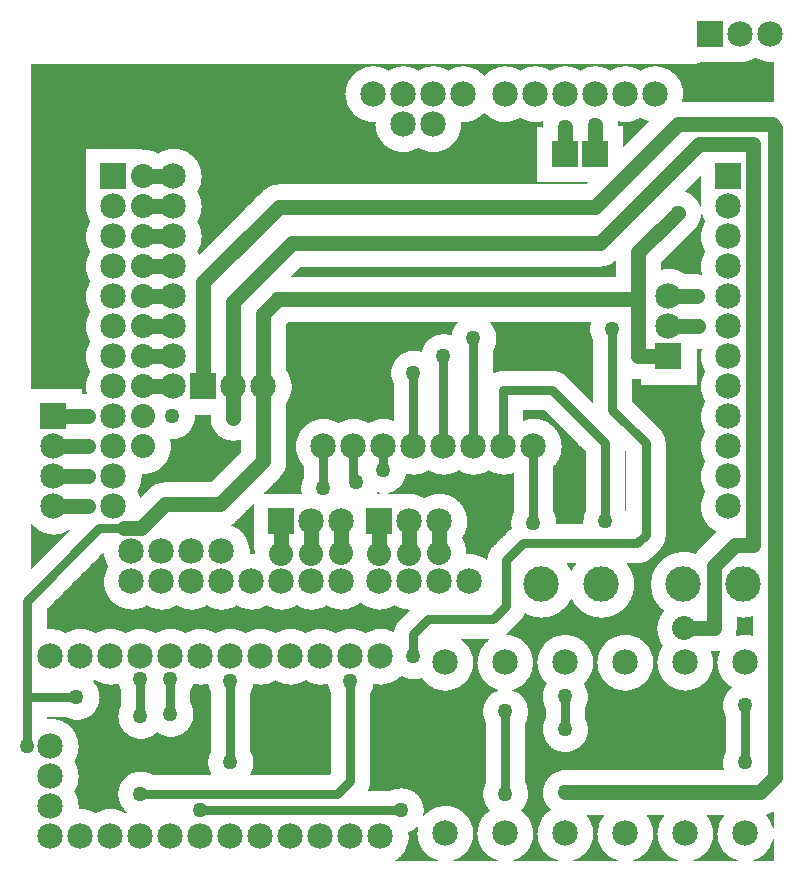
<source format=gtl>
%FSLAX25Y25*%
%MOIN*%
G70*
G01*
G75*
G04 Layer_Physical_Order=1*
G04 Layer_Color=255*
%ADD10C,0.00400*%
%ADD11C,0.03000*%
%ADD12C,0.05000*%
%ADD13C,0.08500*%
%ADD14R,0.08500X0.08500*%
%ADD15R,0.08500X0.08500*%
%ADD16C,0.11811*%
%ADD17C,0.05000*%
%ADD18C,0.08000*%
D10*
X546500Y416981D02*
X547378Y416496D01*
X548302Y416108D01*
X549263Y415819D01*
X550248Y415633D01*
X551248Y415553D01*
X552250Y415580D01*
X540950Y415566D02*
X541919Y415559D01*
X542884Y415652D01*
X543835Y415843D01*
X544761Y416130D01*
X545652Y416511D01*
X546500Y416981D01*
X525900Y414950D02*
X526749Y415018D01*
X527577Y415219D01*
X528362Y415550D01*
X525900Y414950D02*
X526749Y415018D01*
X527577Y415219D01*
X528362Y415550D01*
X522166Y402700D02*
X522379Y403841D01*
X522450Y405000D01*
X552250Y402692D02*
X551900Y402700D01*
X552250Y402692D02*
X551900Y402700D01*
X528393Y364976D02*
X528676Y364117D01*
X529040Y363289D01*
X529481Y362500D01*
X528066Y368050D02*
X528051Y367594D01*
X526145Y359855D02*
X526776Y360570D01*
X527314Y361357D01*
X527750Y362204D01*
X528079Y363099D01*
X528294Y364028D01*
X528393Y364976D01*
X526140Y359850D02*
X526772Y360565D01*
X527311Y361353D01*
X527749Y362201D01*
X528078Y363097D01*
X528294Y364027D01*
X528393Y364976D01*
X528051Y367594D02*
X527672Y368568D01*
X527166Y369482D01*
X526540Y370319D01*
X525806Y371063D01*
X524979Y371702D01*
X524073Y372222D01*
X523104Y372615D01*
X528051Y367594D02*
X527672Y368568D01*
X527166Y369482D01*
X526540Y370319D01*
X525806Y371063D01*
X524979Y371702D01*
X524073Y372222D01*
X523104Y372615D01*
X529481Y362500D02*
X529016Y361663D01*
X528639Y360783D01*
X528352Y359869D01*
X528159Y358931D01*
X528062Y357979D01*
Y357021D01*
X528159Y356069D01*
X528352Y355131D01*
X528639Y354217D01*
X529016Y353337D01*
X529481Y352500D01*
X529481Y352500D02*
X529013Y351657D01*
X528634Y350770D01*
X528347Y349850D01*
X528155Y348904D01*
X528060Y347945D01*
X528064Y346980D01*
X528166Y346022D01*
X528366Y345078D01*
X508000Y413019D02*
X507163Y413484D01*
X506283Y413861D01*
X505369Y414148D01*
X504431Y414341D01*
X503479Y414438D01*
X502521D01*
X501569Y414341D01*
X500631Y414148D01*
X499717Y413861D01*
X498837Y413484D01*
X498000Y413019D01*
X497163Y413484D01*
X496283Y413861D01*
X495369Y414148D01*
X494431Y414341D01*
X493479Y414438D01*
X492521D01*
X491569Y414341D01*
X490631Y414148D01*
X489717Y413861D01*
X488837Y413484D01*
X488000Y413019D01*
X522450Y405000D02*
X522397Y406004D01*
X522237Y406996D01*
X521973Y407966D01*
X521607Y408902D01*
X521143Y409794D01*
X520588Y410632D01*
X519947Y411406D01*
X519227Y412108D01*
X518437Y412729D01*
X517585Y413263D01*
X516682Y413703D01*
X515737Y414045D01*
X514760Y414285D01*
X513764Y414419D01*
X512759Y414447D01*
X511757Y414368D01*
X510769Y414183D01*
X509807Y413894D01*
X508880Y413505D01*
X508000Y413019D01*
Y396981D02*
X508845Y396513D01*
X509733Y396133D01*
X510656Y395845D01*
X500578Y395866D02*
X501521Y395666D01*
X502480Y395564D01*
X503445Y395561D01*
X504404Y395655D01*
X505349Y395847D01*
X506270Y396134D01*
X507157Y396513D01*
X508000Y396981D01*
X500700Y394500D02*
X500578Y395866D01*
X500700Y394500D02*
X500578Y395866D01*
X528366Y345078D02*
X527000Y345200D01*
X528366Y345078D02*
X527000Y345200D01*
X527500Y319800D02*
X528346Y319847D01*
X527500Y319800D02*
X528346Y319847D01*
X528346D02*
X528156Y318911D01*
X528061Y317961D01*
X528063Y317007D01*
X528161Y316057D01*
X528354Y315122D01*
X528641Y314212D01*
X529018Y313334D01*
X529481Y312500D01*
X529016Y311663D01*
X528639Y310783D01*
X528352Y309869D01*
X528159Y308931D01*
X528062Y307979D01*
Y307021D01*
X528159Y306069D01*
X528352Y305131D01*
X528639Y304217D01*
X529016Y303337D01*
X529481Y302500D01*
X529481Y302500D02*
X529016Y301663D01*
X528639Y300783D01*
X528352Y299869D01*
X528159Y298931D01*
X528062Y297979D01*
Y297021D01*
X528159Y296069D01*
X528352Y295131D01*
X528639Y294217D01*
X529016Y293337D01*
X529481Y292500D01*
X529481Y292500D02*
X529016Y291663D01*
X528639Y290783D01*
X528352Y289869D01*
X528159Y288931D01*
X528062Y287979D01*
Y287021D01*
X528159Y286069D01*
X528352Y285131D01*
X528639Y284217D01*
X529016Y283337D01*
X529481Y282500D01*
X529481Y282500D02*
X529016Y281663D01*
X528639Y280783D01*
X528352Y279869D01*
X528159Y278931D01*
X528062Y277979D01*
Y277021D01*
X528159Y276069D01*
X528352Y275131D01*
X528639Y274217D01*
X529016Y273337D01*
X529481Y272500D01*
X529481Y272500D02*
X529008Y271645D01*
X528625Y270746D01*
X528337Y269812D01*
X528147Y268853D01*
X528058Y267880D01*
X528069Y266902D01*
X528181Y265931D01*
X528393Y264977D01*
X528702Y264050D01*
X529106Y263160D01*
X529599Y262316D01*
X530177Y261527D01*
X530833Y260803D01*
X531560Y260150D01*
X532351Y259576D01*
X533197Y259086D01*
X494700Y347400D02*
X495627Y347456D01*
X496540Y347623D01*
X497427Y347899D01*
X498274Y348280D01*
X499068Y348759D01*
X499800Y349331D01*
X494700Y347400D02*
X495627Y347456D01*
X496540Y347623D01*
X497427Y347899D01*
X498274Y348280D01*
X499068Y348759D01*
X499800Y349331D01*
X522978Y345200D02*
X522116Y345746D01*
X521200Y346195D01*
X520241Y346544D01*
X519250Y346786D01*
X518239Y346921D01*
X517218Y346946D01*
X516202Y346860D01*
X515200Y346666D01*
X505500Y310064D02*
X506491Y309866D01*
X507500Y309800D01*
X505500Y310064D02*
X506491Y309866D01*
X507500Y309800D01*
X491392Y328800D02*
X491180Y327807D01*
X491101Y326795D01*
X491155Y325782D01*
X491342Y324784D01*
X491659Y323820D01*
X492100Y322905D01*
X516600Y288600D02*
X516517Y289648D01*
X516272Y290670D01*
X515870Y291642D01*
X515320Y292538D01*
X514638Y293338D01*
X516600Y288600D02*
X516517Y289648D01*
X516272Y290670D01*
X515870Y291642D01*
X515320Y292538D01*
X514638Y293338D01*
X488000Y413019D02*
X487163Y413484D01*
X486283Y413861D01*
X485369Y414148D01*
X484431Y414341D01*
X483479Y414438D01*
X482521D01*
X481569Y414341D01*
X480631Y414148D01*
X479717Y413861D01*
X478837Y413484D01*
X478000Y413019D01*
X475537Y395897D02*
X475313Y394450D01*
X475537Y395897D02*
X475313Y394450D01*
X475300Y394000D01*
X475313Y394450D02*
X475300Y394000D01*
X478000Y413019D02*
X477163Y413484D01*
X476283Y413861D01*
X475369Y414148D01*
X474431Y414341D01*
X473479Y414438D01*
X472521D01*
X471569Y414341D01*
X470631Y414148D01*
X469717Y413861D01*
X468837Y413484D01*
X468000Y413019D01*
Y396981D02*
X468857Y396507D01*
X469758Y396124D01*
X470694Y395836D01*
X471655Y395646D01*
X472630Y395557D01*
X473609Y395570D01*
X474582Y395683D01*
X475537Y395897D01*
X468000Y413019D02*
X467114Y413507D01*
X466182Y413898D01*
X465213Y414187D01*
X464219Y414371D01*
X463210Y414448D01*
X462200Y414416D01*
X461198Y414277D01*
X460217Y414031D01*
X459268Y413682D01*
X458362Y413234D01*
X457509Y412691D01*
X456718Y412060D01*
X456000Y411348D01*
Y398652D02*
X456718Y397940D01*
X457509Y397309D01*
X458362Y396766D01*
X459268Y396318D01*
X460217Y395969D01*
X461198Y395723D01*
X462200Y395584D01*
X463210Y395552D01*
X464219Y395629D01*
X465213Y395813D01*
X466182Y396102D01*
X467114Y396493D01*
X468000Y396981D01*
X448433Y395567D02*
X449489Y395563D01*
X450538Y395676D01*
X451569Y395906D01*
X452567Y396249D01*
X453521Y396702D01*
X454418Y397258D01*
X455248Y397910D01*
X456000Y398652D01*
X448450Y395000D02*
X448433Y395567D01*
X483438Y311038D02*
X482638Y311720D01*
X481742Y312270D01*
X480770Y312672D01*
X479748Y312917D01*
X478700Y313000D01*
X483438Y311038D02*
X482638Y311720D01*
X481742Y312270D01*
X480770Y312672D01*
X479748Y312917D01*
X478700Y313000D01*
X479200Y280836D02*
X479902Y281625D01*
X480511Y282488D01*
X481020Y283413D01*
X481423Y284389D01*
X481715Y285404D01*
X481891Y286445D01*
X481950Y287500D01*
X489800Y266295D02*
X489398Y265475D01*
X489096Y264613D01*
X488898Y263722D01*
X488806Y262813D01*
X488823Y261900D01*
X480200Y262000D02*
X480136Y262989D01*
X479946Y263962D01*
X479632Y264902D01*
X479200Y265795D01*
X462500Y313000D02*
X461355Y312901D01*
X460245Y312609D01*
X459200Y312131D01*
Y319705D02*
X459632Y320598D01*
X459946Y321538D01*
X460136Y322511D01*
X460200Y323500D01*
X462500Y313000D02*
X461355Y312901D01*
X460245Y312609D01*
X459200Y312131D01*
X460200Y323500D02*
X460139Y324472D01*
X459955Y325428D01*
X459652Y326353D01*
X459235Y327233D01*
X458710Y328053D01*
X458086Y328800D01*
X481950Y287500D02*
X481896Y288510D01*
X481734Y289509D01*
X481466Y290484D01*
X481096Y291425D01*
X480627Y292321D01*
X480066Y293162D01*
X479417Y293939D01*
X478689Y294641D01*
X477891Y295262D01*
X477030Y295793D01*
X476118Y296230D01*
X475164Y296567D01*
X474180Y296799D01*
X473176Y296926D01*
X472165Y296944D01*
X471157Y296854D01*
X470165Y296657D01*
X469200Y296355D01*
X457500Y279481D02*
X458339Y279015D01*
X459221Y278637D01*
X460137Y278350D01*
X461077Y278158D01*
X462031Y278062D01*
X462991Y278063D01*
X463945Y278161D01*
X464885Y278356D01*
X465800Y278645D01*
X465800Y265795D02*
X465391Y264959D01*
X465086Y264080D01*
X464890Y263171D01*
X464804Y262245D01*
X464830Y261315D01*
X464969Y260395D01*
Y260395D02*
X464462Y259938D01*
X464969Y260395D02*
X464462Y259938D01*
X447500Y279481D02*
X448337Y279016D01*
X449217Y278639D01*
X450131Y278352D01*
X451069Y278159D01*
X452021Y278062D01*
X452979D01*
X453931Y278159D01*
X454869Y278352D01*
X455783Y278639D01*
X456663Y279016D01*
X457500Y279481D01*
X448704Y257028D02*
X449226Y257849D01*
X449660Y258718D01*
X450003Y259628D01*
X450250Y260568D01*
X450400Y261529D01*
X450450Y262500D01*
X540300Y230615D02*
X541338Y230455D01*
X542386Y230395D01*
X543436Y230434D01*
X544477Y230572D01*
X545500Y230807D01*
X527160Y253050D02*
X526249Y251954D01*
X527155Y253045D02*
X526249Y251954D01*
X545500Y224613D02*
X544580Y224817D01*
X543644Y224928D01*
X542701Y224945D01*
X541761Y224868D01*
X540834Y224698D01*
X539928Y224437D01*
X514638Y253162D02*
X515320Y253962D01*
X515870Y254858D01*
X516272Y255830D01*
X516517Y256852D01*
X516600Y257900D01*
X514638Y253162D02*
X515320Y253962D01*
X515870Y254858D01*
X516272Y255830D01*
X516517Y256852D01*
X516600Y257900D01*
X539928Y224437D02*
X540206Y225604D01*
X540300Y226800D01*
X539928Y224437D02*
X540206Y225604D01*
X540300Y226800D01*
X532600Y219100D02*
X533480Y219150D01*
X534348Y219301D01*
X532600Y219100D02*
X533480Y219150D01*
X534348Y219301D01*
X534348Y219301D02*
X533997Y218372D01*
X533745Y217412D01*
X533596Y216431D01*
X533550Y215439D01*
X533609Y214448D01*
X533771Y213468D01*
X534035Y212511D01*
X534398Y211587D01*
X534856Y210707D01*
X535404Y209879D01*
X536035Y209113D01*
X536744Y208417D01*
X537522Y207800D01*
X538360Y207268D01*
X515674Y232740D02*
X515092Y231973D01*
X514593Y231149D01*
X514182Y230277D01*
X513866Y229367D01*
X513645Y228430D01*
X513525Y227474D01*
X513505Y226511D01*
X513585Y225551D01*
X513766Y224605D01*
X514044Y223682D01*
X514418Y222794D01*
X514882Y221950D01*
X515432Y221159D01*
X532450Y215500D02*
X532405Y216422D01*
X532270Y217335D01*
X532047Y218231D01*
X531737Y219100D01*
X515432Y221159D02*
X514880Y220334D01*
X514418Y219456D01*
X514050Y218533D01*
X513781Y217578D01*
X513614Y216599D01*
X513551Y215609D01*
X513591Y214617D01*
X513736Y213634D01*
X513983Y212673D01*
X514329Y211742D01*
X514771Y210854D01*
X515304Y210016D01*
X515922Y209239D01*
X516618Y208531D01*
X517384Y207900D01*
X518213Y207352D01*
X519094Y206895D01*
X520018Y206533D01*
X520975Y206270D01*
X521955Y206108D01*
X522946Y206050D01*
X523937Y206097D01*
X524919Y206247D01*
X525879Y206499D01*
X526807Y206851D01*
X527694Y207298D01*
X528528Y207836D01*
X529302Y208458D01*
X530006Y209158D01*
X530632Y209928D01*
X531175Y210759D01*
X531627Y211643D01*
X531984Y212569D01*
X532242Y213528D01*
X532398Y214509D01*
X532450Y215500D01*
X526249Y251954D02*
X525282Y252251D01*
X524293Y252460D01*
X523288Y252577D01*
X522277Y252603D01*
X521268Y252537D01*
X520269Y252379D01*
X519289Y252131D01*
X518335Y251795D01*
X517416Y251373D01*
X516539Y250870D01*
X515711Y250289D01*
X514939Y249635D01*
X514231Y248913D01*
X513591Y248130D01*
X513025Y247292D01*
X512537Y246406D01*
X512132Y245479D01*
X511813Y244520D01*
X511583Y243535D01*
X511443Y242533D01*
X511395Y241523D01*
X511439Y240513D01*
X511574Y239511D01*
X511800Y238525D01*
X512115Y237564D01*
X512517Y236635D01*
X513000Y235747D01*
X513563Y234907D01*
X514200Y234121D01*
X514906Y233397D01*
X515674Y232740D01*
X507200Y248500D02*
X508248Y248583D01*
X509270Y248828D01*
X510242Y249230D01*
X511138Y249780D01*
X511938Y250462D01*
X507200Y248500D02*
X508248Y248583D01*
X509270Y248828D01*
X510242Y249230D01*
X511138Y249780D01*
X511938Y250462D01*
X506106Y241500D02*
X506065Y242446D01*
X505944Y243384D01*
X505744Y244309D01*
X505466Y245214D01*
X505112Y246091D01*
X504684Y246936D01*
X504186Y247741D01*
X503622Y248500D01*
X485000Y236670D02*
X485473Y235793D01*
X486023Y234962D01*
X486645Y234184D01*
X487334Y233465D01*
X488084Y232810D01*
X488891Y232226D01*
X489746Y231716D01*
X490644Y231284D01*
X491577Y230935D01*
X492537Y230671D01*
X493517Y230494D01*
X494510Y230405D01*
X495506Y230406D01*
X496498Y230496D01*
X497478Y230674D01*
X498438Y230940D01*
X499370Y231290D01*
X500267Y231723D01*
X501122Y232234D01*
X501928Y232820D01*
X502677Y233476D01*
X503366Y234196D01*
X503986Y234975D01*
X504535Y235806D01*
X505007Y236684D01*
X505398Y237599D01*
X505706Y238547D01*
X505927Y239518D01*
X506061Y240505D01*
X506106Y241500D01*
X512450Y215500D02*
X512396Y216505D01*
X512236Y217498D01*
X511972Y218468D01*
X511606Y219405D01*
X511142Y220297D01*
X510586Y221136D01*
X509944Y221910D01*
X509223Y222612D01*
X508432Y223233D01*
X507579Y223766D01*
X506674Y224206D01*
X505728Y224548D01*
X504751Y224786D01*
X503754Y224920D01*
X502748Y224947D01*
X501746Y224866D01*
X500757Y224680D01*
X499794Y224390D01*
X498868Y223998D01*
X497988Y223511D01*
X497164Y222933D01*
X496407Y222270D01*
X495725Y221531D01*
X495125Y220724D01*
X494615Y219857D01*
X494199Y218941D01*
X493883Y217986D01*
X493670Y217003D01*
X493563Y216003D01*
Y214997D01*
X493670Y213997D01*
X493883Y213014D01*
X494199Y212059D01*
X494615Y211143D01*
X495125Y210276D01*
X495725Y209469D01*
X496407Y208730D01*
X497164Y208067D01*
X497988Y207489D01*
X498868Y207001D01*
X499794Y206610D01*
X500757Y206320D01*
X501746Y206134D01*
X502748Y206053D01*
X503754Y206080D01*
X504751Y206214D01*
X505728Y206452D01*
X506674Y206794D01*
X507579Y207234D01*
X508432Y207767D01*
X509223Y208388D01*
X509944Y209090D01*
X510586Y209864D01*
X511142Y210703D01*
X511606Y211595D01*
X511972Y212532D01*
X512236Y213502D01*
X512396Y214495D01*
X512450Y215500D01*
X550099Y164738D02*
X551209Y165112D01*
X552250Y165651D01*
X550099Y164738D02*
X551209Y165112D01*
X552250Y165651D01*
Y160434D02*
X552002Y161374D01*
X551659Y162285D01*
X551224Y163154D01*
X550702Y163975D01*
X550099Y164738D01*
X538360Y207268D02*
X537616Y206606D01*
X536965Y205853D01*
X536416Y205023D01*
X535979Y204129D01*
X535660Y203186D01*
X535466Y202209D01*
X535400Y201216D01*
X535462Y200223D01*
X535652Y199246D01*
X535966Y198301D01*
X536400Y197405D01*
Y186066D02*
X535916Y185117D01*
X535567Y184110D01*
X535361Y183065D01*
X535301Y182001D01*
X535388Y180940D01*
X535621Y179900D01*
X532450Y158500D02*
X532404Y159427D01*
X532268Y160345D01*
X532042Y161246D01*
X531729Y162120D01*
X531332Y162959D01*
X530854Y163755D01*
X530301Y164500D01*
X535699D02*
X535118Y163714D01*
X534622Y162871D01*
X534215Y161982D01*
X533902Y161056D01*
X533687Y160102D01*
X533571Y159131D01*
X533556Y158153D01*
X533643Y157180D01*
X533829Y156220D01*
X534114Y155284D01*
X534494Y154384D01*
X534965Y153527D01*
X535522Y152723D01*
X536158Y151981D01*
X536869Y151309D01*
X537644Y150714D01*
X538478Y150202D01*
X539359Y149779D01*
X540280Y149450D01*
X545720D02*
X546674Y149793D01*
X547585Y150237D01*
X548443Y150775D01*
X549239Y151402D01*
X549963Y152111D01*
X550607Y152893D01*
X551163Y153740D01*
X551626Y154641D01*
X551990Y155587D01*
X552250Y156566D01*
X525720Y149450D02*
X526667Y149791D01*
X527573Y150230D01*
X528427Y150763D01*
X529219Y151385D01*
X529940Y152086D01*
X530583Y152861D01*
X531140Y153700D01*
X531604Y154593D01*
X531971Y155530D01*
X532236Y156501D01*
X532396Y157495D01*
X532450Y158500D01*
X515699Y164500D02*
X515118Y163714D01*
X514622Y162871D01*
X514215Y161982D01*
X513902Y161056D01*
X513687Y160102D01*
X513571Y159131D01*
X513556Y158153D01*
X513643Y157180D01*
X513829Y156220D01*
X514114Y155284D01*
X514494Y154384D01*
X514965Y153527D01*
X515521Y152723D01*
X516158Y151981D01*
X516869Y151309D01*
X517644Y150714D01*
X518478Y150202D01*
X519359Y149779D01*
X520280Y149450D01*
X512450Y158500D02*
X512404Y159427D01*
X512268Y160345D01*
X512042Y161246D01*
X511729Y162120D01*
X511332Y162959D01*
X510854Y163755D01*
X510301Y164500D01*
X505720Y149450D02*
X506668Y149791D01*
X507573Y150230D01*
X508427Y150763D01*
X509219Y151385D01*
X509940Y152086D01*
X510583Y152861D01*
X511140Y153700D01*
X511604Y154593D01*
X511971Y155530D01*
X512236Y156501D01*
X512396Y157495D01*
X512450Y158500D01*
X495699Y164500D02*
X495118Y163714D01*
X494622Y162871D01*
X494215Y161982D01*
X493902Y161056D01*
X493687Y160102D01*
X493571Y159131D01*
X493556Y158153D01*
X493643Y157180D01*
X493829Y156220D01*
X494114Y155284D01*
X494494Y154384D01*
X494965Y153527D01*
X495521Y152723D01*
X496158Y151981D01*
X496869Y151309D01*
X497644Y150714D01*
X498478Y150202D01*
X499359Y149779D01*
X500280Y149450D01*
X486378Y248500D02*
X485863Y247813D01*
X485403Y247088D01*
X485000Y246330D01*
X484597Y247088D01*
X484137Y247813D01*
X483622Y248500D01*
X469659Y231763D02*
X470557Y231322D01*
X471492Y230963D01*
X472454Y230690D01*
X473438Y230505D01*
X474434Y230409D01*
X475435Y230403D01*
X476432Y230487D01*
X477417Y230661D01*
X478383Y230922D01*
X479322Y231270D01*
X480225Y231700D01*
X481086Y232210D01*
X481897Y232796D01*
X482653Y233452D01*
X483346Y234174D01*
X483972Y234955D01*
X484525Y235789D01*
X485000Y236670D01*
X489330Y208484D02*
X490028Y209183D01*
X490649Y209951D01*
X491187Y210780D01*
X491635Y211661D01*
X491989Y212583D01*
X492244Y213538D01*
X492398Y214513D01*
X492450Y215500D01*
Y215500D02*
X492398Y216488D01*
X492244Y217464D01*
X491988Y218420D01*
X491633Y219343D01*
X491185Y220224D01*
X490646Y221053D01*
X490024Y221822D01*
X489325Y222521D01*
X488556Y223144D01*
X487727Y223683D01*
X486846Y224132D01*
X485923Y224486D01*
X484968Y224743D01*
X483991Y224898D01*
X483004Y224950D01*
X482016Y224899D01*
X481039Y224744D01*
X480084Y224489D01*
X479161Y224135D01*
X478279Y223687D01*
X477450Y223148D01*
X476681Y222526D01*
X475981Y221828D01*
X475358Y221059D01*
X474819Y220230D01*
X474370Y219350D01*
X474015Y218427D01*
X473758Y217472D01*
X473602Y216495D01*
X473550Y215508D01*
X473601Y214520D01*
X473755Y213543D01*
X474010Y212588D01*
X474364Y211664D01*
X474812Y210783D01*
X475350Y209953D01*
X475971Y209184D01*
X476670Y208484D01*
X490700Y204100D02*
X490644Y205030D01*
X490475Y205947D01*
X490197Y206837D01*
X489814Y207687D01*
X489330Y208484D01*
X476670D02*
X476174Y207663D01*
X475784Y206788D01*
X475506Y205870D01*
X475344Y204926D01*
X475301Y203968D01*
X475377Y203013D01*
X475571Y202074D01*
X475880Y201167D01*
X476300Y200305D01*
X468238Y229662D02*
X468799Y230300D01*
X469276Y231004D01*
X469659Y231763D01*
X468238Y229662D02*
X468799Y230300D01*
X469276Y231004D01*
X469659Y231763D01*
X458762Y254238D02*
X458133Y253510D01*
X457614Y252701D01*
X457216Y251825D01*
X456948Y250902D01*
X456815Y249949D01*
X458762Y254238D02*
X458133Y253510D01*
X457614Y252701D01*
X457216Y251825D01*
X456948Y250902D01*
X456815Y249949D01*
X463501Y224937D02*
X463738Y225162D01*
X463501Y224937D02*
X463738Y225162D01*
X450200Y252000D02*
X450139Y253062D01*
X449955Y254109D01*
X449652Y255128D01*
X449233Y256105D01*
X448704Y257028D01*
X456815Y249949D02*
X455988Y250526D01*
X455104Y251012D01*
X454173Y251401D01*
X453206Y251689D01*
X452214Y251872D01*
X451208Y251948D01*
X450200Y251916D01*
X472450Y215500D02*
X472395Y216523D01*
X472229Y217533D01*
X471955Y218520D01*
X471575Y219471D01*
X471095Y220375D01*
X470520Y221223D01*
X469857Y222003D01*
X469113Y222707D01*
X468297Y223326D01*
X467419Y223853D01*
X466490Y224282D01*
X465519Y224608D01*
X464519Y224827D01*
X463501Y224937D01*
X465549Y206400D02*
X466516Y206729D01*
X467442Y207159D01*
X468317Y207687D01*
X469129Y208307D01*
X469869Y209010D01*
X470530Y209790D01*
X471102Y210636D01*
X471580Y211539D01*
X471957Y212488D01*
X472230Y213472D01*
X472395Y214480D01*
X472450Y215500D01*
X457522Y223200D02*
X456726Y222566D01*
X456002Y221851D01*
X455360Y221061D01*
X454806Y220208D01*
X454348Y219300D01*
X453989Y218347D01*
X453735Y217362D01*
X453589Y216355D01*
X453551Y215338D01*
X453624Y214323D01*
X453804Y213322D01*
X454092Y212346D01*
X454483Y211406D01*
X454972Y210514D01*
X455555Y209680D01*
X456224Y208913D01*
X456972Y208223D01*
X457789Y207617D01*
X458667Y207102D01*
X459595Y206685D01*
X460562Y206370D01*
X470800Y199100D02*
X470740Y200058D01*
X470562Y201001D01*
X470267Y201914D01*
X469862Y202784D01*
X469351Y203596D01*
X468743Y204339D01*
X468048Y205000D01*
X467275Y205570D01*
X466438Y206039D01*
X465549Y206400D01*
X460562Y206370D02*
X459610Y205963D01*
X458720Y205433D01*
X457909Y204787D01*
X457193Y204039D01*
X456583Y203202D01*
X456092Y202290D01*
X455727Y201320D01*
X455496Y200310D01*
X455402Y199279D01*
X455448Y198244D01*
X455632Y197224D01*
X455951Y196239D01*
X456400Y195305D01*
X452450Y215500D02*
X452397Y216498D01*
X452239Y217485D01*
X451978Y218450D01*
X451616Y219382D01*
X451158Y220270D01*
X450608Y221105D01*
X449974Y221877D01*
X449261Y222578D01*
X448478Y223200D01*
X489700Y200305D02*
X490132Y201198D01*
X490446Y202138D01*
X490636Y203111D01*
X490700Y204100D01*
Y193200D02*
X490636Y194189D01*
X490446Y195162D01*
X490132Y196102D01*
X489700Y196995D01*
X476300D02*
X475863Y196090D01*
X475547Y195136D01*
X475359Y194149D01*
X475300Y193145D01*
X475373Y192143D01*
X475575Y191159D01*
X475905Y190209D01*
X476355Y189311D01*
X476918Y188478D01*
X477584Y187726D01*
X478343Y187068D01*
X479181Y186513D01*
X480085Y186073D01*
X481038Y185754D01*
X482024Y185562D01*
X483027Y185500D01*
X484030Y185569D01*
X485015Y185768D01*
X485966Y186094D01*
X486866Y186541D01*
X487700Y187101D01*
X488454Y187765D01*
X489116Y188522D01*
X489673Y189358D01*
X490117Y190260D01*
X490439Y191211D01*
X490634Y192197D01*
X490700Y193200D01*
X483100Y179900D02*
X482127Y179838D01*
X481169Y179654D01*
X480243Y179350D01*
X479362Y178932D01*
X478541Y178405D01*
X477794Y177780D01*
X477131Y177064D01*
X476564Y176271D01*
X476102Y175412D01*
X475752Y174502D01*
X475520Y173555D01*
X475410Y172586D01*
X475422Y171611D01*
X475559Y170646D01*
X475815Y169705D01*
X476189Y168805D01*
X476674Y167958D01*
X477261Y167180D01*
X477942Y166483D01*
X483100Y179900D02*
X482127Y179838D01*
X481169Y179654D01*
X480243Y179350D01*
X479362Y178932D01*
X478541Y178405D01*
X477794Y177780D01*
X477131Y177064D01*
X476564Y176271D01*
X476102Y175412D01*
X475752Y174502D01*
X475520Y173555D01*
X475410Y172586D01*
X475422Y171611D01*
X475559Y170646D01*
X475815Y169705D01*
X476189Y168805D01*
X476674Y167958D01*
X477261Y167180D01*
X477942Y166483D01*
X492450Y158500D02*
X492404Y159427D01*
X492268Y160345D01*
X492042Y161246D01*
X491729Y162120D01*
X491332Y162959D01*
X490854Y163755D01*
X490301Y164500D01*
X485720Y149450D02*
X486667Y149791D01*
X487573Y150230D01*
X488427Y150763D01*
X489219Y151385D01*
X489940Y152086D01*
X490583Y152861D01*
X491140Y153700D01*
X491604Y154593D01*
X491971Y155530D01*
X492236Y156501D01*
X492396Y157495D01*
X492450Y158500D01*
X477942Y166483D02*
X477142Y165915D01*
X476405Y165268D01*
X475739Y164548D01*
X475151Y163762D01*
X474648Y162920D01*
X474234Y162031D01*
X473915Y161103D01*
X473695Y160147D01*
X473574Y159174D01*
X473555Y158193D01*
X473638Y157215D01*
X473821Y156252D01*
X474104Y155312D01*
X474482Y154407D01*
X474953Y153546D01*
X475510Y152738D01*
X476147Y151993D01*
X476859Y151318D01*
X477636Y150720D01*
X478472Y150206D01*
X479356Y149781D01*
X480280Y149450D01*
X469800Y195305D02*
X470232Y196197D01*
X470546Y197138D01*
X470736Y198111D01*
X470800Y199100D01*
Y171700D02*
X470736Y172689D01*
X470546Y173662D01*
X470232Y174602D01*
X469800Y175495D01*
X468484Y166196D02*
X469166Y166957D01*
X469740Y167801D01*
X470197Y168714D01*
X470530Y169680D01*
X470732Y170681D01*
X470800Y171700D01*
X456400Y175495D02*
X455966Y174597D01*
X455651Y173650D01*
X455461Y172670D01*
X455400Y171675D01*
X455468Y170679D01*
X455664Y169701D01*
X455985Y168756D01*
X456425Y167861D01*
X456978Y167030D01*
X457633Y166278D01*
X472450Y158500D02*
X472397Y159497D01*
X472239Y160484D01*
X471979Y161448D01*
X471617Y162379D01*
X471160Y163267D01*
X470611Y164101D01*
X469978Y164873D01*
X469266Y165574D01*
X468484Y166196D01*
X465720Y149450D02*
X466668Y149791D01*
X467573Y150230D01*
X468427Y150763D01*
X469219Y151385D01*
X469940Y152086D01*
X470583Y152861D01*
X471140Y153700D01*
X471604Y154593D01*
X471971Y155530D01*
X472236Y156501D01*
X472396Y157495D01*
X472450Y158500D01*
X457633Y166278D02*
X456833Y165661D01*
X456104Y164962D01*
X455454Y164189D01*
X454890Y163351D01*
X454419Y162458D01*
X454045Y161519D01*
X453774Y160546D01*
X453609Y159550D01*
X453550Y158541D01*
X453600Y157533D01*
X453757Y156535D01*
X454019Y155560D01*
X454384Y154618D01*
X454848Y153720D01*
X455405Y152878D01*
X456048Y152099D01*
X456771Y151394D01*
X457565Y150769D01*
X458421Y150233D01*
X459329Y149792D01*
X460280Y149450D01*
X445720D02*
X446667Y149791D01*
X447573Y150230D01*
X448427Y150763D01*
X449219Y151385D01*
X449940Y152086D01*
X450583Y152861D01*
X451140Y153700D01*
X451604Y154593D01*
X451971Y155530D01*
X452236Y156501D01*
X452396Y157495D01*
X452450Y158500D01*
X456000Y411348D02*
X455282Y412060D01*
X454491Y412691D01*
X453638Y413234D01*
X452732Y413682D01*
X451783Y414031D01*
X450802Y414277D01*
X449800Y414416D01*
X448790Y414448D01*
X447781Y414371D01*
X446787Y414187D01*
X445818Y413898D01*
X444885Y413507D01*
X444000Y413019D01*
X434000D02*
X433163Y413484D01*
X432283Y413861D01*
X431369Y414148D01*
X430431Y414341D01*
X429479Y414438D01*
X428521D01*
X427569Y414341D01*
X426631Y414148D01*
X425717Y413861D01*
X424837Y413484D01*
X424000Y413019D01*
X434000Y386981D02*
X434880Y386495D01*
X435807Y386106D01*
X436769Y385817D01*
X437757Y385632D01*
X438760Y385553D01*
X439764Y385581D01*
X440760Y385715D01*
X441737Y385955D01*
X442682Y386297D01*
X443585Y386737D01*
X444437Y387271D01*
X445227Y387892D01*
X445947Y388594D01*
X446588Y389368D01*
X447144Y390206D01*
X447607Y391098D01*
X447972Y392034D01*
X448237Y393004D01*
X448396Y393996D01*
X448450Y395000D01*
X444000Y413019D02*
X443163Y413484D01*
X442283Y413861D01*
X441369Y414148D01*
X440431Y414341D01*
X439479Y414438D01*
X438521D01*
X437569Y414341D01*
X436631Y414148D01*
X435717Y413861D01*
X434837Y413484D01*
X434000Y413019D01*
X419567Y395567D02*
X419559Y394583D01*
X419654Y393603D01*
X419850Y392638D01*
X420145Y391699D01*
X420537Y390796D01*
X421020Y389939D01*
X421590Y389136D01*
X422240Y388397D01*
X422963Y387730D01*
X423752Y387141D01*
X424598Y386638D01*
X425492Y386225D01*
X426424Y385908D01*
X427383Y385689D01*
X428361Y385572D01*
X429345Y385556D01*
X430325Y385643D01*
X431291Y385832D01*
X432233Y386120D01*
X433139Y386505D01*
X434000Y386981D01*
X424000Y413019D02*
X423137Y413496D01*
X422229Y413881D01*
X421285Y414170D01*
X420317Y414358D01*
X419335Y414444D01*
X418349Y414428D01*
X417370Y414308D01*
X416408Y414088D01*
X415475Y413768D01*
X414580Y413353D01*
X413734Y412847D01*
X412945Y412255D01*
X412221Y411584D01*
X411572Y410842D01*
X411004Y410036D01*
X410522Y409175D01*
X410133Y408268D01*
X409841Y407327D01*
X409648Y406359D01*
X409557Y405377D01*
X409570Y404391D01*
X409685Y403411D01*
X409901Y402449D01*
X410216Y401514D01*
X410628Y400618D01*
X411130Y399769D01*
X411718Y398977D01*
X412386Y398251D01*
X413125Y397598D01*
X413928Y397026D01*
X414787Y396541D01*
X415692Y396148D01*
X416633Y395851D01*
X417599Y395654D01*
X418581Y395559D01*
X419567Y395567D01*
X446914Y328800D02*
X446331Y328108D01*
X445833Y327353D01*
X445427Y326544D01*
X445119Y325693D01*
X444913Y324812D01*
X443964Y325060D01*
X442992Y325184D01*
X442011Y325184D01*
X441039Y325060D01*
X440090Y324813D01*
X439181Y324448D01*
X438325Y323970D01*
X437536Y323387D01*
X436829Y322708D01*
X436213Y321946D01*
X435699Y321111D01*
X435295Y320217D01*
X435009Y319280D01*
X437500Y279481D02*
X438337Y279016D01*
X439217Y278639D01*
X440131Y278352D01*
X441069Y278159D01*
X442021Y278062D01*
X442979D01*
X443931Y278159D01*
X444869Y278352D01*
X445783Y278639D01*
X446663Y279016D01*
X447500Y279481D01*
X430115Y278356D02*
X431054Y278161D01*
X432009Y278063D01*
X432968Y278062D01*
X433923Y278158D01*
X434863Y278350D01*
X435779Y278637D01*
X436661Y279015D01*
X437500Y279481D01*
X435008Y319280D02*
X434064Y319539D01*
X433095Y319677D01*
X432116Y319690D01*
X431143Y319579D01*
X430192Y319346D01*
X429278Y318993D01*
X428416Y318528D01*
X427621Y317957D01*
X426904Y317289D01*
X426278Y316537D01*
X425753Y315710D01*
X425337Y314824D01*
X425036Y313892D01*
X424856Y312929D01*
X424800Y311952D01*
X424869Y310975D01*
X425060Y310015D01*
X425373Y309086D01*
X425800Y308205D01*
Y296355D02*
X424885Y296644D01*
X423945Y296839D01*
X422991Y296937D01*
X422031Y296938D01*
X421077Y296842D01*
X420136Y296650D01*
X419221Y296363D01*
X418339Y295985D01*
X417500Y295519D01*
X416663Y295984D01*
X415783Y296361D01*
X414869Y296648D01*
X413931Y296841D01*
X412979Y296938D01*
X412021D01*
X411069Y296841D01*
X410131Y296648D01*
X409217Y296361D01*
X408337Y295984D01*
X407500Y295519D01*
X406641Y295994D01*
X405737Y296378D01*
X404798Y296666D01*
X403834Y296855D01*
X402856Y296943D01*
X401874Y296929D01*
X400899Y296813D01*
X399941Y296597D01*
X399011Y296282D01*
X398118Y295873D01*
X397273Y295373D01*
X396484Y294788D01*
X395760Y294124D01*
X395109Y293389D01*
X394538Y292590D01*
X394053Y291737D01*
X393659Y290837D01*
X393360Y289901D01*
X393160Y288940D01*
X393061Y287963D01*
X393064Y286981D01*
X393169Y286004D01*
X393375Y285044D01*
X393679Y284110D01*
X394078Y283213D01*
X394569Y282362D01*
X395145Y281567D01*
X395800Y280836D01*
X387600Y375100D02*
X386595Y375034D01*
X385607Y374838D01*
X384653Y374514D01*
X383750Y374068D01*
X382912Y373509D01*
X382155Y372845D01*
X387600Y375100D02*
X386594Y375034D01*
X385605Y374837D01*
X384650Y374513D01*
X383746Y374066D01*
X382908Y373505D01*
X382150Y372840D01*
X360519Y372500D02*
X361026Y373423D01*
X361426Y374397D01*
X361716Y375410D01*
X361891Y376448D01*
X361950Y377500D01*
X361895Y378518D01*
X361731Y379523D01*
X361459Y380505D01*
X361084Y381453D01*
X360608Y382354D01*
X360038Y383199D01*
X359381Y383977D01*
X358644Y384681D01*
X357835Y385300D01*
X356964Y385829D01*
X356041Y386262D01*
X355077Y386592D01*
X354083Y386817D01*
X353071Y386933D01*
X352052Y386939D01*
X351038Y386836D01*
X350041Y386625D01*
X349073Y386307D01*
X348145Y385887D01*
X347267Y385369D01*
X361950Y367500D02*
X361891Y368552D01*
X361716Y369590D01*
X361426Y370603D01*
X361026Y371577D01*
X360519Y372500D01*
Y362500D02*
X361026Y363423D01*
X361426Y364397D01*
X361716Y365410D01*
X361891Y366448D01*
X361950Y367500D01*
X360519Y352500D02*
X361026Y353423D01*
X361426Y354397D01*
X361716Y355410D01*
X361891Y356448D01*
X361950Y357500D01*
X361891Y358552D01*
X361716Y359590D01*
X361426Y360603D01*
X361026Y361577D01*
X360519Y362500D01*
X347267Y385369D02*
X346451Y385808D01*
X345596Y386163D01*
X344709Y386431D01*
X343799Y386608D01*
X342877Y386692D01*
X341950Y386684D01*
X323066Y368050D02*
X323059Y367081D01*
X323152Y366116D01*
X323343Y365165D01*
X323630Y364239D01*
X324011Y363348D01*
X324481Y362500D01*
X324481Y362500D02*
X324016Y361663D01*
X323639Y360783D01*
X323352Y359869D01*
X323159Y358931D01*
X323062Y357979D01*
Y357021D01*
X323159Y356069D01*
X323352Y355131D01*
X323639Y354217D01*
X324016Y353337D01*
X324481Y352500D01*
X391950Y307500D02*
X391900Y308472D01*
X391750Y309434D01*
X391502Y310375D01*
X391158Y311286D01*
X390723Y312157D01*
X390200Y312978D01*
Y302022D02*
X390723Y302843D01*
X391158Y303714D01*
X391502Y304624D01*
X391750Y305566D01*
X391900Y306528D01*
X391950Y307500D01*
X364600Y297000D02*
X364662Y296026D01*
X364846Y295069D01*
X365150Y294142D01*
X365569Y293261D01*
X366096Y292440D01*
X366722Y291692D01*
X367438Y291029D01*
X368232Y290463D01*
X369091Y290001D01*
X370001Y289651D01*
X370949Y289420D01*
X371918Y289310D01*
X372893Y289323D01*
X373859Y289459D01*
X374800Y289717D01*
X364600Y297000D02*
X364662Y296026D01*
X364846Y295069D01*
X365150Y294142D01*
X365569Y293261D01*
X366096Y292440D01*
X366722Y291692D01*
X367438Y291029D01*
X368232Y290463D01*
X369091Y290001D01*
X370001Y289651D01*
X370949Y289420D01*
X371918Y289310D01*
X372893Y289323D01*
X373859Y289459D01*
X374800Y289717D01*
X360980Y351670D02*
X360519Y352500D01*
X359700Y297500D02*
X359680Y298050D01*
X351402Y289823D02*
X352378Y289809D01*
X353347Y289919D01*
X354295Y290150D01*
X355206Y290499D01*
X356066Y290961D01*
X356860Y291528D01*
X357577Y292190D01*
X358203Y292938D01*
X358731Y293759D01*
X359150Y294641D01*
X359454Y295568D01*
X359638Y296526D01*
X359700Y297500D01*
X351700Y287500D02*
X351625Y288671D01*
X351402Y289823D01*
X387945Y277155D02*
X388609Y277912D01*
X389168Y278750D01*
X389614Y279653D01*
X389938Y280607D01*
X390134Y281595D01*
X390200Y282600D01*
X387940Y277150D02*
X388605Y277908D01*
X389166Y278746D01*
X389613Y279650D01*
X389937Y280605D01*
X390134Y281594D01*
X390200Y282600D01*
X324481Y352500D02*
X324016Y351663D01*
X323639Y350783D01*
X323352Y349869D01*
X323159Y348931D01*
X323062Y347979D01*
Y347021D01*
X323159Y346069D01*
X323352Y345131D01*
X323639Y344217D01*
X324016Y343337D01*
X324481Y342500D01*
X324481Y342500D02*
X324016Y341663D01*
X323639Y340783D01*
X323352Y339869D01*
X323159Y338931D01*
X323062Y337979D01*
Y337021D01*
X323159Y336069D01*
X323352Y335131D01*
X323639Y334217D01*
X324016Y333337D01*
X324481Y332500D01*
X324481Y322500D02*
X324016Y321663D01*
X323639Y320783D01*
X323352Y319869D01*
X323159Y318931D01*
X323062Y317979D01*
Y317021D01*
X323159Y316069D01*
X323352Y315131D01*
X323639Y314217D01*
X324016Y313337D01*
X324481Y312500D01*
X341915Y278319D02*
X342916Y278309D01*
X343913Y278409D01*
X344894Y278617D01*
X345846Y278930D01*
X346758Y279345D01*
X347619Y279856D01*
X348420Y280458D01*
X349151Y281143D01*
X349803Y281905D01*
X350368Y282732D01*
X350840Y283616D01*
X351213Y284546D01*
X351482Y285511D01*
X351645Y286500D01*
X351700Y287500D01*
X324481Y332500D02*
X324016Y331663D01*
X323639Y330783D01*
X323352Y329869D01*
X323159Y328931D01*
X323062Y327979D01*
Y327021D01*
X323159Y326069D01*
X323352Y325131D01*
X323639Y324217D01*
X324016Y323337D01*
X324481Y322500D01*
X324481Y312500D02*
X324020Y311671D01*
X323645Y310800D01*
X323359Y309895D01*
X323165Y308967D01*
X323064Y308023D01*
X323060Y307075D01*
X323150Y306131D01*
X323334Y305200D01*
X341950Y277500D02*
X341915Y278319D01*
X450450Y262500D02*
X450396Y263504D01*
X450237Y264496D01*
X449972Y265466D01*
X449607Y266402D01*
X449144Y267294D01*
X448588Y268132D01*
X447947Y268906D01*
X447227Y269608D01*
X446437Y270229D01*
X445585Y270763D01*
X444682Y271203D01*
X443737Y271545D01*
X442760Y271785D01*
X441764Y271919D01*
X440760Y271947D01*
X439757Y271868D01*
X438769Y271683D01*
X437807Y271394D01*
X436880Y271005D01*
X436000Y270519D01*
X435152Y270989D01*
X434261Y271370D01*
X433335Y271657D01*
X432384Y271848D01*
X431419Y271941D01*
X430450Y271934D01*
X424012Y271950D02*
X425022Y272225D01*
X425985Y272634D01*
X426884Y273170D01*
X427702Y273823D01*
X428423Y274580D01*
X429036Y275429D01*
X429527Y276352D01*
X429889Y277334D01*
X430115Y278356D01*
X420404Y272091D02*
X420988Y271950D01*
X426000Y234481D02*
X426919Y233977D01*
X427888Y233577D01*
X428895Y233287D01*
X429928Y233111D01*
X430975Y233050D01*
X414750Y235412D02*
X415540Y234787D01*
X416393Y234249D01*
X417297Y233806D01*
X418244Y233461D01*
X419222Y233219D01*
X420221Y233082D01*
X421228Y233053D01*
X422233Y233131D01*
X423223Y233315D01*
X424189Y233604D01*
X425118Y233994D01*
X426000Y234481D01*
X435113Y210294D02*
X435712Y209484D01*
X436393Y208743D01*
X437150Y208079D01*
X437972Y207498D01*
X438852Y207009D01*
X439779Y206616D01*
X440742Y206324D01*
X441732Y206136D01*
X442735Y206054D01*
X443742Y206079D01*
X444740Y206211D01*
X445718Y206449D01*
X446665Y206790D01*
X447571Y207229D01*
X448425Y207762D01*
X449218Y208383D01*
X449939Y209085D01*
X450582Y209860D01*
X451139Y210699D01*
X451604Y211592D01*
X451971Y212529D01*
X452236Y213501D01*
X452396Y214495D01*
X452450Y215500D01*
X428327Y210966D02*
X429216Y210489D01*
X430159Y210133D01*
X431141Y209904D01*
X432145Y209804D01*
X433153Y209837D01*
X434148Y210001D01*
X435113Y210294D01*
X427662Y229738D02*
X426963Y228914D01*
X426404Y227990D01*
X426001Y226987D01*
X425765Y225933D01*
X427662Y229738D02*
X426963Y228914D01*
X426404Y227990D01*
X426001Y226987D01*
X425765Y225933D01*
X425765D02*
X424879Y226325D01*
X423958Y226625D01*
X423010Y226829D01*
X422047Y226934D01*
X421078Y226941D01*
X420114Y226848D01*
X419164Y226657D01*
X418238Y226369D01*
X417347Y225989D01*
X416500Y225519D01*
X419163Y208344D02*
X420142Y208148D01*
X421136Y208057D01*
X422135Y208071D01*
X423126Y208191D01*
X424099Y208415D01*
X425044Y208740D01*
X425948Y209162D01*
X426803Y209678D01*
X427599Y210282D01*
X428327Y210966D01*
X416500Y225519D02*
X415663Y225984D01*
X414783Y226361D01*
X413869Y226648D01*
X412931Y226841D01*
X411979Y226938D01*
X411021D01*
X410069Y226841D01*
X409131Y226648D01*
X408217Y226361D01*
X407337Y225984D01*
X406500Y225519D01*
X395800Y277295D02*
X395395Y276468D01*
X395091Y275598D01*
X394894Y274699D01*
X394805Y273782D01*
X394827Y272862D01*
X394958Y271950D01*
X403500Y234481D02*
X404382Y233994D01*
X405311Y233604D01*
X406277Y233315D01*
X407267Y233131D01*
X408272Y233053D01*
X409279Y233082D01*
X410278Y233219D01*
X411256Y233461D01*
X412203Y233806D01*
X413107Y234249D01*
X413960Y234787D01*
X414750Y235412D01*
X393500Y234481D02*
X394337Y234016D01*
X395217Y233639D01*
X396131Y233352D01*
X397069Y233159D01*
X398021Y233062D01*
X398979D01*
X399931Y233159D01*
X400869Y233352D01*
X401783Y233639D01*
X402663Y234016D01*
X403500Y234481D01*
X383500D02*
X384337Y234016D01*
X385217Y233639D01*
X386131Y233352D01*
X387069Y233159D01*
X388021Y233062D01*
X388979D01*
X389931Y233159D01*
X390869Y233352D01*
X391783Y233639D01*
X392663Y234016D01*
X393500Y234481D01*
X379432Y253050D02*
X379309Y251915D01*
X379309D02*
X377933Y251933D01*
X373500Y234481D02*
X374337Y234016D01*
X375217Y233639D01*
X376131Y233352D01*
X377069Y233159D01*
X378021Y233062D01*
X378979D01*
X379931Y233159D01*
X380869Y233352D01*
X381783Y233639D01*
X382663Y234016D01*
X383500Y234481D01*
X396500Y209481D02*
X397333Y209018D01*
X398209Y208642D01*
X399119Y208355D01*
X400052Y208162D01*
X401001Y208063D01*
X401954Y208061D01*
X402903Y208155D01*
X403837Y208344D01*
X406500Y225519D02*
X405663Y225984D01*
X404783Y226361D01*
X403869Y226648D01*
X402931Y226841D01*
X401979Y226938D01*
X401021D01*
X400069Y226841D01*
X399131Y226648D01*
X398217Y226361D01*
X397337Y225984D01*
X396500Y225519D01*
X395663Y225984D01*
X394783Y226361D01*
X393869Y226648D01*
X392931Y226841D01*
X391979Y226938D01*
X391021D01*
X390069Y226841D01*
X389131Y226648D01*
X388217Y226361D01*
X387337Y225984D01*
X386500Y225519D01*
Y209481D02*
X387337Y209016D01*
X388217Y208639D01*
X389131Y208352D01*
X390069Y208159D01*
X391021Y208062D01*
X391979D01*
X392931Y208159D01*
X393869Y208352D01*
X394783Y208639D01*
X395663Y209016D01*
X396500Y209481D01*
X386500Y225519D02*
X385663Y225984D01*
X384783Y226361D01*
X383869Y226648D01*
X382931Y226841D01*
X381979Y226938D01*
X381021D01*
X380069Y226841D01*
X379131Y226648D01*
X378217Y226361D01*
X377337Y225984D01*
X376500Y225519D01*
X379152Y208346D02*
X380088Y208156D01*
X381038Y208061D01*
X381993Y208063D01*
X382943Y208161D01*
X383877Y208354D01*
X384788Y208641D01*
X385665Y209017D01*
X386500Y209481D01*
X418200Y205305D02*
X418661Y206270D01*
X418984Y207289D01*
X419163Y208344D01*
X452450Y158500D02*
X452397Y159495D01*
X452241Y160478D01*
X451981Y161440D01*
X451622Y162369D01*
X451167Y163255D01*
X450621Y164088D01*
X449991Y164859D01*
X449282Y165559D01*
X448504Y166181D01*
X447665Y166718D01*
X446774Y167163D01*
X445842Y167513D01*
X444877Y167762D01*
X443892Y167908D01*
X442897Y167949D01*
X441903Y167886D01*
X440921Y167719D01*
X439962Y167448D01*
X439038Y167079D01*
X438157Y166614D01*
X437329Y166060D01*
X436565Y165421D01*
X435873Y164705D01*
X436000Y166100D02*
X435935Y167101D01*
X435740Y168085D01*
X435418Y169036D01*
X434976Y169936D01*
X434421Y170772D01*
X433762Y171528D01*
X433009Y172192D01*
X432177Y172752D01*
X431280Y173200D01*
X430331Y173527D01*
X429348Y173728D01*
X428348Y173800D01*
X427346Y173741D01*
X426361Y173552D01*
X425409Y173237D01*
X424505Y172800D01*
X433816Y160728D02*
X433629Y159722D01*
X433552Y158701D01*
X433586Y157679D01*
X433730Y156665D01*
X433983Y155674D01*
X434341Y154715D01*
X434801Y153801D01*
X435357Y152942D01*
X436003Y152148D01*
X436731Y151429D01*
X437532Y150793D01*
X438398Y150247D01*
X439317Y149797D01*
X440280Y149450D01*
X435873Y164705D02*
X436000Y166100D01*
X430855Y158836D02*
X431672Y159178D01*
X432445Y159611D01*
X433163Y160130D01*
X433816Y160728D01*
X430950Y157500D02*
X430855Y158836D01*
X426450Y149450D02*
X427243Y149996D01*
X427977Y150619D01*
X428644Y151314D01*
X429236Y152073D01*
X429749Y152889D01*
X430175Y153752D01*
X430511Y154655D01*
X430754Y155586D01*
X430901Y156538D01*
X430950Y157500D01*
X403837Y208344D02*
X404016Y207289D01*
X404339Y206270D01*
X404800Y205305D01*
X378200Y205405D02*
X378649Y206340D01*
X378969Y207326D01*
X379152Y208346D01*
X417386Y172800D02*
X417834Y173817D01*
X418108Y174893D01*
X418200Y176000D01*
X417386Y172800D02*
X417834Y173817D01*
X418108Y174893D01*
X418200Y176000D01*
X379200Y182200D02*
X379136Y183189D01*
X378946Y184162D01*
X378632Y185102D01*
X378200Y185995D01*
X378197Y178400D02*
X378630Y179293D01*
X378945Y180235D01*
X379136Y181209D01*
X379200Y182200D01*
X371749Y261374D02*
X372644Y261958D01*
X373450Y262660D01*
X371749Y261374D02*
X372641Y261956D01*
X373445Y262655D01*
X377933Y251933D02*
X377950Y252500D01*
X377901Y253459D01*
X377755Y254408D01*
X377514Y255338D01*
X377180Y256238D01*
X376755Y257099D01*
X376246Y257913D01*
X375657Y258671D01*
X374993Y259366D01*
X374263Y259989D01*
X373474Y260535D01*
X372632Y260999D01*
X371749Y261374D01*
X363500Y234481D02*
X364337Y234016D01*
X365217Y233639D01*
X366131Y233352D01*
X367069Y233159D01*
X368021Y233062D01*
X368979D01*
X369931Y233159D01*
X370869Y233352D01*
X371783Y233639D01*
X372663Y234016D01*
X373500Y234481D01*
X349700Y275800D02*
X348695Y275734D01*
X347707Y275538D01*
X346753Y275214D01*
X345850Y274768D01*
X345012Y274209D01*
X344255Y273545D01*
X349700Y275800D02*
X348694Y275734D01*
X347705Y275537D01*
X346750Y275213D01*
X345846Y274766D01*
X345008Y274205D01*
X344250Y273540D01*
X353500Y234481D02*
X354337Y234016D01*
X355217Y233639D01*
X356131Y233352D01*
X357069Y233159D01*
X358021Y233062D01*
X358979D01*
X359931Y233159D01*
X360869Y233352D01*
X361783Y233639D01*
X362663Y234016D01*
X363500Y234481D01*
X343500D02*
X344337Y234016D01*
X345217Y233639D01*
X346131Y233352D01*
X347069Y233159D01*
X348021Y233062D01*
X348979D01*
X349931Y233159D01*
X350869Y233352D01*
X351783Y233639D01*
X352663Y234016D01*
X353500Y234481D01*
X340519Y272500D02*
X341025Y273423D01*
X341426Y274397D01*
X341716Y275410D01*
X341891Y276448D01*
X341950Y277500D01*
X341397Y270686D02*
X341006Y271617D01*
X340519Y272500D01*
X376500Y225519D02*
X375663Y225984D01*
X374783Y226361D01*
X373869Y226648D01*
X372931Y226841D01*
X371979Y226938D01*
X371021D01*
X370069Y226841D01*
X369131Y226648D01*
X368217Y226361D01*
X367337Y225984D01*
X366500Y225519D01*
X365663Y225984D01*
X364783Y226361D01*
X363869Y226648D01*
X362931Y226841D01*
X361979Y226938D01*
X361021D01*
X360069Y226841D01*
X359131Y226648D01*
X358217Y226361D01*
X357337Y225984D01*
X356500Y225519D01*
X355663Y225984D01*
X354783Y226361D01*
X353869Y226648D01*
X352931Y226841D01*
X351979Y226938D01*
X351021D01*
X350069Y226841D01*
X349131Y226648D01*
X348217Y226361D01*
X347337Y225984D01*
X346500Y225519D01*
X345663Y225984D01*
X344783Y226361D01*
X343869Y226648D01*
X342931Y226841D01*
X341979Y226938D01*
X341021D01*
X340069Y226841D01*
X339131Y226648D01*
X338217Y226361D01*
X337337Y225984D01*
X336500Y225519D01*
X329064Y251989D02*
X329163Y251043D01*
X329357Y250112D01*
X329643Y249205D01*
X330019Y248331D01*
X330481Y247500D01*
X305150Y261560D02*
X305821Y260815D01*
X306567Y260144D01*
X307381Y259557D01*
X308252Y259059D01*
X309170Y258656D01*
X310126Y258353D01*
X311109Y258153D01*
X312108Y258058D01*
X313111Y258070D01*
X314108Y258188D01*
X315086Y258411D01*
X316035Y258736D01*
X316944Y259160D01*
X317803Y259678D01*
X330481Y247500D02*
X329991Y246611D01*
X329599Y245675D01*
X329310Y244703D01*
X329127Y243704D01*
X329052Y242692D01*
X329086Y241678D01*
X329228Y240673D01*
X329478Y239690D01*
X329831Y238738D01*
X330284Y237831D01*
X330832Y236977D01*
X331469Y236186D01*
X332186Y235469D01*
X332977Y234832D01*
X333831Y234284D01*
X334739Y233831D01*
X335690Y233477D01*
X336673Y233228D01*
X337678Y233086D01*
X338692Y233052D01*
X339704Y233127D01*
X340703Y233310D01*
X341675Y233599D01*
X342611Y233991D01*
X343500Y234481D01*
X336500Y225519D02*
X335663Y225984D01*
X334783Y226361D01*
X333869Y226648D01*
X332931Y226841D01*
X331979Y226938D01*
X331021D01*
X330069Y226841D01*
X329131Y226648D01*
X328217Y226361D01*
X327337Y225984D01*
X326500Y225519D01*
X325663Y225984D01*
X324783Y226361D01*
X323869Y226648D01*
X322931Y226841D01*
X321979Y226938D01*
X321021D01*
X320069Y226841D01*
X319131Y226648D01*
X318217Y226361D01*
X317337Y225984D01*
X316500Y225519D01*
X315554Y226036D01*
X314556Y226442D01*
X313517Y226732D01*
X312453Y226902D01*
X311375Y226949D01*
X310300Y226873D01*
X363847Y208346D02*
X364032Y207326D01*
X364351Y206340D01*
X364800Y205405D01*
X359047Y208374D02*
X359996Y208171D01*
X360961Y208065D01*
X361931Y208060D01*
X362896Y208154D01*
X363847Y208346D01*
X358200Y206105D02*
X358713Y207206D01*
X359047Y208374D01*
X333953D02*
X334287Y207206D01*
X334800Y206105D01*
X359200Y198300D02*
X359136Y199289D01*
X358946Y200262D01*
X358632Y201203D01*
X358200Y202095D01*
X346907Y192120D02*
X347747Y191576D01*
X348651Y191147D01*
X349602Y190838D01*
X350585Y190655D01*
X351584Y190601D01*
X352581Y190676D01*
X353560Y190881D01*
X354505Y191210D01*
X355398Y191660D01*
X356226Y192221D01*
X356974Y192885D01*
X357630Y193640D01*
X358182Y194474D01*
X358622Y195373D01*
X358941Y196321D01*
X359135Y197302D01*
X359200Y198300D01*
X334800Y201355D02*
X334379Y200454D01*
X334077Y199507D01*
X333900Y198529D01*
X333851Y197536D01*
X333930Y196545D01*
X334136Y195573D01*
X334465Y194635D01*
X334912Y193747D01*
X335471Y192924D01*
X336130Y192181D01*
X336880Y191528D01*
X337708Y190977D01*
X338599Y190538D01*
X339540Y190217D01*
X340515Y190020D01*
X341506Y189950D01*
X342499Y190009D01*
X343475Y190195D01*
X344420Y190505D01*
X345317Y190934D01*
X346150Y191475D01*
X346907Y192119D01*
X364800Y185995D02*
X364368Y185102D01*
X364054Y184161D01*
X363863Y183187D01*
X363800Y182197D01*
X363864Y181207D01*
X364055Y180234D01*
X364370Y179293D01*
X364803Y178400D01*
X345295D02*
X344395Y178835D01*
X343446Y179150D01*
X342464Y179339D01*
X341466Y179400D01*
X340469Y179331D01*
X339489Y179133D01*
X338543Y178809D01*
X337646Y178366D01*
X336815Y177811D01*
X336063Y177152D01*
X335402Y176402D01*
X334844Y175572D01*
X334399Y174677D01*
X334073Y173732D01*
X333872Y172752D01*
X333800Y171755D01*
X333858Y170757D01*
X334045Y169774D01*
X334357Y168825D01*
X334790Y167923D01*
X335336Y167086D01*
X335985Y166326D01*
X336728Y165657D01*
X326500Y209481D02*
X327347Y209012D01*
X328237Y208631D01*
X329162Y208344D01*
X330111Y208153D01*
X331075Y208060D01*
X332043Y208066D01*
X333006Y208171D01*
X333953Y208374D01*
X325863Y209117D02*
X326500Y209481D01*
X327900Y203900D02*
X327841Y204853D01*
X327664Y205791D01*
X327373Y206700D01*
X326971Y207567D01*
X326465Y208377D01*
X325863Y209117D01*
X316405Y197200D02*
X317309Y196764D01*
X318261Y196448D01*
X319246Y196259D01*
X320248Y196200D01*
X321248Y196272D01*
X322231Y196473D01*
X323180Y196800D01*
X324078Y197248D01*
X324909Y197808D01*
X325662Y198472D01*
X326321Y199228D01*
X326876Y200064D01*
X327318Y200964D01*
X327640Y201915D01*
X327835Y202899D01*
X327900Y203900D01*
X336500Y165519D02*
X335663Y165984D01*
X334783Y166361D01*
X333869Y166648D01*
X332931Y166841D01*
X331979Y166938D01*
X331021D01*
X330069Y166841D01*
X329131Y166648D01*
X328217Y166361D01*
X327337Y165984D01*
X326500Y165519D01*
X320950Y187500D02*
X320897Y188501D01*
X320738Y189491D01*
X320475Y190458D01*
X320111Y191392D01*
X319650Y192283D01*
X319098Y193119D01*
X318460Y193892D01*
X317743Y194594D01*
X316957Y195215D01*
X316109Y195750D01*
X315209Y196192D01*
X314267Y196536D01*
X313295Y196778D01*
X312302Y196916D01*
X311300Y196948D01*
X310300Y196873D01*
X320933Y166933D02*
X320950Y167500D01*
X326500Y165519D02*
X325650Y165990D01*
X324755Y166372D01*
X323827Y166659D01*
X322873Y166850D01*
X321905Y166941D01*
X320933Y166933D01*
X319519Y182500D02*
X320025Y183423D01*
X320426Y184397D01*
X320716Y185410D01*
X320891Y186448D01*
X320950Y187500D01*
X319519Y172500D02*
X320025Y173423D01*
X320426Y174397D01*
X320716Y175410D01*
X320891Y176448D01*
X320950Y177500D01*
X320891Y178552D01*
X320716Y179590D01*
X320426Y180603D01*
X320025Y181577D01*
X319519Y182500D01*
X320950Y167500D02*
X320891Y168552D01*
X320716Y169590D01*
X320426Y170603D01*
X320025Y171577D01*
X319519Y172500D01*
X549900Y402700D02*
Y415686D01*
X550800Y402700D02*
Y415576D01*
X550500Y402700D02*
Y415603D01*
X548400Y402700D02*
Y416073D01*
X546018Y416700D02*
X546982D01*
X549600Y402700D02*
Y415743D01*
X549300Y402700D02*
Y415810D01*
X547800Y402700D02*
Y416304D01*
X547500Y402700D02*
Y416438D01*
X550200Y402700D02*
Y415640D01*
X548100Y402700D02*
Y416183D01*
X546600Y402700D02*
Y416920D01*
X546300Y402700D02*
Y416860D01*
X547200Y402700D02*
Y416585D01*
X546900Y402700D02*
Y416745D01*
X545417Y416400D02*
X547583D01*
X544677Y416100D02*
X548323D01*
X543659Y415800D02*
X549341D01*
X545400Y402700D02*
Y416392D01*
X545100Y402700D02*
Y416263D01*
X544800Y402700D02*
Y416145D01*
X544500Y402700D02*
Y416039D01*
X544200Y402700D02*
Y415944D01*
X543900Y402700D02*
Y415860D01*
X543600Y402700D02*
Y415786D01*
X543300Y402700D02*
Y415723D01*
X543000Y402700D02*
Y415670D01*
X542700Y402700D02*
Y415626D01*
X542400Y402700D02*
Y415593D01*
X528263Y415500D02*
X552250D01*
X527516Y415200D02*
X552250D01*
X522450Y405000D02*
X552250D01*
X522445Y405300D02*
X552250D01*
X542100Y402700D02*
Y415569D01*
X541800Y402700D02*
Y415555D01*
X528362Y415550D02*
X540950D01*
X522445Y404700D02*
X552250D01*
X551700Y402700D02*
Y415552D01*
X551100Y402700D02*
Y415558D01*
X551400Y402700D02*
Y415551D01*
X541500Y402700D02*
Y415550D01*
X541200Y402700D02*
Y415555D01*
X540900Y402700D02*
Y415550D01*
X540600Y402700D02*
Y415550D01*
X540300Y402700D02*
Y415550D01*
X522373Y406200D02*
X552250D01*
X522330Y406500D02*
X552250D01*
X522431Y405600D02*
X552250D01*
X522407Y405900D02*
X552250D01*
X522140Y407400D02*
X552250D01*
X522056Y407700D02*
X552250D01*
X522277Y406800D02*
X552250D01*
X522214Y407100D02*
X552250D01*
X522431Y404400D02*
X552250D01*
X522407Y404100D02*
X552250D01*
X522373Y403800D02*
X552250D01*
X522330Y403500D02*
X552250D01*
X522277Y403200D02*
X552250D01*
X522214Y402900D02*
X552250D01*
X522166Y402700D02*
X551900D01*
X537000D02*
Y415550D01*
X536700Y402700D02*
Y415550D01*
X537600Y402700D02*
Y415550D01*
X537300Y402700D02*
Y415550D01*
X535800Y402700D02*
Y415550D01*
X535500Y402700D02*
Y415550D01*
X536400Y402700D02*
Y415550D01*
X536100Y402700D02*
Y415550D01*
X539400Y402700D02*
Y415550D01*
X539100Y402700D02*
Y415550D01*
X540000Y402700D02*
Y415550D01*
X539700Y402700D02*
Y415550D01*
X538200Y402700D02*
Y415550D01*
X537900Y402700D02*
Y415550D01*
X538800Y402700D02*
Y415550D01*
X538500Y402700D02*
Y415550D01*
X532500Y402700D02*
Y415550D01*
X532200Y402700D02*
Y415550D01*
X533100Y402700D02*
Y415550D01*
X532800Y402700D02*
Y415550D01*
X531300Y402700D02*
Y415550D01*
X531000Y402700D02*
Y415550D01*
X531900Y402700D02*
Y415550D01*
X531600Y402700D02*
Y415550D01*
X534600Y402700D02*
Y415550D01*
X534300Y402700D02*
Y415550D01*
X535200Y402700D02*
Y415550D01*
X534900Y402700D02*
Y415550D01*
X533700Y402700D02*
Y415550D01*
X533400Y402700D02*
Y415550D01*
X534000Y402700D02*
Y415550D01*
X528300Y402700D02*
Y415519D01*
X528000Y402700D02*
Y415379D01*
X527700Y402700D02*
Y415262D01*
X527400Y402700D02*
Y415165D01*
X527100Y402700D02*
Y415086D01*
X526800Y402700D02*
Y415026D01*
X526500Y402700D02*
Y414984D01*
X526200Y402700D02*
Y414958D01*
X530100Y402700D02*
Y415550D01*
X529800Y402700D02*
Y415550D01*
X530700Y402700D02*
Y415550D01*
X530400Y402700D02*
Y415550D01*
X528900Y402700D02*
Y415550D01*
X528600Y402700D02*
Y415550D01*
X529500Y402700D02*
Y415550D01*
X529200Y402700D02*
Y415550D01*
X525900Y402700D02*
Y414950D01*
X525300Y402700D02*
Y414950D01*
X522300Y406677D02*
Y414950D01*
X522000Y407881D02*
Y414950D01*
X525000Y402700D02*
Y414950D01*
X524700Y402700D02*
Y414950D01*
X523800Y402700D02*
Y414950D01*
X523500Y402700D02*
Y414950D01*
X524400Y402700D02*
Y414950D01*
X524100Y402700D02*
Y414950D01*
X523200Y402700D02*
Y414950D01*
X522300Y402700D02*
Y403323D01*
X552250Y402692D02*
Y415580D01*
X552000Y402699D02*
Y415563D01*
X546000Y402700D02*
Y416690D01*
X545700Y402700D02*
Y416535D01*
X549000Y402700D02*
Y415887D01*
X548700Y402700D02*
Y415974D01*
X528210Y363600D02*
X528892D01*
X528900Y361417D02*
Y363583D01*
X528136Y363300D02*
X529035D01*
X528600Y360677D02*
Y364323D01*
X528321Y364200D02*
X528645D01*
X528300Y359659D02*
Y364063D01*
X528272Y363900D02*
X528763D01*
X523908Y372300D02*
X528050D01*
X523149Y372600D02*
X528050D01*
X526089Y370800D02*
X528050D01*
X525765Y371100D02*
X528050D01*
X523989Y373500D02*
X528050D01*
X523104Y372615D02*
X528050Y377561D01*
X523689Y373200D02*
X528050D01*
X523389Y372900D02*
X528050D01*
X528049Y363000D02*
X529190D01*
X526379Y370500D02*
X528050D01*
X529200Y362018D02*
Y362982D01*
X527948Y362700D02*
X529360D01*
X527833Y362400D02*
X529420D01*
X527704Y362100D02*
X529245D01*
X527559Y361800D02*
X529085D01*
X527397Y361500D02*
X528938D01*
X527218Y361200D02*
X528804D01*
X527019Y360900D02*
X528683D01*
X528900Y351417D02*
Y353583D01*
X529200Y352018D02*
Y352982D01*
X526799Y360600D02*
X528573D01*
X526556Y360300D02*
X528474D01*
X528600Y350677D02*
Y354323D01*
X528300Y349659D02*
Y355341D01*
X526286Y360000D02*
X528387D01*
X525989Y359700D02*
X528310D01*
X525689Y359400D02*
X528243D01*
X525389Y359100D02*
X528186D01*
X525089Y358800D02*
X528140D01*
X524789Y358500D02*
X528103D01*
X524489Y358200D02*
X528076D01*
X524189Y357900D02*
X528058D01*
X522989Y356700D02*
X528084D01*
X522689Y356400D02*
X528114D01*
X522389Y356100D02*
X528154D01*
X522089Y355800D02*
X528204D01*
X523889Y357600D02*
X528051D01*
X523589Y357300D02*
X528052D01*
X523289Y357000D02*
X528063D01*
X527589Y377100D02*
X528050D01*
X527289Y376800D02*
X528050D01*
X526989Y376500D02*
X528050D01*
X526689Y376200D02*
X528050D01*
X526389Y375900D02*
X528050D01*
X526089Y375600D02*
X528050D01*
X525900Y370979D02*
Y375411D01*
X525789Y375300D02*
X528050D01*
Y368050D02*
Y377561D01*
X528000Y367750D02*
Y377511D01*
X527700Y368508D02*
Y377211D01*
X527400Y369095D02*
Y376911D01*
X527100Y369581D02*
Y376611D01*
X526800Y369999D02*
Y376311D01*
X526500Y370365D02*
Y376011D01*
X526200Y370689D02*
Y375711D01*
X525489Y375000D02*
X528050D01*
X525189Y374700D02*
X528050D01*
X524889Y374400D02*
X528050D01*
X524289Y373800D02*
X528050D01*
X522900Y402700D02*
Y414950D01*
X522600Y402700D02*
Y414950D01*
X525600Y402700D02*
Y414950D01*
X524589Y374100D02*
X528050D01*
X525600Y371240D02*
Y375111D01*
X525300Y371475D02*
Y374811D01*
X525000Y371688D02*
Y374511D01*
X524700Y371880D02*
Y374211D01*
X524400Y372053D02*
Y373911D01*
X524100Y372209D02*
Y373611D01*
X523800Y372348D02*
Y373311D01*
X526875Y369900D02*
X528050D01*
X526640Y370200D02*
X528050D01*
X527280Y369300D02*
X528050D01*
X527087Y369600D02*
X528050D01*
X527609Y368700D02*
X528050D01*
X527453Y369000D02*
X528050D01*
X527748Y368400D02*
X528050D01*
X526200Y345200D02*
Y359911D01*
X528000Y345135D02*
Y362850D01*
X527700Y345168D02*
Y362092D01*
X527400Y345190D02*
Y361505D01*
X527100Y345199D02*
Y361019D01*
X526800Y345200D02*
Y360601D01*
X526500Y345200D02*
Y360235D01*
X525900Y345200D02*
Y359611D01*
X525600Y345200D02*
Y359311D01*
X524981Y371700D02*
X528050D01*
X524495Y372000D02*
X528050D01*
X525399Y371400D02*
X528050D01*
X525300Y345200D02*
Y359011D01*
X523500Y372473D02*
Y373011D01*
X522900Y345255D02*
Y356611D01*
X522600Y345456D02*
Y356311D01*
X522300Y345640D02*
Y356011D01*
X525000Y345200D02*
Y358711D01*
X524700Y345200D02*
Y358411D01*
X524400Y345200D02*
Y358111D01*
X524100Y345200D02*
Y357811D01*
X523800Y345200D02*
Y357511D01*
X523500Y345200D02*
Y357211D01*
X523200Y345200D02*
Y356911D01*
X517200Y413465D02*
Y414950D01*
X516900Y413608D02*
Y414950D01*
X517800Y413140D02*
Y414950D01*
X517500Y413310D02*
Y414950D01*
X516000Y413961D02*
Y414950D01*
X515700Y414056D02*
Y414950D01*
X516600Y413737D02*
Y414950D01*
X516300Y413855D02*
Y414950D01*
X519600Y411763D02*
Y414950D01*
X519300Y412044D02*
Y414950D01*
X520200Y411121D02*
Y414950D01*
X519900Y411457D02*
Y414950D01*
X518400Y412755D02*
Y414950D01*
X518100Y412956D02*
Y414950D01*
X519000Y412301D02*
Y414950D01*
X518700Y412537D02*
Y414950D01*
X514500Y414330D02*
Y414950D01*
X514200Y414373D02*
Y414950D01*
X515100Y414214D02*
Y414950D01*
X514800Y414277D02*
Y414950D01*
X513300Y414445D02*
Y414950D01*
X513000Y414450D02*
Y414950D01*
X513900Y414407D02*
Y414950D01*
X513600Y414431D02*
Y414950D01*
X509700Y413855D02*
Y414950D01*
X509400Y413737D02*
Y414950D01*
X515400Y414140D02*
Y414950D01*
X510000Y413961D02*
Y414950D01*
X508800Y413465D02*
Y414950D01*
X508500Y413310D02*
Y414950D01*
X509100Y413608D02*
Y414950D01*
X515881Y414000D02*
X552250D01*
X514677Y414300D02*
X552250D01*
X517329Y413400D02*
X552250D01*
X516689Y413700D02*
X552250D01*
X512100Y414407D02*
Y414950D01*
X511800Y414373D02*
Y414950D01*
X512700Y414445D02*
Y414950D01*
X512400Y414431D02*
Y414950D01*
X519763Y411600D02*
X552250D01*
X519457Y411900D02*
X552250D01*
X520301Y411000D02*
X552250D01*
X520044Y411300D02*
X552250D01*
X518335Y412800D02*
X552250D01*
X517868Y413100D02*
X552250D01*
X519121Y412200D02*
X552250D01*
X518749Y412500D02*
X552250D01*
X511500Y414330D02*
Y414950D01*
X511200Y414277D02*
Y414950D01*
X510900Y414214D02*
Y414950D01*
X504677Y414300D02*
X511323D01*
X510600Y414140D02*
Y414950D01*
X510300Y414056D02*
Y414950D01*
X506690Y413700D02*
X509310D01*
X505881Y414000D02*
X510119D01*
X508200Y413140D02*
Y414950D01*
X507900Y413080D02*
Y414950D01*
X507329Y413400D02*
X508671D01*
X507300Y413415D02*
Y414950D01*
X507000Y413562D02*
Y414950D01*
X507600Y413255D02*
Y414950D01*
X503700Y414424D02*
Y414950D01*
X503400Y414441D02*
Y414950D01*
X504300Y414360D02*
Y414950D01*
X504000Y414397D02*
Y414950D01*
X502500Y414437D02*
Y414950D01*
X502200Y414416D02*
Y414950D01*
X503100Y414450D02*
Y414950D01*
X502800Y414448D02*
Y414950D01*
X506100Y413927D02*
Y414950D01*
X505800Y414026D02*
Y414950D01*
X506700Y413695D02*
Y414950D01*
X506400Y413817D02*
Y414950D01*
X504900Y414257D02*
Y414950D01*
X504600Y414314D02*
Y414950D01*
X505500Y414113D02*
Y414950D01*
X505200Y414190D02*
Y414950D01*
X501300Y414296D02*
Y414950D01*
X501000Y414236D02*
Y414950D01*
X501900Y414386D02*
Y414950D01*
X501600Y414346D02*
Y414950D01*
X493200Y414448D02*
Y414950D01*
X492900Y414450D02*
Y414950D01*
X500700Y414166D02*
Y414950D01*
X500400Y414085D02*
Y414950D01*
X499500Y413778D02*
Y414950D01*
X499200Y413652D02*
Y414950D01*
X500100Y413994D02*
Y414950D01*
X499800Y413892D02*
Y414950D01*
X498600Y413363D02*
Y414950D01*
X498300Y413198D02*
Y414950D01*
X498900Y413514D02*
Y414950D01*
X496200Y413892D02*
Y414950D01*
X495900Y413994D02*
Y414950D01*
X495881Y414000D02*
X500119D01*
X494677Y414300D02*
X501323D01*
X495000Y414236D02*
Y414950D01*
X494700Y414296D02*
Y414950D01*
X495600Y414085D02*
Y414950D01*
X495300Y414166D02*
Y414950D01*
X498000Y413019D02*
Y414950D01*
X497700Y413198D02*
Y414950D01*
X497329Y413400D02*
X498671D01*
X496690Y413700D02*
X499310D01*
X496800Y413652D02*
Y414950D01*
X496500Y413778D02*
Y414950D01*
X497400Y413363D02*
Y414950D01*
X497100Y413514D02*
Y414950D01*
X493800Y414416D02*
Y414950D01*
X493500Y414437D02*
Y414950D01*
X494400Y414346D02*
Y414950D01*
X494100Y414386D02*
Y414950D01*
X492000Y414397D02*
Y414950D01*
X491700Y414360D02*
Y414950D01*
X492600Y414441D02*
Y414950D01*
X492300Y414424D02*
Y414950D01*
X491400Y414314D02*
Y414950D01*
X491100Y414257D02*
Y414950D01*
X484677Y414300D02*
X491323D01*
X490500Y414113D02*
Y414950D01*
X490200Y414026D02*
Y414950D01*
X490800Y414190D02*
Y414950D01*
X520755Y410400D02*
X552250D01*
X520537Y410700D02*
X552250D01*
X521140Y409800D02*
X552250D01*
X520956Y410100D02*
X552250D01*
X521100Y409867D02*
Y414950D01*
X520800Y410335D02*
Y414950D01*
X521400Y409329D02*
Y414950D01*
X521310Y409500D02*
X552250D01*
X521608Y408900D02*
X552250D01*
X521465Y409200D02*
X552250D01*
X521855Y408300D02*
X552250D01*
X521737Y408600D02*
X552250D01*
X521961Y408000D02*
X552250D01*
X521700Y408689D02*
Y414950D01*
X522000Y345810D02*
Y355711D01*
X521789Y355500D02*
X528264D01*
X520500Y410749D02*
Y414950D01*
X504677Y395700D02*
X510511D01*
X510000Y395189D02*
Y396039D01*
X505881Y396000D02*
X510119D01*
X510300Y395489D02*
Y395944D01*
X500647Y395400D02*
X510211D01*
X509700Y394889D02*
Y396145D01*
X502450Y387639D02*
X510656Y395845D01*
X515200Y348911D02*
X526140Y359850D01*
X500677Y395100D02*
X509911D01*
X509400Y394589D02*
Y396263D01*
X500694Y394800D02*
X509611D01*
X500700Y394500D02*
X509311D01*
X520289Y354000D02*
X528722D01*
X519989Y353700D02*
X528848D01*
X519689Y353400D02*
X528986D01*
X519389Y353100D02*
X529137D01*
X521489Y355200D02*
X528334D01*
X521189Y354900D02*
X528415D01*
X520889Y354600D02*
X528506D01*
X520589Y354300D02*
X528608D01*
X521700Y345965D02*
Y355411D01*
X521400Y346108D02*
Y355111D01*
X521100Y346237D02*
Y354811D01*
X520800Y346355D02*
Y354511D01*
X520500Y346461D02*
Y354211D01*
X520200Y346556D02*
Y353911D01*
X519900Y346640D02*
Y353611D01*
X519600Y346714D02*
Y353311D01*
X519089Y352800D02*
X529302D01*
X518789Y352500D02*
X529481D01*
X518489Y352200D02*
X529302D01*
X518189Y351900D02*
X529137D01*
X517889Y351600D02*
X528986D01*
X517589Y351300D02*
X528848D01*
X517500Y346950D02*
Y351211D01*
X517289Y351000D02*
X528722D01*
X519300Y346777D02*
Y353011D01*
X519000Y346830D02*
Y352711D01*
X518700Y346873D02*
Y352411D01*
X518400Y346907D02*
Y352111D01*
X518100Y346931D02*
Y351811D01*
X517800Y346945D02*
Y351511D01*
X517200Y346945D02*
Y350911D01*
X508800Y393989D02*
Y396535D01*
X507329Y396600D02*
X508671D01*
X509100Y394289D02*
Y396392D01*
X506690Y396300D02*
X509310D01*
X508200Y393389D02*
Y396860D01*
X507900Y393089D02*
Y396920D01*
X508500Y393689D02*
Y396690D01*
X507600Y392789D02*
Y396745D01*
X507300Y392489D02*
Y396585D01*
X507000Y392189D02*
Y396438D01*
X506700Y391889D02*
Y396304D01*
X506400Y391589D02*
Y396183D01*
X506100Y391289D02*
Y396073D01*
X505800Y390989D02*
Y395974D01*
X505500Y390689D02*
Y395887D01*
X505200Y390389D02*
Y395810D01*
X501600Y394450D02*
Y395654D01*
X502200Y394450D02*
Y395584D01*
X501900Y394450D02*
Y395614D01*
X500700Y394450D02*
Y395834D01*
X500606Y395700D02*
X501323D01*
X504900Y390089D02*
Y395743D01*
X504600Y389789D02*
Y395686D01*
X504300Y389489D02*
Y395640D01*
X504000Y389189D02*
Y395603D01*
X501300Y394450D02*
Y395704D01*
X501000Y394450D02*
Y395764D01*
X503700Y388889D02*
Y395576D01*
X502450Y393900D02*
X508711D01*
X502450Y394200D02*
X509011D01*
X502450Y393300D02*
X508111D01*
X502450Y393600D02*
X508411D01*
X502450Y392700D02*
X507511D01*
X502450Y393000D02*
X507811D01*
X502450Y392100D02*
X506911D01*
X502450Y392400D02*
X507211D01*
X503400Y388589D02*
Y395559D01*
X503100Y388289D02*
Y395550D01*
X502450Y391500D02*
X506311D01*
X502450Y391800D02*
X506611D01*
X502800Y387989D02*
Y395552D01*
X502500Y387689D02*
Y395563D01*
X502450Y387639D02*
Y394450D01*
Y390900D02*
X505711D01*
X502450Y391200D02*
X506011D01*
X502450Y390300D02*
X505111D01*
X502450Y390600D02*
X505411D01*
X502450Y390000D02*
X504811D01*
X500700Y394450D02*
X502450D01*
Y389400D02*
X504211D01*
X502450Y389700D02*
X504511D01*
X502450Y388800D02*
X503611D01*
X502450Y389100D02*
X503911D01*
X502450Y388200D02*
X503011D01*
X502450Y388500D02*
X503311D01*
X483550Y375550D02*
X490361D01*
X483550D02*
X490361D01*
X489911Y375100D02*
X490361Y375550D01*
X526950Y314700D02*
X528474D01*
X526950Y315000D02*
X528387D01*
X527500Y319800D02*
X528334D01*
X526950Y315300D02*
X528310D01*
X529200Y312018D02*
Y312982D01*
X526950Y312600D02*
X529420D01*
X528600Y310677D02*
Y314323D01*
X526950Y314400D02*
X528573D01*
X528900Y311417D02*
Y313583D01*
X526950Y310800D02*
X528645D01*
X526950Y314100D02*
X528683D01*
X516989Y350700D02*
X528608D01*
X526950Y313500D02*
X528938D01*
X526950Y313800D02*
X528804D01*
X516689Y350400D02*
X528506D01*
X516389Y350100D02*
X528415D01*
X522835Y345300D02*
X528310D01*
X516089Y349800D02*
X528334D01*
X526950Y312900D02*
X529245D01*
X526950Y313200D02*
X529085D01*
X526950Y312000D02*
X529190D01*
X526950Y312300D02*
X529360D01*
X526950Y311400D02*
X528892D01*
X526950Y311700D02*
X529035D01*
X526950Y311100D02*
X528763D01*
X528900Y301417D02*
Y303583D01*
X528600Y300677D02*
Y304323D01*
X529200Y302018D02*
Y302982D01*
X526950Y310200D02*
X528444D01*
X526950Y310500D02*
X528539D01*
X528300Y299659D02*
Y305341D01*
X526950Y309900D02*
X528360D01*
X529200Y292018D02*
Y292982D01*
X528900Y291417D02*
Y293583D01*
X516600Y282900D02*
X529245D01*
X516600Y283800D02*
X528804D01*
X528600Y290677D02*
Y294323D01*
X528300Y289659D02*
Y295341D01*
X516600Y284700D02*
X528474D01*
X516600Y285300D02*
X528310D01*
X515551Y292200D02*
X529302D01*
X515348Y292500D02*
X529481D01*
X515891Y291600D02*
X528986D01*
X515731Y291900D02*
X529137D01*
X516155Y291000D02*
X528722D01*
X516032Y291300D02*
X528848D01*
X516354Y290400D02*
X528506D01*
X516262Y290700D02*
X528608D01*
X516600Y284100D02*
X528683D01*
X516600Y284400D02*
X528573D01*
X516600Y283200D02*
X529085D01*
X516600Y283500D02*
X528938D01*
X516492Y289800D02*
X528334D01*
X516430Y290100D02*
X528415D01*
X516600Y285000D02*
X528387D01*
X521829Y345900D02*
X528186D01*
X521189Y346200D02*
X528140D01*
X526950Y319500D02*
X528264D01*
X522367Y345600D02*
X528243D01*
X522978Y345200D02*
X527000D01*
X520381Y346500D02*
X528103D01*
X526950Y319800D02*
X527500D01*
X526950D02*
X527500D01*
X526950Y318900D02*
X528154D01*
X526950Y319200D02*
X528204D01*
X526950Y318300D02*
X528084D01*
X526950Y318600D02*
X528114D01*
X526950Y318000D02*
X528063D01*
X526950Y308050D02*
Y319800D01*
Y317400D02*
X528051D01*
X526950Y317700D02*
X528052D01*
X515789Y349500D02*
X528264D01*
X515489Y349200D02*
X528204D01*
X515200Y348300D02*
X528084D01*
X515200Y348600D02*
X528114D01*
X515200Y347700D02*
X528052D01*
X515200Y348000D02*
X528063D01*
X515200Y347100D02*
X528058D01*
X515200Y347400D02*
X528051D01*
X516900Y346931D02*
Y350611D01*
X516600Y346907D02*
Y350311D01*
X519177Y346800D02*
X528076D01*
X516300Y346873D02*
Y350011D01*
X516000Y346830D02*
Y349711D01*
X515700Y346777D02*
Y349411D01*
X515400Y346714D02*
Y349111D01*
X526950Y315600D02*
X528243D01*
X526950Y315900D02*
X528186D01*
X528300Y309659D02*
Y315341D01*
X526950Y309600D02*
X528286D01*
X526950Y316800D02*
X528076D01*
X526950Y317100D02*
X528058D01*
X526950Y316200D02*
X528140D01*
X526950Y316500D02*
X528103D01*
X526950Y309000D02*
X528170D01*
X526950Y309300D02*
X528223D01*
X526950Y308700D02*
X528126D01*
X516600Y286500D02*
X528103D01*
X526950Y308100D02*
X528069D01*
X526950Y308400D02*
X528093D01*
X516600Y286800D02*
X528076D01*
X516600Y287100D02*
X528058D01*
X516573Y289200D02*
X528204D01*
X516539Y289500D02*
X528264D01*
X516600Y288600D02*
X528114D01*
X516593Y288900D02*
X528154D01*
X515700Y291954D02*
Y308050D01*
X515400Y292426D02*
Y308050D01*
X516300Y290582D02*
Y308050D01*
X516000Y291371D02*
Y308050D01*
X516600Y286200D02*
X528140D01*
X516600Y288300D02*
X528084D01*
X516600Y285600D02*
X528243D01*
X516600Y285900D02*
X528186D01*
X516600Y287700D02*
X528052D01*
X516600Y288000D02*
X528063D01*
X516600Y287400D02*
X528051D01*
X516600Y282600D02*
X529420D01*
X516600Y282300D02*
X529360D01*
X529200Y282018D02*
Y282982D01*
X528900Y281417D02*
Y283583D01*
X516600Y273000D02*
X529190D01*
X516600Y273300D02*
X529035D01*
X529500Y255389D02*
Y262470D01*
X530100Y255989D02*
Y261623D01*
X529800Y255689D02*
Y262022D01*
X529200Y272018D02*
Y272982D01*
X528900Y271417D02*
Y273583D01*
X529200Y255089D02*
Y262982D01*
X528900Y254789D02*
Y263583D01*
X516600Y272700D02*
X529360D01*
X516600Y282000D02*
X529190D01*
X516600Y272100D02*
X529245D01*
X516600Y272400D02*
X529420D01*
X516600Y281400D02*
X528892D01*
X516600Y281700D02*
X529035D01*
X516600Y271500D02*
X528938D01*
X516600Y271800D02*
X529085D01*
X516600Y262200D02*
X529676D01*
X516600Y262500D02*
X529481D01*
X516600Y261600D02*
X530118D01*
X516600Y261900D02*
X529888D01*
X516600Y263100D02*
X529137D01*
X516600Y263400D02*
X528986D01*
X516600Y262800D02*
X529302D01*
X516600Y259800D02*
X532022D01*
X516600Y260100D02*
X531623D01*
X532800Y258689D02*
Y259302D01*
X516600Y259500D02*
X532470D01*
X516600Y261000D02*
X530641D01*
X516600Y261300D02*
X530368D01*
X516600Y260400D02*
X531264D01*
X516600Y260700D02*
X530938D01*
X531900Y257789D02*
Y259888D01*
X531600Y257489D02*
Y260118D01*
X532500Y258389D02*
Y259481D01*
X532200Y258089D02*
Y259676D01*
X530700Y256589D02*
Y260938D01*
X530400Y256289D02*
Y261264D01*
X531300Y257189D02*
Y260368D01*
X531000Y256889D02*
Y260641D01*
X516600Y258900D02*
X533011D01*
X516600Y259200D02*
X532982D01*
X516600Y258300D02*
X532411D01*
X516600Y258600D02*
X532711D01*
X516600Y258000D02*
X532111D01*
X516597Y257700D02*
X531811D01*
X516581Y257400D02*
X531511D01*
X516552Y257100D02*
X531211D01*
X516509Y256800D02*
X530911D01*
X516452Y256500D02*
X530611D01*
X516381Y256200D02*
X530311D01*
X516294Y255900D02*
X530011D01*
X516193Y255600D02*
X529711D01*
X516075Y255300D02*
X529411D01*
X515940Y255000D02*
X529111D01*
X528600Y280677D02*
Y284323D01*
X516600Y281100D02*
X528763D01*
X516600Y280500D02*
X528539D01*
X516600Y280800D02*
X528645D01*
X528300Y279659D02*
Y285341D01*
X516600Y280200D02*
X528444D01*
X516600Y279600D02*
X528286D01*
X516600Y279900D02*
X528360D01*
X516600Y279000D02*
X528170D01*
X516600Y279300D02*
X528223D01*
X528600Y270677D02*
Y274323D01*
X528300Y269659D02*
Y275341D01*
X516600Y257900D02*
Y288600D01*
Y257900D02*
Y308050D01*
Y278400D02*
X528093D01*
X516600Y278700D02*
X528126D01*
X516600Y276600D02*
X528093D01*
X516600Y278100D02*
X528069D01*
X516600Y276000D02*
X528170D01*
X516600Y276300D02*
X528126D01*
X516600Y277500D02*
X528050D01*
X516600Y277800D02*
X528055D01*
X516600Y276900D02*
X528069D01*
X516600Y277200D02*
X528055D01*
X516600Y274500D02*
X528539D01*
X516600Y274800D02*
X528444D01*
X516600Y273900D02*
X528763D01*
X516600Y274200D02*
X528645D01*
X516600Y275400D02*
X528286D01*
X516600Y275700D02*
X528223D01*
X516600Y275100D02*
X528360D01*
X516600Y271200D02*
X528804D01*
X516600Y273600D02*
X528892D01*
X516600Y270600D02*
X528573D01*
X516600Y270900D02*
X528683D01*
X516600Y270000D02*
X528387D01*
X516600Y270300D02*
X528474D01*
X516600Y269400D02*
X528243D01*
X516600Y269700D02*
X528310D01*
X516600Y268800D02*
X528140D01*
X516600Y269100D02*
X528186D01*
X528600Y254489D02*
Y264323D01*
X528300Y254189D02*
Y265341D01*
X516600Y268200D02*
X528076D01*
X516600Y268500D02*
X528103D01*
X516600Y267600D02*
X528051D01*
X516600Y267900D02*
X528058D01*
X516600Y265800D02*
X528204D01*
X516600Y266100D02*
X528154D01*
X516600Y265200D02*
X528334D01*
X516600Y265500D02*
X528264D01*
X516600Y267000D02*
X528063D01*
X516600Y267300D02*
X528052D01*
X516600Y266400D02*
X528114D01*
X516600Y266700D02*
X528084D01*
X516600Y264000D02*
X528722D01*
X516600Y264300D02*
X528608D01*
X516600Y263700D02*
X528848D01*
X515786Y254700D02*
X528811D01*
X516600Y264600D02*
X528506D01*
X516600Y264900D02*
X528415D01*
X515613Y254400D02*
X528511D01*
X515200Y348900D02*
X528154D01*
X515200Y346666D02*
Y348911D01*
X499266Y348900D02*
X499800D01*
X498828Y348600D02*
X499800D01*
Y344200D02*
Y349331D01*
X499500Y344200D02*
Y349079D01*
X498313Y348300D02*
X499800D01*
X497680Y348000D02*
X499800D01*
Y344200D02*
Y349331D01*
X499200Y344200D02*
Y348852D01*
X498900Y344200D02*
Y348646D01*
X498600Y344200D02*
Y348461D01*
X498300Y344200D02*
Y348293D01*
X498000Y344200D02*
Y348143D01*
X497700Y344200D02*
Y348008D01*
X497400Y344200D02*
Y347889D01*
X496828Y347700D02*
X499800D01*
X494700Y347400D02*
X499800D01*
X496800Y344200D02*
Y347692D01*
X496500Y344200D02*
Y347613D01*
X496200Y344200D02*
Y347548D01*
X495900Y344200D02*
Y347494D01*
X497100Y344200D02*
Y347784D01*
X495600Y344200D02*
Y347453D01*
X495300Y344200D02*
Y347423D01*
X495000Y344200D02*
Y347406D01*
X492600Y344200D02*
Y347400D01*
X492300Y344200D02*
Y347400D01*
X492900Y344200D02*
Y347400D01*
X494700Y344200D02*
Y347400D01*
X494400Y344200D02*
Y347400D01*
X515200Y346800D02*
X515823D01*
X493500Y344200D02*
Y347400D01*
X493200Y344200D02*
Y347400D01*
X494100Y344200D02*
Y347400D01*
X493800Y344200D02*
Y347400D01*
X507500Y309800D02*
X508050D01*
X505500Y309600D02*
X508050D01*
X505500Y308700D02*
X508050D01*
X505500Y309300D02*
X508050D01*
X505500Y309000D02*
X508050D01*
X505500Y309900D02*
X506263D01*
X460032Y321900D02*
X492100D01*
X459200Y315600D02*
X492100D01*
X459200Y315000D02*
X492100D01*
X459200Y315300D02*
X492100D01*
X460168Y322800D02*
X492100D01*
X460135Y322500D02*
X492100D01*
X460089Y322200D02*
X492100D01*
X479853Y312900D02*
X492100D01*
X459200Y313200D02*
X492100D01*
X481682Y312300D02*
X492100D01*
X480980Y312600D02*
X492100D01*
X459200Y313800D02*
X492100D01*
X459200Y314100D02*
X492100D01*
X459200Y313500D02*
X492100D01*
X492000Y344200D02*
Y347400D01*
X491700Y344200D02*
Y347400D01*
X491400Y344200D02*
Y347400D01*
X460010Y325200D02*
X491248D01*
X491100Y344200D02*
Y347400D01*
X490800Y344200D02*
Y347400D01*
X491100Y326700D02*
Y328800D01*
X490500Y344200D02*
Y347400D01*
X460199Y323400D02*
X491843D01*
X460197Y323700D02*
X491709D01*
X460190Y323100D02*
X491993D01*
X459962Y321600D02*
X492100D01*
X460121Y324600D02*
X491392D01*
X460072Y324900D02*
X491313D01*
X460184Y324000D02*
X491589D01*
X460158Y324300D02*
X491484D01*
X458086Y328800D02*
X491392D01*
X458086D02*
X491392D01*
X458599Y328200D02*
X491248D01*
X458356Y328500D02*
X491313D01*
X459018Y327600D02*
X491153D01*
X458819Y327900D02*
X491194D01*
X459359Y327000D02*
X491106D01*
X459197Y327300D02*
X491123D01*
X459936Y325500D02*
X491194D01*
X459848Y325800D02*
X491153D01*
X459879Y321300D02*
X492100D01*
X459783Y321000D02*
X492100D01*
X459633Y326400D02*
X491106D01*
X459504Y326700D02*
X491100D01*
X459748Y326100D02*
X491123D01*
X482666Y311700D02*
X492100D01*
X482221Y312000D02*
X492100D01*
X483374Y311100D02*
X492100D01*
X483045Y311400D02*
X492100D01*
X459673Y320700D02*
X492100D01*
X459548Y320400D02*
X492100D01*
X459409Y320100D02*
X492100D01*
X459253Y319800D02*
X492100D01*
X485175Y309300D02*
X492100D01*
X484875Y309600D02*
X492100D01*
X485775Y308700D02*
X492100D01*
X485475Y309000D02*
X492100D01*
X483975Y310500D02*
X492100D01*
X483675Y310800D02*
X492100D01*
X484575Y309900D02*
X492100D01*
X484275Y310200D02*
X492100D01*
X459200Y318000D02*
X492100D01*
X459200Y318300D02*
X492100D01*
X459200Y317400D02*
X492100D01*
X459200Y317700D02*
X492100D01*
X459200Y319200D02*
X492100D01*
X459200Y319500D02*
X492100D01*
X459200Y318600D02*
X492100D01*
X459200Y318900D02*
X492100D01*
X459200Y315900D02*
X492100D01*
X459200Y316200D02*
X492100D01*
X459200Y314400D02*
X492100D01*
X459200Y314700D02*
X492100D01*
X459200Y316800D02*
X492100D01*
X459200Y317100D02*
X492100D01*
X459200Y316500D02*
X492100D01*
X505575Y302400D02*
X529420D01*
X505500Y306600D02*
X528093D01*
X506175Y301800D02*
X529085D01*
X505875Y302100D02*
X529245D01*
X508050Y308050D02*
X526950D01*
X505500Y307800D02*
X528055D01*
X505500Y306900D02*
X528069D01*
X505500Y307200D02*
X528055D01*
X514800Y293169D02*
Y308050D01*
X514500Y293475D02*
Y308050D01*
X515100Y292825D02*
Y308050D01*
X506475Y301500D02*
X528938D01*
X513600Y294375D02*
Y308050D01*
X513300Y294675D02*
Y308050D01*
X514200Y293775D02*
Y308050D01*
X513900Y294075D02*
Y308050D01*
X505500Y305100D02*
X528360D01*
X505500Y305400D02*
X528286D01*
X505500Y304500D02*
X528539D01*
X505500Y304800D02*
X528444D01*
X505500Y306300D02*
X528126D01*
X505500Y307500D02*
X528050D01*
X505500Y305700D02*
X528223D01*
X505500Y306000D02*
X528170D01*
X505500Y303300D02*
X529035D01*
X505500Y303600D02*
X528892D01*
X505500Y302700D02*
X529360D01*
X505500Y303000D02*
X529190D01*
X505500Y303900D02*
X528763D01*
X505500Y304200D02*
X528645D01*
X505500Y302475D02*
X514638Y293338D01*
X512775Y295200D02*
X528334D01*
X512475Y295500D02*
X528264D01*
X513375Y294600D02*
X528506D01*
X513075Y294900D02*
X528415D01*
X511575Y296400D02*
X528114D01*
X511275Y296700D02*
X528084D01*
X512175Y295800D02*
X528204D01*
X511875Y296100D02*
X528154D01*
X514575Y293400D02*
X528986D01*
X514275Y293700D02*
X528848D01*
X515120Y292800D02*
X529302D01*
X514864Y293100D02*
X529137D01*
X513975Y294000D02*
X528722D01*
X513675Y294300D02*
X528608D01*
X507075Y300900D02*
X528683D01*
X506775Y301200D02*
X528804D01*
X507675Y300300D02*
X528474D01*
X507375Y300600D02*
X528573D01*
X508275Y299700D02*
X528310D01*
X507975Y300000D02*
X528387D01*
X508875Y299100D02*
X528186D01*
X508575Y299400D02*
X528243D01*
X509475Y298500D02*
X528103D01*
X509175Y298800D02*
X528140D01*
X510975Y297000D02*
X528063D01*
X509775Y298200D02*
X528076D01*
X510375Y297600D02*
X528051D01*
X510075Y297900D02*
X528058D01*
X510675Y297300D02*
X528052D01*
X507300Y300675D02*
Y309803D01*
X507000Y300975D02*
Y309816D01*
X508050Y308050D02*
Y309800D01*
X507600Y300375D02*
Y309800D01*
X506100Y301875D02*
Y309928D01*
X505800Y302175D02*
Y309990D01*
X506700Y301275D02*
Y309842D01*
X506400Y301575D02*
Y309879D01*
X511500Y296475D02*
Y308050D01*
X511200Y296775D02*
Y308050D01*
X512400Y295575D02*
Y308050D01*
X512100Y295875D02*
Y308050D01*
X508200Y299775D02*
Y308050D01*
X507900Y300075D02*
Y309800D01*
X510900Y297075D02*
Y308050D01*
X510600Y297375D02*
Y308050D01*
X505500Y308400D02*
X508050D01*
X486075D02*
X492100D01*
X505500Y308100D02*
X508050D01*
X486375D02*
X492100D01*
X490500Y303975D02*
Y328800D01*
X490200Y304275D02*
Y328800D01*
X491100Y303375D02*
Y326700D01*
X490800Y303675D02*
Y328800D01*
X492100Y302375D02*
Y322905D01*
X483438Y311038D02*
X492100Y302375D01*
X505500Y302475D02*
Y310064D01*
Y302475D02*
Y310064D01*
X491700Y302775D02*
Y323720D01*
X491400Y303075D02*
Y324572D01*
X492000Y302475D02*
Y323088D01*
X509100Y298875D02*
Y308050D01*
X508800Y299175D02*
Y308050D01*
X509700Y298275D02*
Y308050D01*
X509400Y298575D02*
Y308050D01*
X508500Y299475D02*
Y308050D01*
X491175Y303300D02*
X492100D01*
X491775Y302700D02*
X492100D01*
X491475Y303000D02*
X492100D01*
X511800Y296175D02*
Y308050D01*
X510300Y297675D02*
Y308050D01*
X513000Y294975D02*
Y308050D01*
X512700Y295275D02*
Y308050D01*
X510000Y297975D02*
Y308050D01*
X503200Y266295D02*
Y285825D01*
Y266295D02*
Y285825D01*
X488175Y306300D02*
X492100D01*
X487875Y306600D02*
X492100D01*
X488775Y305700D02*
X492100D01*
X488475Y306000D02*
X492100D01*
X486975Y307500D02*
X492100D01*
X486675Y307800D02*
X492100D01*
X487575Y306900D02*
X492100D01*
X487275Y307200D02*
X492100D01*
X490275Y304200D02*
X492100D01*
X489975Y304500D02*
X492100D01*
X490875Y303600D02*
X492100D01*
X490575Y303900D02*
X492100D01*
X489375Y305100D02*
X492100D01*
X489075Y305400D02*
X492100D01*
X489675Y304800D02*
X492100D01*
X489300Y413695D02*
Y414950D01*
X486600Y413737D02*
Y414950D01*
X489900Y413927D02*
Y414950D01*
X489600Y413817D02*
Y414950D01*
X485700Y414056D02*
Y414950D01*
X485400Y414140D02*
Y414950D01*
X486300Y413855D02*
Y414950D01*
X486000Y413961D02*
Y414950D01*
X488400Y413255D02*
Y414950D01*
X488100Y413080D02*
Y414950D01*
X489000Y413562D02*
Y414950D01*
X488700Y413415D02*
Y414950D01*
X487200Y413465D02*
Y414950D01*
X486900Y413608D02*
Y414950D01*
X487800Y413140D02*
Y414950D01*
X487500Y413310D02*
Y414950D01*
X483900Y414407D02*
Y414950D01*
X483600Y414431D02*
Y414950D01*
X484500Y414330D02*
Y414950D01*
X484200Y414373D02*
Y414950D01*
X482100Y414407D02*
Y414950D01*
X481800Y414373D02*
Y414950D01*
X482700Y414445D02*
Y414950D01*
X482400Y414431D02*
Y414950D01*
X481500Y414330D02*
Y414950D01*
X481200Y414277D02*
Y414950D01*
X485100Y414214D02*
Y414950D01*
X484800Y414277D02*
Y414950D01*
X480600Y414140D02*
Y414950D01*
X480300Y414056D02*
Y414950D01*
X480900Y414214D02*
Y414950D01*
X486690Y413700D02*
X489311D01*
X485881Y414000D02*
X490119D01*
X489300Y375100D02*
Y375550D01*
X487329Y413400D02*
X488671D01*
X487500Y375100D02*
Y375550D01*
X487200Y375100D02*
Y375550D01*
X488400Y375100D02*
Y375550D01*
X487800Y375100D02*
Y375550D01*
X486600Y375100D02*
Y375550D01*
X486300Y375100D02*
Y375550D01*
X488100Y375100D02*
Y375550D01*
X486900Y375100D02*
Y375550D01*
X485400Y375100D02*
Y375550D01*
X484500Y375100D02*
Y375550D01*
X486000Y375100D02*
Y375550D01*
X485700Y375100D02*
Y375550D01*
X483300Y414445D02*
Y414950D01*
X483000Y414450D02*
Y414950D01*
X473550Y375550D02*
X483550D01*
X480000Y413961D02*
Y414950D01*
X474677Y414300D02*
X481323D01*
X482700Y375100D02*
Y375550D01*
X475881Y414000D02*
X480119D01*
X480900Y375100D02*
Y375550D01*
X480600Y375100D02*
Y375550D01*
X484200Y375100D02*
Y375550D01*
X483000Y375100D02*
Y375550D01*
X480000Y375100D02*
Y375550D01*
X479700Y375100D02*
Y375550D01*
X480300Y375100D02*
Y375550D01*
X476700Y413695D02*
Y414950D01*
X476400Y413817D02*
Y414950D01*
X479700Y413855D02*
Y414950D01*
X479400Y413737D02*
Y414950D01*
X475500Y414113D02*
Y414950D01*
X475200Y414190D02*
Y414950D01*
X476100Y413927D02*
Y414950D01*
X475800Y414026D02*
Y414950D01*
X478500Y413310D02*
Y414950D01*
X478200Y413140D02*
Y414950D01*
X479100Y413608D02*
Y414950D01*
X478800Y413465D02*
Y414950D01*
X477300Y413415D02*
Y414950D01*
X477000Y413562D02*
Y414950D01*
X477900Y413080D02*
Y414950D01*
X477600Y413255D02*
Y414950D01*
X474300Y414360D02*
Y414950D01*
X474000Y414397D02*
Y414950D01*
X474900Y414257D02*
Y414950D01*
X474600Y414314D02*
Y414950D01*
X471600Y414346D02*
Y414950D01*
X471300Y414296D02*
Y414950D01*
X473700Y414424D02*
Y414950D01*
X473400Y414441D02*
Y414950D01*
X470400Y414085D02*
Y414950D01*
X469500Y413778D02*
Y414950D01*
X471000Y414236D02*
Y414950D01*
X470700Y414166D02*
Y414950D01*
X468900Y413514D02*
Y414950D01*
X468600Y413363D02*
Y414950D01*
X469200Y413652D02*
Y414950D01*
X477329Y413400D02*
X478671D01*
X476689Y413700D02*
X479311D01*
X475200Y394450D02*
Y395810D01*
X474900Y394450D02*
Y395743D01*
X474677Y395700D02*
X475490D01*
X474000Y394450D02*
Y395603D01*
X479400Y375100D02*
Y375550D01*
X473550Y394450D02*
X475313D01*
X474600D02*
Y395686D01*
X474300Y394450D02*
Y395640D01*
X473700Y394450D02*
Y395576D01*
X473550Y394200D02*
X475303D01*
X472500Y414437D02*
Y414950D01*
X472200Y414416D02*
Y414950D01*
X473100Y414450D02*
Y414950D01*
X472800Y414448D02*
Y414950D01*
X471900Y414386D02*
Y414950D01*
X470100Y413994D02*
Y414950D01*
X469800Y413892D02*
Y414950D01*
X467329Y413400D02*
X468671D01*
X468300Y413198D02*
Y414950D01*
X473550Y375550D02*
Y394450D01*
X467700Y413198D02*
Y414950D01*
X467400Y413363D02*
Y414950D01*
X468000Y413019D02*
Y414950D01*
X489000Y375100D02*
Y375550D01*
X488700Y375100D02*
Y375550D01*
X489900Y375100D02*
Y375550D01*
X489600Y375100D02*
Y375550D01*
X484800Y375100D02*
Y375550D01*
X483900Y375100D02*
Y375550D01*
X487500Y344200D02*
Y347400D01*
X485100Y375100D02*
Y375550D01*
X486900Y344200D02*
Y347400D01*
X486600Y344200D02*
Y347400D01*
X489600Y344200D02*
Y347400D01*
X487200Y344200D02*
Y347400D01*
X485700Y344200D02*
Y347400D01*
X485400Y344200D02*
Y347400D01*
X486300Y344200D02*
Y347400D01*
X486000Y344200D02*
Y347400D01*
X482400Y375100D02*
Y375550D01*
X482100Y375100D02*
Y375550D01*
X483600Y375100D02*
Y375550D01*
X483300Y375100D02*
Y375550D01*
X481200Y375100D02*
Y375550D01*
X479100Y375100D02*
Y375550D01*
X481800Y375100D02*
Y375550D01*
X481500Y375100D02*
Y375550D01*
X478800Y375100D02*
Y375550D01*
X478500Y375100D02*
Y375550D01*
X478200Y344200D02*
Y347400D01*
Y375100D02*
Y375550D01*
X477900Y344200D02*
Y347400D01*
Y375100D02*
Y375550D01*
X477600Y344200D02*
Y347400D01*
X484500Y344200D02*
Y347400D01*
X484200Y344200D02*
Y347400D01*
X485100Y344200D02*
Y347400D01*
X484800Y344200D02*
Y347400D01*
X483300Y344200D02*
Y347400D01*
X483000Y344200D02*
Y347400D01*
X483900Y344200D02*
Y347400D01*
X483600Y344200D02*
Y347400D01*
X489300Y344200D02*
Y347400D01*
X489000Y344200D02*
Y347400D01*
X490200Y344200D02*
Y347400D01*
X489900Y344200D02*
Y347400D01*
X488100Y344200D02*
Y347400D01*
X487800Y344200D02*
Y347400D01*
X488700Y344200D02*
Y347400D01*
X488400Y344200D02*
Y347400D01*
X480000Y344200D02*
Y347400D01*
X479700Y344200D02*
Y347400D01*
X480600Y344200D02*
Y347400D01*
X480300Y344200D02*
Y347400D01*
X478800Y344200D02*
Y347400D01*
X478500Y344200D02*
Y347400D01*
X479400Y344200D02*
Y347400D01*
X479100Y344200D02*
Y347400D01*
X482100Y344200D02*
Y347400D01*
X481800Y344200D02*
Y347400D01*
X482700Y344200D02*
Y347400D01*
X482400Y344200D02*
Y347400D01*
X481200Y344200D02*
Y347400D01*
X480900Y344200D02*
Y347400D01*
X481500Y344200D02*
Y347400D01*
X473400Y375100D02*
Y395559D01*
X473100Y375100D02*
Y395550D01*
X474000Y375100D02*
Y375550D01*
X473700Y375100D02*
Y375550D01*
X472200Y375100D02*
Y395584D01*
X471900Y375100D02*
Y395614D01*
X472800Y375100D02*
Y395552D01*
X472500Y375100D02*
Y395563D01*
X477000Y375100D02*
Y375550D01*
X475500Y375100D02*
Y375550D01*
X477600Y375100D02*
Y375550D01*
X477300Y375100D02*
Y375550D01*
X474600Y375100D02*
Y375550D01*
X474300Y375100D02*
Y375550D01*
X475200Y375100D02*
Y375550D01*
X474900Y375100D02*
Y375550D01*
X468900Y375100D02*
Y396486D01*
X468600Y375100D02*
Y396637D01*
X469500Y375100D02*
Y396222D01*
X469200Y375100D02*
Y396348D01*
X468300Y375100D02*
Y396802D01*
X468000Y375100D02*
Y396981D01*
X467700Y375100D02*
Y396802D01*
X467400Y375100D02*
Y396637D01*
X471000Y375100D02*
Y395764D01*
X470700Y375100D02*
Y395834D01*
X471600Y375100D02*
Y395654D01*
X471300Y375100D02*
Y395704D01*
X470100Y375100D02*
Y396006D01*
X469800Y375100D02*
Y396108D01*
X470400Y375100D02*
Y395915D01*
X477300Y344200D02*
Y347400D01*
X476700Y375100D02*
Y375550D01*
X477000Y344200D02*
Y347400D01*
X476700Y344200D02*
Y347400D01*
X476400Y375100D02*
Y375550D01*
X476100Y375100D02*
Y375550D01*
X476400Y344200D02*
Y347400D01*
X475800Y375100D02*
Y375550D01*
X475500Y344200D02*
Y347400D01*
X475200Y344200D02*
Y347400D01*
X476100Y344200D02*
Y347400D01*
X475800Y344200D02*
Y347400D01*
X474300Y344200D02*
Y347400D01*
X474000Y344200D02*
Y347400D01*
X474900Y344200D02*
Y347400D01*
X474600Y344200D02*
Y347400D01*
X471000Y344200D02*
Y347400D01*
X470700Y344200D02*
Y347400D01*
X471600Y344200D02*
Y347400D01*
X471300Y344200D02*
Y347400D01*
X467700Y344200D02*
Y347400D01*
X467400Y344200D02*
Y347400D01*
X470400Y344200D02*
Y347400D01*
X468000Y344200D02*
Y347400D01*
X473100Y344200D02*
Y347400D01*
X472800Y344200D02*
Y347400D01*
X473700Y344200D02*
Y347400D01*
X473400Y344200D02*
Y347400D01*
X472200Y344200D02*
Y347400D01*
X471900Y344200D02*
Y347400D01*
X472500Y344200D02*
Y347400D01*
X464400Y414346D02*
Y414950D01*
X464100Y414386D02*
Y414950D01*
X464700Y414296D02*
Y414950D01*
X464677Y414300D02*
X471323D01*
X463200Y414448D02*
Y414950D01*
X462900Y414450D02*
Y414950D01*
X463800Y414416D02*
Y414950D01*
X463500Y414437D02*
Y414950D01*
X466500Y413778D02*
Y414950D01*
X466200Y413892D02*
Y414950D01*
X467100Y413514D02*
Y414950D01*
X466800Y413652D02*
Y414950D01*
X465300Y414166D02*
Y414950D01*
X465000Y414236D02*
Y414950D01*
X465900Y413994D02*
Y414950D01*
X465600Y414085D02*
Y414950D01*
X462000Y414397D02*
Y414950D01*
X461700Y414360D02*
Y414950D01*
X462600Y414441D02*
Y414950D01*
X462300Y414424D02*
Y414950D01*
X461400Y414314D02*
Y414950D01*
X461100Y414257D02*
Y414950D01*
X460800Y414190D02*
Y414950D01*
X450677Y414300D02*
X461323D01*
X460500Y414113D02*
Y414950D01*
X460200Y414026D02*
Y414950D01*
X451881Y414000D02*
X460119D01*
X459600Y413817D02*
Y414950D01*
X459300Y413695D02*
Y414950D01*
X459900Y413927D02*
Y414950D01*
X466689Y413700D02*
X469311D01*
X465881Y414000D02*
X470119D01*
X466689Y396300D02*
X469311D01*
X465881Y396000D02*
X470119D01*
X467329Y396600D02*
X468671D01*
X452690Y413700D02*
X459310D01*
X452690Y396300D02*
X459310D01*
X451881Y396000D02*
X460119D01*
X448450Y395100D02*
X475379D01*
X448442Y395400D02*
X475428D01*
X448448Y394800D02*
X475342D01*
X448437Y394500D02*
X475316D01*
X464677Y395700D02*
X471323D01*
X450677D02*
X461323D01*
X448416Y394200D02*
X473550D01*
X448166Y392700D02*
X473550D01*
X448085Y392400D02*
X473550D01*
X447994Y392100D02*
X473550D01*
X447892Y391800D02*
X473550D01*
X448386Y393900D02*
X473550D01*
X448346Y393600D02*
X473550D01*
X448296Y393300D02*
X473550D01*
X448236Y393000D02*
X473550D01*
X447363Y390600D02*
X473550D01*
X447198Y390300D02*
X473550D01*
X447019Y390000D02*
X473550D01*
X446824Y389700D02*
X473550D01*
X447778Y391500D02*
X473550D01*
X447652Y391200D02*
X473550D01*
X447514Y390900D02*
X473550D01*
X458400Y413255D02*
Y414950D01*
X458100Y413080D02*
Y414950D01*
X459000Y413562D02*
Y414950D01*
X458700Y413415D02*
Y414950D01*
X457200Y412461D02*
Y414950D01*
X454500Y412685D02*
Y414950D01*
X457800Y412891D02*
Y414950D01*
X457500Y412685D02*
Y414950D01*
X456300Y411664D02*
Y414950D01*
X456000Y411348D02*
Y414950D01*
X456900Y412218D02*
Y414950D01*
X456600Y411953D02*
Y414950D01*
X455100Y412218D02*
Y414950D01*
X454800Y412461D02*
Y414950D01*
X455700Y411664D02*
Y414950D01*
X455400Y411953D02*
Y414950D01*
X448200Y414416D02*
Y414950D01*
X447900Y414386D02*
Y414950D01*
X452100Y413927D02*
Y414950D01*
X448500Y414437D02*
Y414950D01*
X447000Y414236D02*
Y414950D01*
X445800Y413892D02*
Y414950D01*
X447600Y414346D02*
Y414950D01*
X447300Y414296D02*
Y414950D01*
X453600Y413255D02*
Y414950D01*
X453300Y413415D02*
Y414950D01*
X454200Y412891D02*
Y414950D01*
X453900Y413080D02*
Y414950D01*
X452700Y413695D02*
Y414950D01*
X452400Y413817D02*
Y414950D01*
X453000Y413562D02*
Y414950D01*
X453867Y413100D02*
X458133D01*
X453329Y413400D02*
X458671D01*
X454749Y412500D02*
X457251D01*
X454335Y412800D02*
X457665D01*
X451800Y414026D02*
Y414950D01*
X451500Y414113D02*
Y414950D01*
X455457Y411900D02*
X456543D01*
X455121Y412200D02*
X456879D01*
X454749Y397500D02*
X457251D01*
X454335Y397200D02*
X457665D01*
X453867Y396900D02*
X458133D01*
X453329Y396600D02*
X458671D01*
X455763Y398400D02*
X456237D01*
X455763Y411600D02*
X456237D01*
X455457Y398100D02*
X456543D01*
X455121Y397800D02*
X456879D01*
X450300Y414360D02*
Y414950D01*
X450000Y414397D02*
Y414950D01*
X450900Y414257D02*
Y414950D01*
X450600Y414314D02*
Y414950D01*
X449100Y414450D02*
Y414950D01*
X448800Y414448D02*
Y414950D01*
X449700Y414424D02*
Y414950D01*
X449400Y414441D02*
Y414950D01*
X451200Y414190D02*
Y414950D01*
X446700Y414166D02*
Y414950D01*
X446100Y413994D02*
Y414950D01*
X445500Y413778D02*
Y414950D01*
X446400Y414085D02*
Y414950D01*
X464700Y375100D02*
Y395704D01*
X464400Y375100D02*
Y395654D01*
X464100Y375100D02*
Y395614D01*
X462000Y375100D02*
Y395603D01*
X461100Y375100D02*
Y395743D01*
X460800Y375100D02*
Y395810D01*
X461700Y375100D02*
Y395640D01*
X461400Y375100D02*
Y395686D01*
X467100Y375100D02*
Y396486D01*
X466800Y375100D02*
Y396348D01*
X466500Y375100D02*
Y396222D01*
X466200Y375100D02*
Y396108D01*
X465900Y375100D02*
Y396006D01*
X465600Y375100D02*
Y395915D01*
X465300Y375100D02*
Y395834D01*
X465000Y375100D02*
Y395764D01*
X457800Y375100D02*
Y397109D01*
X457500Y375100D02*
Y397315D01*
X458400Y375100D02*
Y396745D01*
X458100Y375100D02*
Y396920D01*
X456600Y375100D02*
Y398047D01*
X456300Y375100D02*
Y398336D01*
X457200Y375100D02*
Y397539D01*
X456900Y375100D02*
Y397782D01*
X459900Y375100D02*
Y396073D01*
X459600Y375100D02*
Y396183D01*
X460500Y375100D02*
Y395887D01*
X460200Y375100D02*
Y395974D01*
X459000Y375100D02*
Y396438D01*
X458700Y375100D02*
Y396585D01*
X459300Y375100D02*
Y396304D01*
X465900Y344200D02*
Y347400D01*
X465600Y344200D02*
Y347400D01*
X467100Y344200D02*
Y347400D01*
X466200Y344200D02*
Y347400D01*
X463800Y375100D02*
Y395584D01*
X463500Y375100D02*
Y395563D01*
X463200Y375100D02*
Y395552D01*
X462900Y375100D02*
Y395550D01*
X465300Y344200D02*
Y347400D01*
X465000Y344200D02*
Y347400D01*
X466800Y344200D02*
Y347400D01*
X466500Y344200D02*
Y347400D01*
X463500Y344200D02*
Y347400D01*
X463200Y344200D02*
Y347400D01*
X464700Y344200D02*
Y347400D01*
X463800Y344200D02*
Y347400D01*
X446612Y389400D02*
X473550D01*
X446382Y389100D02*
X473550D01*
X446132Y388800D02*
X473550D01*
X445859Y388500D02*
X473550D01*
X462600Y375100D02*
Y395559D01*
X462300Y375100D02*
Y395576D01*
X445562Y388200D02*
X473550D01*
X445236Y387900D02*
X473550D01*
X459300Y344200D02*
Y347400D01*
X459000Y344200D02*
Y347400D01*
X460500Y344200D02*
Y347400D01*
X459900Y344200D02*
Y347400D01*
X456600Y344200D02*
Y347400D01*
X456300Y344200D02*
Y347400D01*
X456900Y344200D02*
Y347400D01*
X453600Y375100D02*
Y396745D01*
X453300Y375100D02*
Y396585D01*
X453000Y375100D02*
Y396438D01*
X452700Y375100D02*
Y396304D01*
X452400Y375100D02*
Y396183D01*
X452100Y375100D02*
Y396073D01*
X451800Y375100D02*
Y395974D01*
X451500Y375100D02*
Y395887D01*
X456000Y375100D02*
Y398652D01*
X455700Y375100D02*
Y398336D01*
X455400Y375100D02*
Y398047D01*
X455100Y375100D02*
Y397782D01*
X454800Y375100D02*
Y397539D01*
X454500Y375100D02*
Y397315D01*
X454200Y375100D02*
Y397109D01*
X453900Y375100D02*
Y396920D01*
X448800Y375100D02*
Y395552D01*
X448500Y375100D02*
Y395563D01*
X449100Y375100D02*
Y395550D01*
X448200Y375100D02*
Y392841D01*
X447900Y375100D02*
Y391823D01*
X447600Y375100D02*
Y391083D01*
X447300Y375100D02*
Y390482D01*
X447000Y375100D02*
Y389970D01*
X451200Y375100D02*
Y395810D01*
X450900Y375100D02*
Y395743D01*
X450600Y375100D02*
Y395686D01*
X450300Y375100D02*
Y395640D01*
X450000Y375100D02*
Y395603D01*
X449700Y375100D02*
Y395576D01*
X449400Y375100D02*
Y395559D01*
X450300Y344200D02*
Y347400D01*
X450000Y344200D02*
Y347400D01*
X452100Y344200D02*
Y347400D01*
X450600Y344200D02*
Y347400D01*
X448500Y344200D02*
Y347400D01*
X448200Y344200D02*
Y347400D01*
X449100Y344200D02*
Y347400D01*
X448800Y344200D02*
Y347400D01*
X455400Y344200D02*
Y347400D01*
X453600Y344200D02*
Y347400D01*
X456000Y344200D02*
Y347400D01*
X455700Y344200D02*
Y347400D01*
X452700Y344200D02*
Y347400D01*
X452400Y344200D02*
Y347400D01*
X453300Y344200D02*
Y347400D01*
X447000Y344200D02*
Y347400D01*
X446700Y375100D02*
Y389522D01*
X447900Y344200D02*
Y347400D01*
X447600Y344200D02*
Y347400D01*
X446400Y375100D02*
Y389123D01*
X446100Y375100D02*
Y388764D01*
X445800Y375100D02*
Y388438D01*
X445500Y375100D02*
Y388141D01*
X446400Y344200D02*
Y347400D01*
X446100Y344200D02*
Y347400D01*
X447300Y344200D02*
Y347400D01*
X446700Y344200D02*
Y347400D01*
X445500Y344200D02*
Y347400D01*
X445200Y344200D02*
Y347400D01*
X445800Y344200D02*
Y347400D01*
X486900Y307575D02*
Y328800D01*
X486600Y307875D02*
Y328800D01*
X487500Y306975D02*
Y328800D01*
X487200Y307275D02*
Y328800D01*
X485700Y308775D02*
Y328800D01*
X485400Y309075D02*
Y328800D01*
X486300Y308175D02*
Y328800D01*
X486000Y308475D02*
Y328800D01*
X489300Y305175D02*
Y328800D01*
X489000Y305475D02*
Y328800D01*
X489900Y304575D02*
Y328800D01*
X489600Y304875D02*
Y328800D01*
X488100Y306375D02*
Y328800D01*
X487800Y306675D02*
Y328800D01*
X488700Y305775D02*
Y328800D01*
X488400Y306075D02*
Y328800D01*
X482700Y311675D02*
Y328800D01*
X482400Y311886D02*
Y328800D01*
X483300Y311171D02*
Y328800D01*
X483000Y311438D02*
Y328800D01*
X481500Y312387D02*
Y328800D01*
X481200Y312516D02*
Y328800D01*
X482100Y312073D02*
Y328800D01*
X481800Y312240D02*
Y328800D01*
X484500Y309975D02*
Y328800D01*
X484200Y310275D02*
Y328800D01*
X485100Y309375D02*
Y328800D01*
X484800Y309675D02*
Y328800D01*
X483900Y310575D02*
Y328800D01*
X483600Y310875D02*
Y328800D01*
X481736Y289500D02*
X486025D01*
X481666Y289800D02*
X485725D01*
X481846Y288900D02*
X486625D01*
X481796Y289200D02*
X486325D01*
X481800Y289177D02*
Y293725D01*
X481500Y290381D02*
Y294025D01*
X481585Y290100D02*
X485425D01*
X481494Y290400D02*
X485125D01*
X481950Y287400D02*
X488125D01*
X481942Y287100D02*
X488425D01*
X481924Y286800D02*
X488725D01*
X481897Y286500D02*
X489025D01*
X481916Y288300D02*
X487225D01*
X481886Y288600D02*
X486925D01*
X481948Y287700D02*
X487825D01*
X481937Y288000D02*
X487525D01*
X480112Y293100D02*
X482425D01*
X480519Y292500D02*
X483025D01*
X480324Y292800D02*
X482725D01*
X479359Y294000D02*
X481525D01*
X479062Y294300D02*
X481225D01*
X479882Y293400D02*
X482125D01*
X479632Y293700D02*
X481825D01*
X481152Y291300D02*
X484225D01*
X481014Y291600D02*
X483925D01*
X481392Y290700D02*
X484825D01*
X481278Y291000D02*
X484525D01*
X481200Y291190D02*
Y294325D01*
X480698Y292200D02*
X483325D01*
X480863Y291900D02*
X483625D01*
X477900Y313000D02*
Y328800D01*
X477600Y313000D02*
Y328800D01*
X478500Y313000D02*
Y328800D01*
X478200Y313000D02*
Y328800D01*
X476700Y313000D02*
Y328800D01*
X476400Y313000D02*
Y328800D01*
X477300Y313000D02*
Y328800D01*
X477000Y313000D02*
Y328800D01*
X480300Y312806D02*
Y328800D01*
X480000Y312873D02*
Y328800D01*
X480900Y312629D02*
Y328800D01*
X480600Y312725D02*
Y328800D01*
X479100Y312988D02*
Y328800D01*
X478800Y312999D02*
Y328800D01*
X479700Y312925D02*
Y328800D01*
X479400Y312963D02*
Y328800D01*
X475500Y313000D02*
Y328800D01*
X475200Y313000D02*
Y328800D01*
X476100Y313000D02*
Y328800D01*
X475800Y313000D02*
Y328800D01*
X474300Y313000D02*
Y328800D01*
X473700Y313000D02*
Y328800D01*
X474900Y313000D02*
Y328800D01*
X474600Y313000D02*
Y328800D01*
X475500Y296461D02*
Y299600D01*
X474000Y313000D02*
Y328800D01*
X474300Y296777D02*
Y299600D01*
X473700Y296873D02*
Y299600D01*
X473400Y313000D02*
Y328800D01*
X473100Y313000D02*
Y328800D01*
X473400Y296907D02*
Y299600D01*
X477978Y295200D02*
X480325D01*
X477530Y295500D02*
X480025D01*
X478736Y294600D02*
X480925D01*
X478377Y294900D02*
X480625D01*
X477900Y295255D02*
Y297625D01*
X477600Y295456D02*
Y297925D01*
X478500Y294801D02*
Y297025D01*
X478200Y295037D02*
Y297325D01*
X480300Y292835D02*
Y295225D01*
X480000Y293249D02*
Y295525D01*
X480900Y291829D02*
Y294625D01*
X480600Y292368D02*
Y294925D01*
X479100Y294263D02*
Y296425D01*
X478800Y294544D02*
Y296725D01*
X479700Y293621D02*
Y295825D01*
X479400Y293957D02*
Y296125D01*
X475800Y296355D02*
Y299600D01*
X475200Y296556D02*
Y299600D01*
X475677Y296400D02*
X479125D01*
X474659Y296700D02*
X478825D01*
X474000Y296830D02*
Y299600D01*
X473100Y296931D02*
Y299600D01*
X474900Y296640D02*
Y299600D01*
X474600Y296714D02*
Y299600D01*
X477300Y295640D02*
Y298225D01*
X477000Y295810D02*
Y298525D01*
X477018Y295800D02*
X479725D01*
X476417Y296100D02*
X479425D01*
X476400Y296108D02*
Y299125D01*
X476100Y296237D02*
Y299425D01*
X476700Y295965D02*
Y298825D01*
X481427Y284400D02*
X489800D01*
X481317Y284100D02*
X489800D01*
X481195Y283800D02*
X489800D01*
X481062Y283500D02*
X489800D01*
X481757Y285600D02*
X489800D01*
X481690Y285300D02*
X489800D01*
X481613Y285000D02*
X489800D01*
X481526Y284700D02*
X489800D01*
X480185Y282000D02*
X489800D01*
X479961Y281700D02*
X489800D01*
X479717Y281400D02*
X489800D01*
X479453Y281100D02*
X489800D01*
X480915Y283200D02*
X489800D01*
X480755Y282900D02*
X489800D01*
X480580Y282600D02*
X489800D01*
X480391Y282300D02*
X489800D01*
X479200Y279600D02*
X489800D01*
X479200Y279900D02*
X489800D01*
X479200Y279000D02*
X489800D01*
X479200Y279300D02*
X489800D01*
X479200Y280800D02*
X489800D01*
X475925Y299600D02*
X489800Y285725D01*
X479200Y280200D02*
X489800D01*
X479200Y280500D02*
X489800D01*
X479200Y277500D02*
X489800D01*
X479200Y277800D02*
X489800D01*
X479200Y276900D02*
X489800D01*
X479200Y277200D02*
X489800D01*
X479200Y278400D02*
X489800D01*
X479200Y278700D02*
X489800D01*
X479200Y278100D02*
X489800D01*
X479200Y270600D02*
X489800D01*
X479200Y270900D02*
X489800D01*
X479200Y270000D02*
X489800D01*
X479200Y270300D02*
X489800D01*
X479200Y271800D02*
X489800D01*
X479200Y272100D02*
X489800D01*
X479200Y271200D02*
X489800D01*
X479200Y271500D02*
X489800D01*
X479200Y268200D02*
X489800D01*
X479200Y268500D02*
X489800D01*
X479200Y266400D02*
X489800D01*
X479200Y266700D02*
X489800D01*
X479200Y269400D02*
X489800D01*
X479200Y269700D02*
X489800D01*
X479200Y268800D02*
X489800D01*
X479200Y269100D02*
X489800D01*
X479200Y275100D02*
X489800D01*
X479200Y275400D02*
X489800D01*
X479200Y274500D02*
X489800D01*
X479200Y274800D02*
X489800D01*
X479200Y276300D02*
X489800D01*
X479200Y276600D02*
X489800D01*
X479200Y275700D02*
X489800D01*
X479200Y276000D02*
X489800D01*
X479200Y273000D02*
X489800D01*
X479200Y273300D02*
X489800D01*
X479200Y272400D02*
X489800D01*
X479200Y272700D02*
X489800D01*
X479200Y273900D02*
X489800D01*
X479200Y274200D02*
X489800D01*
X479200Y273600D02*
X489800D01*
X489300Y265230D02*
Y286225D01*
X489000Y264244D02*
Y286525D01*
X489800Y266295D02*
Y285725D01*
X489600Y265918D02*
Y285925D01*
X488100Y261900D02*
Y287425D01*
X487800Y261900D02*
Y287725D01*
X488700Y261900D02*
Y286825D01*
X488400Y261900D02*
Y287125D01*
X486900Y261900D02*
Y288625D01*
X486600Y261900D02*
Y288925D01*
X487500Y261900D02*
Y288025D01*
X487200Y261900D02*
Y288325D01*
X485700Y261900D02*
Y289825D01*
X485400Y261900D02*
Y290125D01*
X486300Y261900D02*
Y289225D01*
X486000Y261900D02*
Y289525D01*
X485100Y261900D02*
Y290425D01*
X484800Y261900D02*
Y290725D01*
X481860Y286200D02*
X489325D01*
X481814Y285900D02*
X489625D01*
X483900Y261900D02*
Y291625D01*
X483600Y261900D02*
Y291925D01*
X484200Y261900D02*
Y291325D01*
X483000Y261900D02*
Y292525D01*
X482700Y261900D02*
Y292825D01*
X484500Y261900D02*
Y291025D01*
X483300Y261900D02*
Y292225D01*
X482400Y261900D02*
Y293125D01*
X482100Y261900D02*
Y293425D01*
X481800Y261900D02*
Y285823D01*
X480010Y263700D02*
X488894D01*
X479936Y264000D02*
X488947D01*
X480121Y263100D02*
X488823D01*
X480072Y263400D02*
X488853D01*
X480158Y262800D02*
X488806D01*
X480000Y263744D02*
Y281751D01*
X480197Y262200D02*
X488806D01*
X480184Y262500D02*
X488800D01*
X481500Y261900D02*
Y284619D01*
X481200Y261900D02*
Y283810D01*
X480199Y261900D02*
X488823D01*
X480900D02*
Y283171D01*
X480600Y261900D02*
Y282632D01*
X480300Y261900D02*
Y282165D01*
X479200Y267600D02*
X489800D01*
X479200Y267900D02*
X489800D01*
X479200Y267000D02*
X489800D01*
X479200Y267300D02*
X489800D01*
X479200Y266100D02*
X489693D01*
X479200Y265795D02*
Y280836D01*
X479359Y265500D02*
X489408D01*
X479200Y265800D02*
X489543D01*
X479633Y264900D02*
X489184D01*
X479504Y265200D02*
X489289D01*
X479848Y264300D02*
X489013D01*
X479748Y264600D02*
X489092D01*
X479700Y264729D02*
Y281379D01*
X479400Y265418D02*
Y281043D01*
X471900Y313000D02*
Y328800D01*
X471600Y313000D02*
Y328800D01*
X472800Y313000D02*
Y328800D01*
X472500Y313000D02*
Y328800D01*
X469800Y344200D02*
Y347400D01*
X469500Y344200D02*
Y347400D01*
X471300Y313000D02*
Y328800D01*
X470100Y344200D02*
Y347400D01*
X470700Y313000D02*
Y328800D01*
X470400Y313000D02*
Y328800D01*
X472200Y313000D02*
Y328800D01*
X471000Y313000D02*
Y328800D01*
X469500Y313000D02*
Y328800D01*
X469200Y313000D02*
Y328800D01*
X470100Y313000D02*
Y328800D01*
X469800Y313000D02*
Y328800D01*
X468600Y344200D02*
Y347400D01*
X468300Y344200D02*
Y347400D01*
X469200Y344200D02*
Y347400D01*
X468900Y344200D02*
Y347400D01*
X464400Y344200D02*
Y347400D01*
X464100Y344200D02*
Y347400D01*
X467400Y313000D02*
Y328800D01*
X467100Y313000D02*
Y328800D01*
X465900Y313000D02*
Y328800D01*
X465000Y313000D02*
Y328800D01*
X466800Y313000D02*
Y328800D01*
X466500Y313000D02*
Y328800D01*
X463800Y313000D02*
Y328800D01*
X463500Y313000D02*
Y328800D01*
X464100Y313000D02*
Y328800D01*
X469200Y297600D02*
X477925D01*
X469200Y299100D02*
X476425D01*
X469200Y297000D02*
X478525D01*
X469200Y297300D02*
X478225D01*
X472500Y296950D02*
Y299600D01*
X472200Y296945D02*
Y299600D01*
X469200Y299400D02*
X476125D01*
X469200Y299600D02*
X475925D01*
X471600Y296907D02*
Y299600D01*
X471300Y296873D02*
Y299600D01*
X472800Y296945D02*
Y299600D01*
X471900Y296931D02*
Y299600D01*
X471000Y296830D02*
Y299600D01*
X470700Y296777D02*
Y299600D01*
X470400Y296714D02*
Y299600D01*
X469200Y296700D02*
X470341D01*
X468600Y313000D02*
Y328800D01*
X468300Y313000D02*
Y328800D01*
X468900Y313000D02*
Y328800D01*
X462500Y313000D02*
X478700D01*
X466200D02*
Y328800D01*
X464400Y313000D02*
Y328800D01*
X468000Y313000D02*
Y328800D01*
X467700Y313000D02*
Y328800D01*
X469200Y298500D02*
X477025D01*
X469200Y298800D02*
X476725D01*
X469200Y297900D02*
X477625D01*
X469200Y298200D02*
X477325D01*
X465300Y313000D02*
Y328800D01*
X464700Y313000D02*
Y328800D01*
X465600Y313000D02*
Y328800D01*
X462300Y344200D02*
Y347400D01*
X462000Y344200D02*
Y347400D01*
X462900Y344200D02*
Y347400D01*
X462600Y344200D02*
Y347400D01*
X461100Y344200D02*
Y347400D01*
X458700Y344200D02*
Y347400D01*
X461700Y344200D02*
Y347400D01*
X461400Y344200D02*
Y347400D01*
X463200Y313000D02*
Y328800D01*
X460800Y344200D02*
Y347400D01*
X461100Y312852D02*
Y328800D01*
X460500Y312695D02*
Y328800D01*
X458400Y344200D02*
Y347400D01*
X458100Y344200D02*
Y347400D01*
X460200Y344200D02*
Y347400D01*
X459600Y344200D02*
Y347400D01*
X451800Y344200D02*
Y347400D01*
X451500Y344200D02*
Y347400D01*
X453900Y344200D02*
Y347400D01*
X453000Y344200D02*
Y347400D01*
X449700Y344200D02*
Y347400D01*
X449400Y344200D02*
Y347400D01*
X451200Y344200D02*
Y347400D01*
X450900Y344200D02*
Y347400D01*
X457200Y344200D02*
Y347400D01*
X455100Y344200D02*
Y347400D01*
X457800Y344200D02*
Y347400D01*
X457500Y344200D02*
Y347400D01*
X454500Y344200D02*
Y347400D01*
X454200Y344200D02*
Y347400D01*
X454800Y344200D02*
Y347400D01*
X462300Y312997D02*
Y328800D01*
X462000Y312981D02*
Y328800D01*
X462900Y313000D02*
Y328800D01*
X462600Y313000D02*
Y328800D01*
X459600Y326480D02*
Y328800D01*
X459300Y327113D02*
Y328800D01*
X460200Y323500D02*
Y328800D01*
X459900Y325628D02*
Y328800D01*
X461700Y312952D02*
Y328800D01*
X461400Y312909D02*
Y328800D01*
X460800Y312781D02*
Y328800D01*
X459200Y312600D02*
X460220D01*
X460200Y312593D02*
Y323500D01*
X459900Y312475D02*
Y321372D01*
X459600Y312340D02*
Y320520D01*
X459300Y312186D02*
Y319887D01*
X458400Y328448D02*
Y328800D01*
X446400Y328199D02*
Y328800D01*
X459000Y327628D02*
Y328800D01*
X458700Y328066D02*
Y328800D01*
X445500Y326708D02*
Y328800D01*
X445200Y325950D02*
Y328800D01*
X446100Y327781D02*
Y328800D01*
X445800Y327295D02*
Y328800D01*
X459200Y312900D02*
X461347D01*
X459200Y312131D02*
Y319705D01*
Y312300D02*
X459518D01*
X469800Y296556D02*
Y299600D01*
X469500Y296461D02*
Y299600D01*
X470100Y296640D02*
Y299600D01*
X469200Y296355D02*
Y299600D01*
Y296355D02*
Y299600D01*
X465800Y265795D02*
Y278645D01*
X465048Y278400D02*
X465800D01*
X465600Y265418D02*
Y278573D01*
X465300Y264729D02*
Y278474D01*
X465000Y263744D02*
Y278387D01*
X464700Y260164D02*
Y278310D01*
X464400Y259875D02*
Y278243D01*
X464100Y259575D02*
Y278186D01*
X463800Y259275D02*
Y278140D01*
X463500Y258975D02*
Y278103D01*
X446749Y270000D02*
X465800D01*
X446335Y270300D02*
X465800D01*
X447457Y269400D02*
X465800D01*
X447121Y269700D02*
X465800D01*
X463471Y278100D02*
X465800D01*
X445867Y270600D02*
X465800D01*
X445329Y270900D02*
X465800D01*
X448755Y267900D02*
X465800D01*
X448537Y268200D02*
X465800D01*
X449140Y267300D02*
X465800D01*
X448956Y267600D02*
X465800D01*
X448044Y268800D02*
X465800D01*
X447763Y269100D02*
X465800D01*
X448301Y268500D02*
X465800D01*
X450330Y264000D02*
X465064D01*
X450277Y264300D02*
X465152D01*
X450407Y263400D02*
X464928D01*
X450374Y263700D02*
X464990D01*
X450445Y262800D02*
X464842D01*
X450431Y263100D02*
X464879D01*
X450450Y262500D02*
X464816D01*
X450445Y262200D02*
X464803D01*
X450330Y261000D02*
X464865D01*
X450431Y261900D02*
X464801D01*
X450407Y261600D02*
X464810D01*
X458762Y254238D02*
X464462Y259938D01*
X450374Y261300D02*
X464832D01*
X449465Y266700D02*
X465800D01*
X449310Y267000D02*
X465800D01*
X449737Y266100D02*
X465800D01*
X449608Y266400D02*
X465800D01*
X449961Y265500D02*
X465641D01*
X449855Y265800D02*
X465800D01*
X450140Y264900D02*
X465367D01*
X450056Y265200D02*
X465496D01*
X450277Y260700D02*
X464911D01*
X450214Y264600D02*
X465252D01*
X450214Y260400D02*
X464968D01*
X450140Y260100D02*
X464631D01*
X450056Y259800D02*
X464325D01*
X449961Y259500D02*
X464025D01*
X449855Y259200D02*
X463725D01*
X457197Y279300D02*
X457803D01*
X456630Y279000D02*
X458370D01*
X455944Y278700D02*
X459056D01*
X455048Y278400D02*
X459952D01*
X449100Y267368D02*
Y278683D01*
X448800Y267835D02*
Y278804D01*
X449700Y266190D02*
Y278474D01*
X449400Y266829D02*
Y278573D01*
X459900Y255375D02*
Y278415D01*
X459600Y255075D02*
Y278506D01*
X460500Y255975D02*
Y278264D01*
X460200Y255675D02*
Y278334D01*
X459300Y254775D02*
Y278608D01*
X459000Y254475D02*
Y278722D01*
X450300Y264177D02*
Y278310D01*
X450000Y265381D02*
Y278387D01*
X447197Y279300D02*
X447803D01*
X446629Y279000D02*
X448371D01*
X445944Y278700D02*
X449056D01*
X446400Y270255D02*
Y278892D01*
X446100Y270456D02*
Y278763D01*
X445800Y270640D02*
Y278645D01*
X445500Y270810D02*
Y278539D01*
X447900Y268957D02*
Y279245D01*
X447600Y269263D02*
Y279420D01*
X448500Y268249D02*
Y278938D01*
X448200Y268621D02*
Y279085D01*
X447300Y269544D02*
Y279360D01*
X447000Y269801D02*
Y279190D01*
X446700Y270037D02*
Y279035D01*
X463200Y258675D02*
Y278076D01*
X462900Y258375D02*
Y278059D01*
X462600Y258075D02*
Y278050D01*
X449737Y258900D02*
X463425D01*
X461700Y257175D02*
Y278084D01*
X453471Y278100D02*
X461529D01*
X462300Y257775D02*
Y278052D01*
X462000Y257475D02*
Y278063D01*
X461100Y256575D02*
Y278154D01*
X460800Y256275D02*
Y278204D01*
X461400Y256875D02*
Y278114D01*
X449697Y255000D02*
X459525D01*
X449795Y254700D02*
X459225D01*
X449700Y254992D02*
Y258810D01*
X449881Y254400D02*
X458925D01*
X449608Y258600D02*
X463125D01*
X449465Y258300D02*
X462825D01*
X449310Y258000D02*
X462525D01*
X449140Y257700D02*
X462225D01*
X448956Y257400D02*
X461925D01*
X448849Y256800D02*
X461325D01*
X448755Y257100D02*
X461625D01*
X449185Y256200D02*
X460725D01*
X449024Y256500D02*
X461025D01*
X449466Y255600D02*
X460125D01*
X449333Y255900D02*
X460425D01*
X449400Y255752D02*
Y258171D01*
X449100Y256362D02*
Y257632D01*
X449588Y255300D02*
X459825D01*
X545087Y230700D02*
X545500D01*
X544500Y224830D02*
Y230576D01*
X544200Y224873D02*
Y230525D01*
X528000Y253889D02*
Y319816D01*
X527700Y253589D02*
Y319803D01*
X543900Y224907D02*
Y230483D01*
X540300Y226800D02*
Y230615D01*
X545500Y224613D02*
Y230807D01*
X545400Y224640D02*
Y230780D01*
X545100Y224714D02*
Y230703D01*
X544800Y224777D02*
Y230635D01*
X540600Y224640D02*
Y230558D01*
X540300Y224556D02*
Y230615D01*
X541200Y224777D02*
Y230471D01*
X540900Y224714D02*
Y230510D01*
X527160Y253050D02*
X533197Y259086D01*
X515418Y254100D02*
X528211D01*
X515199Y253800D02*
X527911D01*
X514953Y253500D02*
X527611D01*
X527400Y253289D02*
Y319800D01*
X527100Y252989D02*
Y319800D01*
X514675Y253200D02*
X527311D01*
X514375Y252900D02*
X527014D01*
X526800Y252665D02*
Y308050D01*
X522850Y252600D02*
X526744D01*
X526500Y252299D02*
Y308050D01*
X526200Y251971D02*
Y308050D01*
X525087Y252300D02*
X526501D01*
X542850Y230400D02*
X545500D01*
X540300Y230100D02*
X545500D01*
X540300Y229500D02*
X545500D01*
X540300Y229800D02*
X545500D01*
X543000Y224950D02*
Y230406D01*
X540300Y230400D02*
X542150D01*
X540300Y228900D02*
X545500D01*
X540300Y229200D02*
X545500D01*
X543600Y224931D02*
Y230449D01*
X543300Y224945D02*
Y230423D01*
X545159Y224700D02*
X545500D01*
X542700Y224945D02*
Y230396D01*
X541800Y224873D02*
Y230417D01*
X541500Y224830D02*
Y230440D01*
X542400Y224931D02*
Y230395D01*
X542100Y224907D02*
Y230402D01*
X540300Y227100D02*
X545500D01*
X540300Y227400D02*
X545500D01*
X540300Y226800D02*
X545500D01*
X540294Y226500D02*
X545500D01*
X540300Y228300D02*
X545500D01*
X540300Y228600D02*
X545500D01*
X540300Y227700D02*
X545500D01*
X540300Y228000D02*
X545500D01*
X540277Y226200D02*
X545500D01*
X540247Y225900D02*
X545500D01*
X540206Y225600D02*
X545500D01*
X540153Y225300D02*
X545500D01*
X540087Y225000D02*
X545500D01*
X540008Y224700D02*
X540841D01*
X522900Y252598D02*
Y308050D01*
X522600Y252605D02*
Y308050D01*
X523500Y252560D02*
Y308050D01*
X523200Y252583D02*
Y308050D01*
X521700Y252577D02*
Y308050D01*
X521400Y252551D02*
Y308050D01*
X522300Y252604D02*
Y308050D01*
X522000Y252594D02*
Y308050D01*
X525300Y252247D02*
Y308050D01*
X525000Y252321D02*
Y308050D01*
X525900Y252072D02*
Y308050D01*
X525600Y252164D02*
Y308050D01*
X524100Y252490D02*
Y308050D01*
X523800Y252529D02*
Y308050D01*
X524700Y252385D02*
Y308050D01*
X524400Y252442D02*
Y308050D01*
X520500Y252424D02*
Y308050D01*
X520200Y252365D02*
Y308050D01*
X521100Y252517D02*
Y308050D01*
X520800Y252475D02*
Y308050D01*
X519300Y252134D02*
Y308050D01*
X519000Y252040D02*
Y308050D01*
X519900Y252297D02*
Y308050D01*
X519600Y252220D02*
Y308050D01*
X518100Y251697D02*
Y308050D01*
X517800Y251562D02*
Y308050D01*
X518700Y251935D02*
Y308050D01*
X518400Y251821D02*
Y308050D01*
X517200Y251259D02*
Y308050D01*
X516900Y251090D02*
Y308050D01*
X517500Y251416D02*
Y308050D01*
X516600Y250909D02*
Y257900D01*
X516300Y250714D02*
Y255918D01*
X516000Y250505D02*
Y255129D01*
X515700Y250280D02*
Y254546D01*
X515400Y250040D02*
Y254074D01*
X515100Y249781D02*
Y253675D01*
X514800Y231515D02*
Y233497D01*
Y249503D02*
Y253330D01*
X515400Y232399D02*
Y232961D01*
X515100Y231985D02*
Y233219D01*
X514500Y249203D02*
Y253025D01*
X514200Y248879D02*
Y252725D01*
X514500Y230971D02*
Y233797D01*
X514200Y230320D02*
Y234121D01*
X514075Y252600D02*
X522150D01*
X513775Y252300D02*
X519913D01*
X513475Y252000D02*
X518883D01*
X513175Y251700D02*
X518108D01*
X513900Y248527D02*
Y252425D01*
X512875Y251400D02*
X517468D01*
X512575Y251100D02*
X516917D01*
X512275Y250800D02*
X516430D01*
X513600Y248143D02*
Y252125D01*
X513300Y247720D02*
Y251825D01*
X513900Y229483D02*
Y234473D01*
X513600Y228153D02*
Y234858D01*
X513000Y247252D02*
Y251525D01*
X512700Y246724D02*
Y251225D01*
X512400Y246118D02*
Y250925D01*
X534000Y218381D02*
Y219228D01*
X533700Y217177D02*
Y219179D01*
X532437Y216000D02*
X533563D01*
X532416Y216300D02*
X533584D01*
X532424Y214800D02*
X533576D01*
X533700Y179900D02*
Y213823D01*
X532397Y214500D02*
X533603D01*
X533400Y179900D02*
Y219142D01*
X532448Y215700D02*
X533552D01*
X532449Y215400D02*
X533551D01*
X532442Y215100D02*
X533559D01*
X531892Y218700D02*
X534108D01*
X531778Y219000D02*
X534222D01*
X532085Y218100D02*
X533915D01*
X531994Y218400D02*
X534006D01*
X532236Y217500D02*
X533764D01*
X532166Y217800D02*
X533834D01*
X532346Y216900D02*
X533654D01*
X532296Y217200D02*
X533704D01*
X532257Y213600D02*
X533743D01*
X532190Y213300D02*
X533810D01*
X532113Y213000D02*
X533887D01*
X532026Y212700D02*
X533974D01*
X532386Y216600D02*
X533614D01*
X532360Y214200D02*
X533640D01*
X532314Y213900D02*
X533686D01*
X537300Y206265D02*
Y207963D01*
X537000Y205899D02*
Y208199D01*
X537900Y206879D02*
Y207544D01*
X537600Y206589D02*
Y207745D01*
X531927Y212400D02*
X534073D01*
X531817Y212100D02*
X534183D01*
X536700Y205481D02*
Y208456D01*
X536400Y204995D02*
Y208737D01*
X535500Y202437D02*
Y209751D01*
X535200Y179900D02*
Y210165D01*
X536100Y204408D02*
Y209043D01*
X535800Y203649D02*
Y209379D01*
X534300Y179900D02*
Y211810D01*
X534000Y179900D02*
Y212619D01*
X534900Y179900D02*
Y210632D01*
X534600Y179900D02*
Y211171D01*
X531080Y210600D02*
X534920D01*
X530891Y210300D02*
X535109D01*
X530685Y210000D02*
X535315D01*
X530461Y209700D02*
X535539D01*
X531696Y211800D02*
X534305D01*
X531562Y211500D02*
X534438D01*
X531415Y211200D02*
X534585D01*
X531255Y210900D02*
X534745D01*
X529348Y208500D02*
X536652D01*
X529001Y208200D02*
X536999D01*
X528616Y207900D02*
X537384D01*
X528186Y207600D02*
X537814D01*
X530218Y209400D02*
X535782D01*
X529953Y209100D02*
X536047D01*
X529664Y208800D02*
X536336D01*
X515100Y220686D02*
Y221615D01*
X531900Y218677D02*
Y219100D01*
X531737D02*
X532600D01*
X514200Y218944D02*
Y223280D01*
X513900Y218048D02*
Y224117D01*
X514800Y220197D02*
Y222085D01*
X514500Y219630D02*
Y222629D01*
X533100Y179900D02*
Y219116D01*
X532800Y179900D02*
Y219103D01*
X532500Y179900D02*
Y219100D01*
X513600Y216471D02*
Y225447D01*
X532200Y217659D02*
Y219100D01*
X513600Y179900D02*
Y214529D01*
X512346Y216900D02*
X513654D01*
X512296Y217200D02*
X513704D01*
X512416Y216300D02*
X513584D01*
X512386Y216600D02*
X513614D01*
X512437Y216000D02*
X513563D01*
X512400Y216471D02*
Y236882D01*
X512450Y215400D02*
X513551D01*
X512448Y215700D02*
X513552D01*
X513300Y179900D02*
Y235280D01*
X512441Y215100D02*
X513558D01*
X512424Y214800D02*
X513576D01*
X512397Y214500D02*
X513603D01*
X513000Y179900D02*
Y235748D01*
X512700Y179900D02*
Y236276D01*
X512400Y179900D02*
Y214529D01*
X529800Y179900D02*
Y208938D01*
X529500Y179900D02*
Y208641D01*
X529200Y179900D02*
Y208368D01*
X528900Y179900D02*
Y208118D01*
X528600Y179900D02*
Y207888D01*
X517500Y179900D02*
Y207815D01*
X528300Y179900D02*
Y207676D01*
X517800Y179900D02*
Y207609D01*
X532200Y179900D02*
Y213341D01*
X531900Y179900D02*
Y212323D01*
X531600Y179900D02*
Y211583D01*
X531300Y179900D02*
Y210982D01*
X531000Y179900D02*
Y210470D01*
X530700Y179900D02*
Y210022D01*
X530400Y179900D02*
Y209623D01*
X530100Y179900D02*
Y209264D01*
X516300Y179900D02*
Y208836D01*
X516000Y179900D02*
Y209152D01*
X517200Y179900D02*
Y208039D01*
X516900Y179900D02*
Y208282D01*
X512360Y214200D02*
X513640D01*
X512314Y213900D02*
X513686D01*
X515700Y179900D02*
Y209499D01*
X512257Y213600D02*
X513743D01*
X515100Y179900D02*
Y210314D01*
X514800Y179900D02*
Y210803D01*
X516600Y179900D02*
Y208547D01*
X515400Y179900D02*
Y209884D01*
X514200Y179900D02*
Y212056D01*
X513900Y179900D02*
Y212952D01*
X514500Y179900D02*
Y211370D01*
X511975Y250500D02*
X515994D01*
X511660Y250200D02*
X515598D01*
X511299Y249900D02*
X515236D01*
X510878Y249600D02*
X514902D01*
X511938Y250462D02*
X514638Y253162D01*
X510375Y249300D02*
X514595D01*
X509740Y249000D02*
X514310D01*
X508825Y248700D02*
X514045D01*
X504865Y246600D02*
X512635D01*
X505015Y236700D02*
X512485D01*
X505015Y246300D02*
X512485D01*
X505281Y245700D02*
X512219D01*
X505153Y246000D02*
X512347D01*
X505281Y237300D02*
X512219D01*
X505153Y237000D02*
X512347D01*
X503932Y248100D02*
X513568D01*
X503702Y248400D02*
X513798D01*
X504345Y247500D02*
X513155D01*
X504146Y247800D02*
X513354D01*
X504704Y246900D02*
X512796D01*
X504531Y247200D02*
X512969D01*
X504865Y236400D02*
X512635D01*
X504704Y236100D02*
X512796D01*
X503932Y234900D02*
X513568D01*
X503702Y234600D02*
X513798D01*
X503455Y234300D02*
X514045D01*
X503190Y234000D02*
X514310D01*
X504531Y235800D02*
X512969D01*
X504345Y235500D02*
X513155D01*
X504146Y235200D02*
X513354D01*
X502264Y233100D02*
X515236D01*
X501902Y232800D02*
X515598D01*
X501506Y232500D02*
X515479D01*
X501070Y232200D02*
X515251D01*
X502905Y233700D02*
X514595D01*
X502598Y233400D02*
X514902D01*
X500583Y231900D02*
X515043D01*
X500032Y231600D02*
X514851D01*
X499392Y231300D02*
X514676D01*
X498617Y231000D02*
X514515D01*
X497587Y230700D02*
X514367D01*
X495350Y230400D02*
X514234D01*
X468638Y230100D02*
X514112D01*
X468371Y229800D02*
X514003D01*
X505159Y224700D02*
X513743D01*
X468075Y229500D02*
X513905D01*
X467775Y229200D02*
X513819D01*
X467475Y228900D02*
X513743D01*
X467175Y228600D02*
X513678D01*
X466875Y228300D02*
X513623D01*
X466575Y228000D02*
X513579D01*
X466275Y227700D02*
X513544D01*
X465975Y227400D02*
X513520D01*
X465675Y227100D02*
X513505D01*
X464475Y225900D02*
X513544D01*
X464175Y225600D02*
X513579D01*
X463875Y225300D02*
X513623D01*
X463569Y225000D02*
X513678D01*
X465375Y226800D02*
X513500D01*
X465075Y226500D02*
X513505D01*
X464775Y226200D02*
X513520D01*
X512100Y245395D02*
Y250625D01*
X511800Y244474D02*
Y250329D01*
X511500Y243027D02*
Y250062D01*
X505843Y243900D02*
X511657D01*
X505959Y243300D02*
X511541D01*
X505905Y243600D02*
X511595D01*
X506040Y242700D02*
X511459D01*
X506004Y243000D02*
X511496D01*
X506089Y242100D02*
X511411D01*
X506069Y242400D02*
X511431D01*
X506102Y241800D02*
X511399D01*
X506100Y241850D02*
Y248500D01*
X506106Y241500D02*
X511395D01*
X506102Y241200D02*
X511399D01*
X505500Y245117D02*
Y248500D01*
X505200Y245892D02*
Y248500D01*
X505398Y245400D02*
X512102D01*
X503622Y248500D02*
X507200D01*
X504300Y247570D02*
Y248500D01*
X504000Y248006D02*
Y248500D01*
X504900Y246532D02*
Y248500D01*
X504600Y247083D02*
Y248500D01*
X505604Y244800D02*
X511896D01*
X505506Y245100D02*
X511994D01*
X505772Y244200D02*
X511728D01*
X505693Y244500D02*
X511807D01*
X505800Y244087D02*
Y248500D01*
X505959Y239700D02*
X511541D01*
X505905Y239400D02*
X511595D01*
X505843Y239100D02*
X511657D01*
X505772Y238800D02*
X511728D01*
X506089Y240900D02*
X511411D01*
X506069Y240600D02*
X511431D01*
X506040Y240300D02*
X511459D01*
X506004Y240000D02*
X511496D01*
X505693Y238500D02*
X511807D01*
X505604Y238200D02*
X511896D01*
X505506Y237900D02*
X511994D01*
X505398Y237600D02*
X512102D01*
X505500Y224613D02*
Y237883D01*
X505200Y224690D02*
Y237108D01*
X504900Y224757D02*
Y236468D01*
X504600Y224814D02*
Y235917D01*
X504000Y224897D02*
Y234994D01*
X503700Y224924D02*
Y234598D01*
X503400Y224941D02*
Y234236D01*
X503100Y224950D02*
Y233903D01*
X502800Y224948D02*
Y233595D01*
X502500Y224937D02*
Y233310D01*
X502200Y224916D02*
Y233045D01*
X501900Y224886D02*
Y232798D01*
X504300Y224860D02*
Y235430D01*
X501600Y224846D02*
Y232569D01*
X501300Y224796D02*
Y232354D01*
X501000Y224736D02*
Y232155D01*
X500700Y224666D02*
Y231969D01*
X500400Y224585D02*
Y231796D01*
X485159Y224700D02*
X500841D01*
X510824Y220800D02*
X515176D01*
X510612Y221100D02*
X515388D01*
X511198Y220200D02*
X514802D01*
X511019Y220500D02*
X514981D01*
X511200Y220197D02*
Y249825D01*
X510900Y220686D02*
Y249614D01*
X511500Y219630D02*
Y239973D01*
X511363Y219900D02*
X514637D01*
X511652Y219300D02*
X514348D01*
X511514Y219600D02*
X514486D01*
X511892Y218700D02*
X514108D01*
X511778Y219000D02*
X514222D01*
X512100Y218048D02*
Y237605D01*
X511800Y218944D02*
Y238526D01*
X512085Y218100D02*
X513915D01*
X511994Y218400D02*
X514006D01*
X508877Y222900D02*
X514367D01*
X508478Y223200D02*
X514234D01*
X509562Y222300D02*
X514676D01*
X509236Y222600D02*
X514515D01*
X506917Y224100D02*
X513905D01*
X506177Y224400D02*
X513819D01*
X508030Y223500D02*
X514112D01*
X507518Y223800D02*
X514003D01*
X509860Y222000D02*
X514851D01*
X510382Y221400D02*
X515251D01*
X510132Y221700D02*
X515043D01*
X510600Y221116D02*
Y249427D01*
X510300Y221501D02*
Y249260D01*
X510000Y221848D02*
Y249113D01*
X512026Y212700D02*
X513974D01*
X511927Y212400D02*
X514073D01*
X511817Y212100D02*
X514183D01*
X511695Y211800D02*
X514304D01*
X512236Y217500D02*
X513764D01*
X512166Y217800D02*
X513834D01*
X512190Y213300D02*
X513810D01*
X512113Y213000D02*
X513887D01*
X511562Y211500D02*
X514438D01*
X511415Y211200D02*
X514585D01*
X511255Y210900D02*
X514745D01*
X511080Y210600D02*
X514920D01*
X512100Y179900D02*
Y212952D01*
X511800Y179900D02*
Y212056D01*
X511500Y179900D02*
Y211370D01*
X511200Y179900D02*
Y210803D01*
X509953Y209100D02*
X516047D01*
X509664Y208800D02*
X516336D01*
X509348Y208500D02*
X516652D01*
X509001Y208200D02*
X516999D01*
X510891Y210300D02*
X515109D01*
X510685Y210000D02*
X515315D01*
X510461Y209700D02*
X515539D01*
X510218Y209400D02*
X515782D01*
X510900Y179900D02*
Y210314D01*
X510600Y179900D02*
Y209884D01*
X508616Y207900D02*
X517384D01*
X508186Y207600D02*
X517814D01*
X510300Y179900D02*
Y209499D01*
X510000Y179900D02*
Y209152D01*
X509700Y179900D02*
Y208836D01*
X507300Y223915D02*
Y248501D01*
X507000Y224062D02*
Y248500D01*
X506700Y224196D02*
Y248500D01*
X506400Y224317D02*
Y248500D01*
X506100Y224427D02*
Y241150D01*
X505800Y224526D02*
Y238913D01*
X500100Y224494D02*
Y231635D01*
X499800Y224392D02*
Y231485D01*
X509700Y222164D02*
Y248984D01*
X509400Y222453D02*
Y248871D01*
X509100Y222717D02*
Y248775D01*
X508800Y222961D02*
Y248694D01*
X508500Y223185D02*
Y248627D01*
X508200Y223391D02*
Y248575D01*
X507900Y223580D02*
Y248537D01*
X507600Y223755D02*
Y248512D01*
X499500Y224278D02*
Y231347D01*
X499200Y224152D02*
Y231219D01*
X498900Y224014D02*
Y231102D01*
X486177Y224400D02*
X499823D01*
X498600Y223863D02*
Y230994D01*
X498300Y223698D02*
Y230896D01*
X498000Y223519D02*
Y230807D01*
X497700Y223324D02*
Y230728D01*
X497400Y223112D02*
Y230657D01*
X497100Y222882D02*
Y230595D01*
X496800Y222632D02*
Y230541D01*
X496500Y222359D02*
Y230496D01*
X496200Y222062D02*
Y230459D01*
X495900Y221736D02*
Y230431D01*
X495600Y221377D02*
Y230411D01*
X509400Y179900D02*
Y208547D01*
X509100Y179900D02*
Y208282D01*
X508800Y179900D02*
Y208039D01*
X508500Y179900D02*
Y207815D01*
X490382Y221400D02*
X495618D01*
X490217Y209400D02*
X495783D01*
X508200Y179900D02*
Y207609D01*
X497700Y179900D02*
Y207676D01*
X496800Y179900D02*
Y208368D01*
X496500Y179900D02*
Y208641D01*
X497400Y179900D02*
Y207888D01*
X497100Y179900D02*
Y208118D01*
X495900Y179900D02*
Y209264D01*
X495600Y179900D02*
Y209623D01*
X496200Y179900D02*
Y208938D01*
X487518Y223800D02*
X498482D01*
X486917Y224100D02*
X499083D01*
X488478Y223200D02*
X497522D01*
X488030Y223500D02*
X497970D01*
X489236Y222600D02*
X496764D01*
X488877Y222900D02*
X497123D01*
X489859Y222000D02*
X496140D01*
X489562Y222300D02*
X496438D01*
X489518Y208200D02*
X496999D01*
X489348Y208500D02*
X496652D01*
X489859Y207600D02*
X497814D01*
X489697Y207900D02*
X497384D01*
X490132Y221700D02*
X495868D01*
X489953Y209100D02*
X496047D01*
X489664Y208800D02*
X496336D01*
X551618Y165300D02*
X552250D01*
X550929Y165000D02*
X552250D01*
X550132Y164700D02*
X552250D01*
X536400Y186066D02*
Y197405D01*
X536100Y185518D02*
Y197992D01*
X536400Y186066D02*
Y197405D01*
X552250Y160434D02*
Y165651D01*
X552000Y161381D02*
Y165503D01*
X551700Y162189D02*
Y165341D01*
X551400Y162829D02*
Y165196D01*
X551100Y163367D02*
Y165067D01*
X550800Y163835D02*
Y164952D01*
X550500Y164249D02*
Y164851D01*
X527697Y207300D02*
X538303D01*
X527130Y207000D02*
X538035D01*
X526444Y206700D02*
X537711D01*
X525548Y206400D02*
X537421D01*
X523971Y206100D02*
X537160D01*
X535800Y184829D02*
Y198750D01*
X535500Y183844D02*
Y199963D01*
Y179900D02*
Y180356D01*
X535200Y163835D02*
Y164500D01*
X534900Y163367D02*
Y164500D01*
X534300Y162189D02*
Y164500D01*
X534000Y161381D02*
Y164500D01*
X534600Y162829D02*
Y164500D01*
X551363Y162900D02*
X552250D01*
X551198Y163200D02*
X552250D01*
X551652Y162300D02*
X552250D01*
X551514Y162600D02*
X552250D01*
X550612Y164100D02*
X552250D01*
X550382Y164400D02*
X552250D01*
X551019Y163500D02*
X552250D01*
X550824Y163800D02*
X552250D01*
X551892Y161700D02*
X552250D01*
X551778Y162000D02*
X552250D01*
X551927Y155400D02*
X552250D01*
X551817Y155100D02*
X552250D01*
X532166Y160800D02*
X533834D01*
X532085Y161100D02*
X533915D01*
X532190Y156300D02*
X533810D01*
X532113Y156000D02*
X533887D01*
X530382Y164400D02*
X535618D01*
X530301Y164500D02*
X535699D01*
X530824Y163800D02*
X535176D01*
X530612Y164100D02*
X535388D01*
X531198Y163200D02*
X534802D01*
X531019Y163500D02*
X534981D01*
X531514Y162600D02*
X534486D01*
X531363Y162900D02*
X534637D01*
X531778Y162000D02*
X534222D01*
X531652Y162300D02*
X534348D01*
X531892Y161700D02*
X534108D01*
X531817Y155100D02*
X534183D01*
X532026Y155700D02*
X533974D01*
X531994Y161400D02*
X534006D01*
X531927Y155400D02*
X534073D01*
X525600Y179900D02*
Y206415D01*
X525300Y179900D02*
Y206334D01*
X525000Y179900D02*
Y206264D01*
X524700Y179900D02*
Y206204D01*
X524400Y179900D02*
Y206154D01*
X524100Y179900D02*
Y206114D01*
X523800Y179900D02*
Y206084D01*
X523500Y179900D02*
Y206063D01*
X528000Y179900D02*
Y207481D01*
X527700Y179900D02*
Y207302D01*
X527400Y179900D02*
Y207137D01*
X527100Y179900D02*
Y206986D01*
X526800Y179900D02*
Y206848D01*
X526500Y179900D02*
Y206722D01*
X526200Y179900D02*
Y206608D01*
X525900Y179900D02*
Y206506D01*
X519600Y179900D02*
Y206683D01*
X519300Y179900D02*
Y206804D01*
X520200Y179900D02*
Y206474D01*
X519900Y179900D02*
Y206573D01*
X518400Y179900D02*
Y207245D01*
X518100Y179900D02*
Y207420D01*
X519000Y179900D02*
Y206938D01*
X518700Y179900D02*
Y207085D01*
X521700Y179900D02*
Y206140D01*
X521400Y179900D02*
Y206186D01*
X522300Y179900D02*
Y206076D01*
X522000Y179900D02*
Y206103D01*
X520800Y179900D02*
Y206310D01*
X520500Y179900D02*
Y206387D01*
X521100Y179900D02*
Y206243D01*
X533700Y160177D02*
Y164500D01*
X532236Y160500D02*
X533764D01*
X532346Y159900D02*
X533654D01*
X532296Y160200D02*
X533704D01*
X532386Y159600D02*
X533614D01*
X532200Y160659D02*
Y164500D01*
X532437Y159000D02*
X533563D01*
X532416Y159300D02*
X533584D01*
X532397Y157500D02*
X533603D01*
X532360Y157200D02*
X533640D01*
X532314Y156900D02*
X533686D01*
X532257Y156600D02*
X533743D01*
X532449Y158400D02*
X533551D01*
X532448Y158700D02*
X533552D01*
X532442Y158100D02*
X533559D01*
X532424Y157800D02*
X533576D01*
X523200Y179900D02*
Y206052D01*
X522900Y179900D02*
Y206050D01*
X531000Y163530D02*
Y164500D01*
X530700Y163978D02*
Y164500D01*
X522600Y179900D02*
Y206059D01*
X515400Y164116D02*
Y164500D01*
X515100Y163686D02*
Y164500D01*
X514800Y163197D02*
Y164500D01*
X531600Y162417D02*
Y164500D01*
X531300Y163018D02*
Y164500D01*
X531900Y161677D02*
Y164500D01*
X514200Y161944D02*
Y164500D01*
X513900Y161048D02*
Y164500D01*
X514500Y162629D02*
Y164500D01*
X551080Y153600D02*
X552250D01*
X550891Y153300D02*
X552250D01*
X550685Y153000D02*
X552250D01*
X550461Y152700D02*
X552250D01*
X551695Y154800D02*
X552250D01*
X551562Y154500D02*
X552250D01*
X551415Y154200D02*
X552250D01*
X551255Y153900D02*
X552250D01*
Y149450D02*
Y156566D01*
X552000Y149450D02*
Y155619D01*
X551700Y149450D02*
Y154811D01*
X550217Y152400D02*
X552250D01*
X551400Y149450D02*
Y154171D01*
X551100Y149450D02*
Y153632D01*
X550800Y149450D02*
Y153165D01*
X550500Y149450D02*
Y152751D01*
X549953Y152100D02*
X552250D01*
X549664Y151800D02*
X552250D01*
X549348Y151500D02*
X552250D01*
X549001Y151200D02*
X552250D01*
X529664Y151800D02*
X536336D01*
X529348Y151500D02*
X536652D01*
X529001Y151200D02*
X536999D01*
X550200Y149450D02*
Y152379D01*
X549900Y149450D02*
Y152043D01*
X549600Y149450D02*
Y151737D01*
X536700Y149450D02*
Y151456D01*
X536400Y149450D02*
Y151737D01*
X549300Y149450D02*
Y151456D01*
X548616Y150900D02*
X552250D01*
X548186Y150600D02*
X552250D01*
X547697Y150300D02*
X552250D01*
X547129Y150000D02*
X552250D01*
X549000Y149450D02*
Y151199D01*
X548700Y149450D02*
Y150963D01*
X548400Y149450D02*
Y150745D01*
X546444Y149700D02*
X552250D01*
X548100Y149450D02*
Y150544D01*
X547800Y149450D02*
Y150360D01*
X548900Y149450D02*
X552250D01*
X545720D02*
X548900D01*
X547500D02*
Y150190D01*
X547200Y149450D02*
Y150035D01*
X546900Y149450D02*
Y149892D01*
X546600Y149450D02*
Y149763D01*
X538800Y149450D02*
Y150035D01*
X538500Y149450D02*
Y150190D01*
X527130Y150000D02*
X538870D01*
X526444Y149700D02*
X539556D01*
X528616Y150900D02*
X537384D01*
X528186Y150600D02*
X537814D01*
X538200Y149450D02*
Y150360D01*
X527697Y150300D02*
X538303D01*
X539100Y149450D02*
Y149892D01*
X537900Y149450D02*
Y150544D01*
X539400Y149450D02*
Y149763D01*
X525720Y149450D02*
X540280D01*
X537300D02*
Y150963D01*
X537000Y149450D02*
Y151199D01*
X537600Y149450D02*
Y150745D01*
X534600Y149450D02*
Y154171D01*
X531562Y154500D02*
X534438D01*
X535500Y149450D02*
Y152751D01*
X535200Y149450D02*
Y153165D01*
X534000Y149450D02*
Y155619D01*
X533700Y149450D02*
Y156823D01*
X534300Y149450D02*
Y154811D01*
X531696Y154800D02*
X534305D01*
X533100Y149450D02*
Y164500D01*
X532800Y149450D02*
Y164500D01*
X534900Y149450D02*
Y153632D01*
X533400Y149450D02*
Y164500D01*
X532500Y149450D02*
Y164500D01*
X532200Y149450D02*
Y156341D01*
X531900Y149450D02*
Y155323D01*
X531600Y149450D02*
Y154583D01*
X531255Y153900D02*
X534745D01*
X531080Y153600D02*
X534920D01*
X530891Y153300D02*
X535109D01*
X530685Y153000D02*
X535315D01*
X514500Y149450D02*
Y154370D01*
X514200Y149450D02*
Y155056D01*
X531415Y154200D02*
X534585D01*
X531000Y149450D02*
Y153470D01*
X531300Y149450D02*
Y153982D01*
X530700Y149450D02*
Y153022D01*
X515400Y149450D02*
Y152884D01*
X514800Y149450D02*
Y153803D01*
X513900Y149450D02*
Y155952D01*
X515100Y149450D02*
Y153314D01*
X535800Y149450D02*
Y152379D01*
X530218Y152400D02*
X535782D01*
X536100Y149450D02*
Y152043D01*
X529953Y152100D02*
X536047D01*
X530461Y152700D02*
X535539D01*
X530400Y149450D02*
Y152623D01*
X530100Y149450D02*
Y152264D01*
X529800Y149450D02*
Y151938D01*
X529500Y149450D02*
Y151640D01*
X529200Y149450D02*
Y151368D01*
X528900Y149450D02*
Y151118D01*
X528600Y149450D02*
Y150888D01*
X528300Y149450D02*
Y150676D01*
X528000Y149450D02*
Y150481D01*
X527700Y149450D02*
Y150302D01*
X527400Y149450D02*
Y150137D01*
X517200Y149450D02*
Y151039D01*
X516900Y149450D02*
Y151283D01*
X517800Y149450D02*
Y150609D01*
X517500Y149450D02*
Y150815D01*
X516000Y149450D02*
Y152152D01*
X515700Y149450D02*
Y152499D01*
X516600Y149450D02*
Y151547D01*
X516300Y149450D02*
Y151836D01*
X527100Y149450D02*
Y149986D01*
X519000Y149450D02*
Y149938D01*
X526800Y149450D02*
Y149848D01*
X519300Y149450D02*
Y149804D01*
X518400Y149450D02*
Y150245D01*
X518100Y149450D02*
Y150420D01*
X518700Y149450D02*
Y150085D01*
X490572Y205500D02*
X536713D01*
X490510Y205800D02*
X536925D01*
X490658Y204900D02*
X536347D01*
X490621Y205200D02*
X536520D01*
X490697Y204300D02*
X536052D01*
X490684Y204600D02*
X536191D01*
X490699Y204000D02*
X535927D01*
X490690Y203700D02*
X535817D01*
X490606Y194400D02*
X536400D01*
X490553Y194700D02*
X536400D01*
X490700Y193200D02*
X536400D01*
X490647Y194100D02*
X536400D01*
X490668Y203400D02*
X535721D01*
X490635Y203100D02*
X535638D01*
X490694Y193500D02*
X536400D01*
X490677Y193800D02*
X536400D01*
X489700Y197700D02*
X536241D01*
X489700Y198000D02*
X536096D01*
X489700Y197100D02*
X536400D01*
X489700Y197400D02*
X536400D01*
X489700Y198900D02*
X535751D01*
X489700Y199200D02*
X535664D01*
X489700Y198300D02*
X535967D01*
X489700Y198600D02*
X535852D01*
X490316Y195600D02*
X536400D01*
X490211Y195900D02*
X536400D01*
X490487Y195000D02*
X536400D01*
X490408Y195300D02*
X536400D01*
X489957Y196500D02*
X536400D01*
X489807Y196800D02*
X536400D01*
X490092Y196200D02*
X536400D01*
X490553Y191700D02*
X536400D01*
X490487Y191400D02*
X536400D01*
X490408Y191100D02*
X536400D01*
X490316Y190800D02*
X536400D01*
X490694Y192900D02*
X536400D01*
X490677Y192600D02*
X536400D01*
X490647Y192300D02*
X536400D01*
X490606Y192000D02*
X536400D01*
X489639Y189300D02*
X536400D01*
X489454Y189000D02*
X536400D01*
X489248Y188700D02*
X536400D01*
X489021Y188400D02*
X536400D01*
X490211Y190500D02*
X536400D01*
X490092Y190200D02*
X536400D01*
X489957Y189900D02*
X536400D01*
X489807Y189600D02*
X536400D01*
X488769Y188100D02*
X536400D01*
X488489Y187800D02*
X536400D01*
X488177Y187500D02*
X536400D01*
X487826Y187200D02*
X536400D01*
X487427Y186900D02*
X536400D01*
X486966Y186600D02*
X536400D01*
X486418Y186300D02*
X536400D01*
X485730Y186000D02*
X536361D01*
X484744Y185700D02*
X536193D01*
X469800Y185400D02*
X536043D01*
X469800Y184800D02*
X535789D01*
X469800Y185100D02*
X535909D01*
X469800Y184200D02*
X535592D01*
X469800Y184500D02*
X535684D01*
X469800Y180000D02*
X535592D01*
X507697Y207300D02*
X518303D01*
X507129Y207000D02*
X518870D01*
X506444Y206700D02*
X519556D01*
X505548Y206400D02*
X520452D01*
X507900Y179900D02*
Y207420D01*
X507000Y179900D02*
Y206938D01*
X506700Y179900D02*
Y206804D01*
X506400Y179900D02*
Y206683D01*
X506100Y179900D02*
Y206573D01*
X505800Y179900D02*
Y206474D01*
X505500Y179900D02*
Y206387D01*
X505200Y179900D02*
Y206310D01*
X504900Y179900D02*
Y206243D01*
X504600Y179900D02*
Y206186D01*
X504300Y179900D02*
Y206140D01*
X504000Y179900D02*
Y206103D01*
X501300Y179900D02*
Y206204D01*
X501000Y179900D02*
Y206264D01*
X503971Y206100D02*
X522029D01*
X490436D02*
X502029D01*
X490133Y207000D02*
X498871D01*
X490004Y207300D02*
X498303D01*
X490348Y206400D02*
X500452D01*
X490248Y206700D02*
X499556D01*
X500700Y179900D02*
Y206334D01*
X500400Y179900D02*
Y206415D01*
X501900Y179900D02*
Y206114D01*
X501600Y179900D02*
Y206154D01*
X499800Y179900D02*
Y206608D01*
X499500Y179900D02*
Y206722D01*
X500100Y179900D02*
Y206506D01*
X490590Y202800D02*
X535568D01*
X490532Y202500D02*
X535510D01*
X490462Y202200D02*
X535465D01*
X490379Y201900D02*
X535432D01*
X490283Y201600D02*
X535410D01*
X490173Y201300D02*
X535401D01*
X490048Y201000D02*
X535403D01*
X489909Y200700D02*
X535416D01*
X503700Y179900D02*
Y206076D01*
X503400Y179900D02*
Y206059D01*
X489753Y200400D02*
X535442D01*
X489700Y200100D02*
X535479D01*
X502500Y179900D02*
Y206063D01*
X502200Y179900D02*
Y206084D01*
X503100Y179900D02*
Y206050D01*
X502800Y179900D02*
Y206052D01*
X489700Y199500D02*
X535590D01*
X489700Y199800D02*
X535528D01*
X469800Y183600D02*
X535448D01*
X469800Y183900D02*
X535513D01*
X469800Y183000D02*
X535353D01*
X469800Y183300D02*
X535394D01*
X469800Y182400D02*
X535306D01*
X469800Y182700D02*
X535323D01*
X469800Y180900D02*
X535394D01*
X469800Y181200D02*
X535353D01*
X469800Y180300D02*
X535513D01*
X469800Y180600D02*
X535448D01*
X469800Y181800D02*
X535306D01*
X469800Y182100D02*
X535300D01*
X469800Y181500D02*
X535323D01*
X512166Y160800D02*
X513834D01*
X512085Y161100D02*
X513915D01*
X512296Y160200D02*
X513704D01*
X512236Y160500D02*
X513764D01*
X513600Y159471D02*
Y164500D01*
X512346Y159900D02*
X513654D01*
X512416Y159300D02*
X513584D01*
X512386Y159600D02*
X513614D01*
X512437Y159000D02*
X513563D01*
X512448Y158700D02*
X513552D01*
X512441Y158100D02*
X513558D01*
X513000Y149450D02*
Y164500D01*
X512700Y149450D02*
Y164500D01*
X513300Y149450D02*
Y164500D01*
X512450Y158400D02*
X513551D01*
X510301Y164500D02*
X515699D01*
X483100Y179900D02*
X535621D01*
X510612Y164100D02*
X515388D01*
X510382Y164400D02*
X515618D01*
X511019Y163500D02*
X514981D01*
X510824Y163800D02*
X515176D01*
X511363Y162900D02*
X514637D01*
X511198Y163200D02*
X514802D01*
X511652Y162300D02*
X514348D01*
X511514Y162600D02*
X514486D01*
X511892Y161700D02*
X514108D01*
X511778Y162000D02*
X514222D01*
X511994Y161400D02*
X514006D01*
X512257Y156600D02*
X513743D01*
X512190Y156300D02*
X513810D01*
X512113Y156000D02*
X513887D01*
X512026Y155700D02*
X513974D01*
X512424Y157800D02*
X513576D01*
X512397Y157500D02*
X513603D01*
X512360Y157200D02*
X513640D01*
X512314Y156900D02*
X513686D01*
X511695Y154800D02*
X514304D01*
X511562Y154500D02*
X514438D01*
X511415Y154200D02*
X514585D01*
X511255Y153900D02*
X514745D01*
X513600Y149450D02*
Y157529D01*
X512400Y149450D02*
Y157529D01*
X511927Y155400D02*
X514073D01*
X511817Y155100D02*
X514183D01*
X510218Y152400D02*
X515782D01*
X509953Y152100D02*
X516047D01*
X509664Y151800D02*
X516336D01*
X509348Y151500D02*
X516652D01*
X511080Y153600D02*
X514920D01*
X510891Y153300D02*
X515109D01*
X510685Y153000D02*
X515315D01*
X510461Y152700D02*
X515539D01*
X507697Y150300D02*
X518303D01*
X507129Y150000D02*
X518870D01*
X506444Y149700D02*
X519556D01*
X505720Y149450D02*
X520280D01*
X509001Y151200D02*
X516999D01*
X508616Y150900D02*
X517384D01*
X508186Y150600D02*
X517814D01*
X511800Y161944D02*
Y164500D01*
X511500Y162629D02*
Y164500D01*
X512400Y159471D02*
Y164500D01*
X512100Y161048D02*
Y164500D01*
X510600Y164116D02*
Y164500D01*
X507600Y179900D02*
Y207245D01*
X511200Y163197D02*
Y164500D01*
X510900Y163686D02*
Y164500D01*
X512100Y149450D02*
Y155952D01*
X511800Y149450D02*
Y155056D01*
X511500Y149450D02*
Y154370D01*
X511200Y149450D02*
Y153803D01*
X510900Y149450D02*
Y153314D01*
X510600Y149450D02*
Y152884D01*
X510300Y149450D02*
Y152499D01*
X510000Y149450D02*
Y152152D01*
X507300Y179900D02*
Y207085D01*
X498600Y179900D02*
Y207137D01*
X499200Y179900D02*
Y206848D01*
X498900Y179900D02*
Y206986D01*
X498300Y179900D02*
Y207302D01*
X498000Y179900D02*
Y207481D01*
X490382Y164400D02*
X495618D01*
X490301Y164500D02*
X495699D01*
X495900Y149450D02*
Y152264D01*
X496200Y149450D02*
Y151938D01*
X489953Y152100D02*
X496047D01*
X495600Y149450D02*
Y152623D01*
X490461Y152700D02*
X495539D01*
X490217Y152400D02*
X495783D01*
X507600Y149450D02*
Y150245D01*
X507300Y149450D02*
Y150085D01*
X507000Y149450D02*
Y149938D01*
X506700Y149450D02*
Y149804D01*
X498600Y149450D02*
Y150137D01*
X498300Y149450D02*
Y150302D01*
X499200Y149450D02*
Y149848D01*
X498900Y149450D02*
Y149986D01*
X509700Y149450D02*
Y151836D01*
X509400Y149450D02*
Y151547D01*
X509100Y149450D02*
Y151283D01*
X508800Y149450D02*
Y151039D01*
X508500Y149450D02*
Y150815D01*
X508200Y149450D02*
Y150609D01*
X507900Y149450D02*
Y150420D01*
X488186Y150600D02*
X497814D01*
X487697Y150300D02*
X498303D01*
X487129Y150000D02*
X498871D01*
X486444Y149700D02*
X499556D01*
X489664Y151800D02*
X496336D01*
X489348Y151500D02*
X496652D01*
X489001Y151200D02*
X496999D01*
X488616Y150900D02*
X497384D01*
X497700Y149450D02*
Y150676D01*
X497400Y149450D02*
Y150888D01*
X498000Y149450D02*
Y150481D01*
X485720Y149450D02*
X500280D01*
X496800D02*
Y151368D01*
X496500Y149450D02*
Y151640D01*
X497100Y149450D02*
Y151118D01*
X486000Y248006D02*
Y248500D01*
X485700Y247570D02*
Y248500D01*
X484531Y247200D02*
X485469D01*
X485400Y247083D02*
Y248500D01*
X484704Y246900D02*
X485296D01*
X485400Y224640D02*
Y235917D01*
X484531Y235800D02*
X485469D01*
X487200Y223965D02*
Y233595D01*
X486900Y224108D02*
Y233903D01*
X487800Y223640D02*
Y233045D01*
X487500Y223810D02*
Y233310D01*
X486000Y224461D02*
Y234994D01*
X485700Y224556D02*
Y235430D01*
X486600Y224237D02*
Y234236D01*
X486300Y224355D02*
Y234598D01*
X483702Y248400D02*
X486298D01*
X483622Y248500D02*
X486378D01*
X483931Y234900D02*
X486068D01*
X483931Y248100D02*
X486068D01*
X484345Y247500D02*
X485655D01*
X484146Y247800D02*
X485854D01*
X484345Y235500D02*
X485655D01*
X484146Y235200D02*
X485854D01*
X482905Y233700D02*
X487095D01*
X482597Y233400D02*
X487402D01*
X482265Y233100D02*
X487736D01*
X481902Y232800D02*
X488098D01*
X483702Y234600D02*
X486298D01*
X483455Y234300D02*
X486545D01*
X483190Y234000D02*
X486810D01*
X495300Y220978D02*
Y230399D01*
X495000Y220530D02*
Y230395D01*
X490824Y220800D02*
X495176D01*
X490612Y221100D02*
X495388D01*
X490500Y221249D02*
Y231347D01*
X490200Y221621D02*
Y231485D01*
X491019Y220500D02*
X494981D01*
X490800Y220835D02*
Y231219D01*
X494700Y220018D02*
Y230399D01*
X491198Y220200D02*
X494802D01*
X491514Y219600D02*
X494486D01*
X491363Y219900D02*
X494637D01*
X491400Y219829D02*
Y230994D01*
X491100Y220368D02*
Y231102D01*
X494400Y219417D02*
Y230411D01*
X491652Y219300D02*
X494348D01*
X479392Y231300D02*
X490608D01*
X478617Y231000D02*
X491383D01*
X477587Y230700D02*
X492413D01*
X475350Y230400D02*
X494650D01*
X481506Y232500D02*
X488494D01*
X481070Y232200D02*
X488930D01*
X480583Y231900D02*
X489417D01*
X480032Y231600D02*
X489968D01*
X489300Y222544D02*
Y231969D01*
X489000Y222801D02*
Y232155D01*
X489900Y221957D02*
Y231635D01*
X489600Y222263D02*
Y231796D01*
X488400Y223255D02*
Y232569D01*
X488100Y223456D02*
Y232798D01*
X488700Y223037D02*
Y232354D01*
X484800Y246724D02*
Y248500D01*
X485100Y246532D02*
Y248500D01*
X484704Y236100D02*
X485296D01*
X484500Y247252D02*
Y248500D01*
X484200Y247720D02*
Y248500D01*
X483900Y248143D02*
Y248500D01*
X483000Y224950D02*
Y233797D01*
X485100Y224714D02*
Y236468D01*
X484800Y224777D02*
Y236276D01*
X484500Y224830D02*
Y235748D01*
X484200Y224873D02*
Y235280D01*
X483900Y224907D02*
Y234858D01*
X483600Y224931D02*
Y234473D01*
X483300Y224945D02*
Y234121D01*
X482700Y224945D02*
Y233497D01*
X482400Y224931D02*
Y233219D01*
X482100Y224907D02*
Y232961D01*
X481800Y224873D02*
Y232720D01*
X481500Y224830D02*
Y232495D01*
X481200Y224777D02*
Y232286D01*
X480900Y224714D02*
Y232091D01*
X469587Y231600D02*
X469968D01*
X480600Y224640D02*
Y231910D01*
X480300Y224556D02*
Y231741D01*
X480000Y224461D02*
Y231584D01*
X479700Y224355D02*
Y231438D01*
X470100Y221736D02*
Y231534D01*
X469800Y222062D02*
Y231687D01*
X470400Y221377D02*
Y231392D01*
X479400Y224237D02*
Y231303D01*
X479100Y224108D02*
Y231179D01*
X478800Y223965D02*
Y231065D01*
X478500Y223810D02*
Y230960D01*
X478200Y223640D02*
Y230866D01*
X477900Y223456D02*
Y230780D01*
X477600Y223255D02*
Y230703D01*
X477300Y223037D02*
Y230635D01*
X477000Y222801D02*
Y230576D01*
X476700Y222544D02*
Y230525D01*
X476400Y222263D02*
Y230483D01*
X476100Y221957D02*
Y230449D01*
X475800Y221621D02*
Y230423D01*
X475500Y221249D02*
Y230406D01*
X475200Y220835D02*
Y230396D01*
X474900Y220368D02*
Y230395D01*
X470132Y221700D02*
X475868D01*
X469860Y222000D02*
X476140D01*
X470612Y221100D02*
X475388D01*
X470382Y221400D02*
X475618D01*
X471000Y220530D02*
Y231140D01*
X470700Y220978D02*
Y231261D01*
X471019Y220500D02*
X474981D01*
X470824Y220800D02*
X475176D01*
X474600Y219829D02*
Y230402D01*
X471198Y220200D02*
X474802D01*
X471514Y219600D02*
X474486D01*
X471363Y219900D02*
X474637D01*
X471600Y219417D02*
Y230928D01*
X471300Y220018D02*
Y231029D01*
X471652Y219300D02*
X474348D01*
X494100Y218677D02*
Y230431D01*
X493800Y217659D02*
Y230459D01*
X492386Y216600D02*
X493614D01*
X492346Y216900D02*
X493654D01*
X492437Y216000D02*
X493563D01*
X492416Y216300D02*
X493584D01*
X492450Y215400D02*
X493550D01*
X492448Y215700D02*
X493552D01*
X492442Y215100D02*
X493559D01*
X492424Y214800D02*
X493576D01*
X492397Y214500D02*
X493603D01*
X492360Y214200D02*
X493640D01*
X492900Y179900D02*
Y230595D01*
X492600Y179900D02*
Y230657D01*
X493500Y179900D02*
Y230496D01*
X493200Y179900D02*
Y230541D01*
X491892Y218700D02*
X494108D01*
X491778Y219000D02*
X494222D01*
X492085Y218100D02*
X493915D01*
X491994Y218400D02*
X494006D01*
X492000Y218381D02*
Y230807D01*
X491700Y219190D02*
Y230896D01*
X492236Y217500D02*
X493764D01*
X492166Y217800D02*
X493834D01*
X492296Y217200D02*
X493704D01*
X492314Y213900D02*
X493686D01*
X492257Y213600D02*
X493743D01*
X492300Y217177D02*
Y230728D01*
Y179900D02*
Y213823D01*
X491817Y212100D02*
X494183D01*
X491695Y211800D02*
X494305D01*
X491562Y211500D02*
X494438D01*
X491415Y211200D02*
X494585D01*
X492190Y213300D02*
X493810D01*
X492113Y213000D02*
X493887D01*
X492026Y212700D02*
X493974D01*
X491927Y212400D02*
X494073D01*
X494700Y179900D02*
Y210982D01*
X494400Y179900D02*
Y211583D01*
X495300Y179900D02*
Y210022D01*
X495000Y179900D02*
Y210470D01*
X493800Y179900D02*
Y213341D01*
X492000Y179900D02*
Y212619D01*
X494100Y179900D02*
Y212323D01*
X491700Y179900D02*
Y211810D01*
X491080Y210600D02*
X494920D01*
X490891Y210300D02*
X495109D01*
X490685Y210000D02*
X495315D01*
X490461Y209700D02*
X495539D01*
X491255Y210900D02*
X494745D01*
X489900Y207518D02*
Y209043D01*
X489600Y208066D02*
Y208737D01*
X476400Y208066D02*
Y208737D01*
X491400Y179900D02*
Y211171D01*
X491100Y179900D02*
Y210632D01*
X490800Y179900D02*
Y210165D01*
X490500Y205844D02*
Y209751D01*
X490200Y206830D02*
Y209379D01*
X474000Y218381D02*
Y230440D01*
X473700Y217177D02*
Y230471D01*
X474300Y219190D02*
Y230417D01*
X472386Y216600D02*
X473614D01*
X472437Y216000D02*
X473563D01*
X472416Y216300D02*
X473584D01*
X472449Y215400D02*
X473551D01*
X472448Y215700D02*
X473552D01*
X472441Y215100D02*
X473559D01*
X472424Y214800D02*
X473576D01*
X473700Y160177D02*
Y213823D01*
X472397Y214500D02*
X473603D01*
X472800Y149450D02*
Y230615D01*
X472500Y149450D02*
Y230679D01*
X473400Y149450D02*
Y230510D01*
X473100Y149450D02*
Y230558D01*
X471892Y218700D02*
X474108D01*
X471778Y219000D02*
X474222D01*
X472085Y218100D02*
X473915D01*
X471994Y218400D02*
X474006D01*
X472200Y217659D02*
Y230753D01*
X471900Y218677D02*
Y230836D01*
X472236Y217500D02*
X473764D01*
X472166Y217800D02*
X473834D01*
X472314Y213900D02*
X473686D01*
X472296Y217200D02*
X473704D01*
X472257Y213600D02*
X473743D01*
X472190Y213300D02*
X473810D01*
X472360Y214200D02*
X473640D01*
X472346Y216900D02*
X473654D01*
X472200Y160659D02*
Y213341D01*
X471696Y211800D02*
X474304D01*
X471562Y211500D02*
X474438D01*
X476100Y207518D02*
Y209043D01*
X475800Y206830D02*
Y209379D01*
X472113Y213000D02*
X473887D01*
X472026Y212700D02*
X473974D01*
X471927Y212400D02*
X474073D01*
X471817Y212100D02*
X474183D01*
X474900Y163367D02*
Y210632D01*
X474600Y162829D02*
Y211171D01*
X475500Y205844D02*
Y209751D01*
X475200Y163835D02*
Y210165D01*
X474000Y161381D02*
Y212619D01*
X471900Y161677D02*
Y212323D01*
X474300Y162189D02*
Y211810D01*
X471600Y162417D02*
Y211583D01*
X470685Y210000D02*
X475315D01*
X470461Y209700D02*
X475539D01*
X470218Y209400D02*
X475782D01*
X469953Y209100D02*
X476047D01*
X471415Y211200D02*
X474585D01*
X471255Y210900D02*
X474745D01*
X471080Y210600D02*
X474920D01*
X470891Y210300D02*
X475109D01*
X471300Y163018D02*
Y210982D01*
X471000Y163530D02*
Y210470D01*
X470700Y200337D02*
Y210022D01*
X469664Y208800D02*
X476336D01*
X470400Y201550D02*
Y209623D01*
X470100Y202308D02*
Y209264D01*
X469800Y202895D02*
Y208938D01*
X469440Y231300D02*
X470608D01*
X458700Y254174D02*
Y278848D01*
X469273Y231000D02*
X471383D01*
X469086Y230700D02*
X472413D01*
X457800Y253021D02*
Y279302D01*
X457500Y252482D02*
Y279481D01*
X458400Y253845D02*
Y278986D01*
X458100Y253466D02*
Y279137D01*
X469500Y222359D02*
Y231418D01*
X468875Y230400D02*
X474650D01*
X469200Y222632D02*
Y230879D01*
X468900Y222882D02*
Y230434D01*
X468600Y223112D02*
Y230055D01*
X468300Y223324D02*
Y229726D01*
X450022Y253800D02*
X458362D01*
X449957Y254100D02*
X458629D01*
X450121Y253200D02*
X457914D01*
X450077Y253500D02*
X458125D01*
X450180Y252600D02*
X457560D01*
X450156Y252900D02*
X457727D01*
X450200Y252000D02*
X457284D01*
X450195Y252300D02*
X457413D01*
X457200Y251780D02*
Y279302D01*
X453159Y251700D02*
X457171D01*
X454917Y251100D02*
X456994D01*
X454177Y251400D02*
X457075D01*
X455518Y250800D02*
X456927D01*
X467400Y223863D02*
Y228825D01*
X467100Y224014D02*
Y228525D01*
X466917Y224100D02*
X479083D01*
X466177Y224400D02*
X479823D01*
X466800Y224152D02*
Y228225D01*
X466500Y224278D02*
Y227925D01*
X466200Y224392D02*
Y227625D01*
X465900Y224494D02*
Y227325D01*
X468030Y223500D02*
X477970D01*
X467518Y223800D02*
X478482D01*
X468877Y222900D02*
X477123D01*
X468478Y223200D02*
X477522D01*
X468000Y223519D02*
Y229425D01*
X467700Y223698D02*
Y229125D01*
X469562Y222300D02*
X476438D01*
X469236Y222600D02*
X476764D01*
X465000Y224736D02*
Y226425D01*
X463738Y225162D02*
X468238Y229662D01*
X464700Y224796D02*
Y226125D01*
X464400Y224846D02*
Y225825D01*
X464100Y224886D02*
Y225525D01*
X463800Y224916D02*
Y225225D01*
X465600Y224585D02*
Y227025D01*
X465300Y224666D02*
Y226725D01*
X465159Y224700D02*
X480841D01*
X448478Y223200D02*
X457522D01*
X456900Y222717D02*
Y223200D01*
X448478D02*
X457522D01*
X448877Y222900D02*
X457123D01*
X455700Y250698D02*
Y278608D01*
X455400Y250863D02*
Y278506D01*
X455100Y251014D02*
Y278415D01*
X454800Y251152D02*
Y278334D01*
X454500Y251278D02*
Y278264D01*
X454200Y251392D02*
Y278204D01*
X453900Y251494D02*
Y278154D01*
X453600Y251585D02*
Y278114D01*
X456900Y250653D02*
Y279137D01*
X456600Y250112D02*
Y278986D01*
X456478Y250200D02*
X456837D01*
X456030Y250500D02*
X456875D01*
X456300Y250324D02*
Y278848D01*
X456000Y250519D02*
Y278722D01*
X455400Y221116D02*
Y223200D01*
X455100Y220686D02*
Y223200D01*
X451200Y251948D02*
Y278140D01*
X450900Y251950D02*
Y278186D01*
X451800Y251916D02*
Y278076D01*
X451500Y251937D02*
Y278103D01*
X450600Y251941D02*
Y278243D01*
X450300Y251924D02*
Y260823D01*
X450000Y253908D02*
Y259619D01*
X453300Y251666D02*
Y278084D01*
X453000Y251736D02*
Y278063D01*
X452700Y251796D02*
Y278052D01*
X452400Y251846D02*
Y278050D01*
X452100Y251886D02*
Y278059D01*
X450000Y221848D02*
Y223200D01*
X456000Y221848D02*
Y223200D01*
X455700Y221501D02*
Y223200D01*
X456600Y222453D02*
Y223200D01*
X456300Y222164D02*
Y223200D01*
X454800Y220197D02*
Y223200D01*
X454500Y219630D02*
Y223200D01*
X451363Y219900D02*
X454637D01*
X451200Y220197D02*
Y223200D01*
X454200Y218944D02*
Y223200D01*
X451514Y219600D02*
X454486D01*
X451778Y219000D02*
X454222D01*
X451652Y219300D02*
X454348D01*
X451800Y218944D02*
Y223200D01*
X451500Y219630D02*
Y223200D01*
X451994Y218400D02*
X454006D01*
X451892Y218700D02*
X454108D01*
X449562Y222300D02*
X456438D01*
X449236Y222600D02*
X456764D01*
X450132Y221700D02*
X455868D01*
X449860Y222000D02*
X456141D01*
X449400Y222453D02*
Y223200D01*
X449100Y222717D02*
Y223200D01*
X450300Y221501D02*
Y223200D01*
X449700Y222164D02*
Y223200D01*
X450612Y221100D02*
X455388D01*
X450382Y221400D02*
X455618D01*
X451019Y220500D02*
X454981D01*
X450824Y220800D02*
X455176D01*
X450900Y220686D02*
Y223200D01*
X450600Y221116D02*
Y223200D01*
X451198Y220200D02*
X454802D01*
X469348Y208500D02*
X476652D01*
X469001Y208200D02*
X476482D01*
X468616Y207900D02*
X476303D01*
X468600Y204489D02*
Y207888D01*
X468300Y204779D02*
Y207676D01*
X457500Y204385D02*
Y207815D01*
X469500Y203381D02*
Y208641D01*
X469200Y203799D02*
Y208368D01*
X468900Y204165D02*
Y208118D01*
X457200Y204048D02*
Y208039D01*
X456300Y202712D02*
Y208836D01*
X456000Y202080D02*
Y209152D01*
X456900Y203666D02*
Y208282D01*
X456600Y203228D02*
Y208547D01*
X450217Y209400D02*
X455783D01*
X449953Y209100D02*
X456047D01*
X449664Y208800D02*
X456336D01*
X449348Y208500D02*
X456652D01*
X451080Y210600D02*
X454920D01*
X450891Y210300D02*
X455109D01*
X450685Y210000D02*
X455315D01*
X450461Y209700D02*
X455539D01*
X455700Y201228D02*
Y209499D01*
X449001Y208200D02*
X456999D01*
X448616Y207900D02*
X457384D01*
X455100Y163686D02*
Y210314D01*
X454800Y163197D02*
Y210803D01*
X455400Y199100D02*
Y209884D01*
X468186Y207600D02*
X476141D01*
X467697Y207300D02*
X475996D01*
X467130Y207000D02*
X475867D01*
X466444Y206700D02*
X475752D01*
X466500Y206009D02*
Y206722D01*
X466200Y206148D02*
Y206608D01*
X466308Y206100D02*
X475564D01*
X465550Y206400D02*
X475652D01*
X468000Y205040D02*
Y207481D01*
X466895Y205800D02*
X475490D01*
X467799Y205200D02*
X475379D01*
X467381Y205500D02*
X475428D01*
X467700Y205275D02*
Y207302D01*
X467400Y205487D02*
Y207137D01*
X467100Y205679D02*
Y206986D01*
X466800Y205853D02*
Y206848D01*
X459600Y205959D02*
Y206683D01*
X446444Y206700D02*
X459556D01*
X459900Y206104D02*
Y206573D01*
X445548Y206400D02*
X460452D01*
X448186Y207600D02*
X457814D01*
X447697Y207300D02*
X458303D01*
X459300Y205797D02*
Y206804D01*
X447129Y207000D02*
X458871D01*
X459000Y205618D02*
Y206938D01*
X458700Y205419D02*
Y207085D01*
X458100Y204956D02*
Y207420D01*
X457800Y204686D02*
Y207609D01*
X458400Y205199D02*
Y207245D01*
X453900Y218048D02*
Y223200D01*
X453600Y216471D02*
Y223200D01*
X452437Y216000D02*
X453563D01*
X452416Y216300D02*
X453584D01*
X452448Y215700D02*
X453552D01*
X452400Y216471D02*
Y223200D01*
X452450Y215400D02*
X453550D01*
X452442Y215100D02*
X453558D01*
X453600Y159471D02*
Y214529D01*
X452424Y214800D02*
X453576D01*
X453900Y161048D02*
Y212952D01*
X452397Y214500D02*
X453603D01*
X453300Y149450D02*
Y223200D01*
X453000Y149450D02*
Y223200D01*
X452700Y149450D02*
Y223200D01*
X452400Y159471D02*
Y214529D01*
X452166Y217800D02*
X453834D01*
X452085Y218100D02*
X453915D01*
X452296Y217200D02*
X453704D01*
X452236Y217500D02*
X453764D01*
X452100Y218048D02*
Y223200D01*
X452386Y216600D02*
X453614D01*
X452346Y216900D02*
X453654D01*
X452257Y213600D02*
X453743D01*
X452190Y213300D02*
X453810D01*
X452113Y213000D02*
X453887D01*
X452026Y212700D02*
X453974D01*
X452360Y214200D02*
X453640D01*
X452314Y213900D02*
X453686D01*
X452100Y161048D02*
Y212952D01*
X451695Y211800D02*
X454305D01*
X451562Y211500D02*
X454438D01*
X451415Y211200D02*
X454585D01*
X451255Y210900D02*
X454745D01*
X451927Y212400D02*
X454073D01*
X451817Y212100D02*
X454183D01*
X450300Y164501D02*
Y209499D01*
X450000Y164848D02*
Y209152D01*
X454200Y161944D02*
Y212056D01*
X451800Y161944D02*
Y212056D01*
X454500Y162629D02*
Y211370D01*
X451500Y162629D02*
Y211370D01*
X451200Y163197D02*
Y210803D01*
X450900Y163686D02*
Y210314D01*
X450600Y164116D02*
Y209884D01*
X447600Y166755D02*
Y207245D01*
X447300Y166915D02*
Y207085D01*
X447000Y167062D02*
Y206938D01*
X446700Y167195D02*
Y206804D01*
X446400Y167317D02*
Y206683D01*
X446100Y167427D02*
Y206573D01*
X445800Y167526D02*
Y206474D01*
X445500Y167613D02*
Y206387D01*
X449700Y165164D02*
Y208836D01*
X449400Y165453D02*
Y208547D01*
X449100Y165717D02*
Y208282D01*
X448800Y165961D02*
Y208039D01*
X448500Y166185D02*
Y207815D01*
X448200Y166391D02*
Y207609D01*
X447900Y166580D02*
Y207420D01*
X490500Y194944D02*
Y202356D01*
Y179900D02*
Y191456D01*
X490200Y195930D02*
Y201371D01*
X489900Y196618D02*
Y200682D01*
X490200Y179900D02*
Y190471D01*
X489700Y196995D02*
Y200305D01*
X489900Y179900D02*
Y189782D01*
X489600Y179900D02*
Y189234D01*
X489300Y179900D02*
Y188773D01*
X489000Y179900D02*
Y188374D01*
X488700Y179900D02*
Y188023D01*
X488400Y179900D02*
Y187711D01*
X488100Y179900D02*
Y187431D01*
X487800Y179900D02*
Y187179D01*
X487500Y179900D02*
Y186952D01*
X487200Y179900D02*
Y186746D01*
X486900Y179900D02*
Y186561D01*
X486600Y179900D02*
Y186393D01*
X486300Y179900D02*
Y186243D01*
X486000Y179900D02*
Y186109D01*
X485700Y179900D02*
Y185989D01*
X485400Y179900D02*
Y185884D01*
X480600Y179483D02*
Y185884D01*
X485100Y179900D02*
Y185792D01*
X480900Y179579D02*
Y185792D01*
X480000Y179248D02*
Y186109D01*
X479700Y179109D02*
Y186243D01*
X480300Y179373D02*
Y185989D01*
X495300Y163978D02*
Y164500D01*
X495000Y163530D02*
Y164500D01*
X490824Y163800D02*
X495176D01*
X490612Y164100D02*
X495388D01*
X491100Y163367D02*
Y164500D01*
X490800Y163835D02*
Y164500D01*
X491198Y163200D02*
X494802D01*
X491019Y163500D02*
X494981D01*
X494700Y163018D02*
Y164500D01*
X494400Y162417D02*
Y164500D01*
X491514Y162600D02*
X494486D01*
X491363Y162900D02*
X494637D01*
X491700Y162189D02*
Y164500D01*
X491400Y162829D02*
Y164500D01*
X491778Y162000D02*
X494222D01*
X491652Y162300D02*
X494348D01*
X484800Y179900D02*
Y185713D01*
X484500Y179900D02*
Y185647D01*
X484200Y179900D02*
Y185594D01*
X483900Y179900D02*
Y185553D01*
X483600Y179900D02*
Y185523D01*
X483300Y179900D02*
Y185506D01*
X483000Y179899D02*
Y185500D01*
X482700Y179890D02*
Y185506D01*
X482400Y179868D02*
Y185523D01*
X482100Y179835D02*
Y185553D01*
X481500Y179732D02*
Y185647D01*
X481200Y179662D02*
Y185713D01*
X481800Y179789D02*
Y185594D01*
X478500Y178375D02*
Y186952D01*
X478200Y178140D02*
Y187179D01*
X479100Y178779D02*
Y186561D01*
X478800Y178587D02*
Y186746D01*
X476100Y196618D02*
Y200682D01*
X475800Y195930D02*
Y201371D01*
X477900Y177879D02*
Y187431D01*
X476300Y196995D02*
Y200305D01*
X477000Y176899D02*
Y188374D01*
X476700Y176481D02*
Y188773D01*
X477600Y177589D02*
Y187711D01*
X477300Y177265D02*
Y188023D01*
X475800Y174650D02*
Y190471D01*
X475500Y173437D02*
Y191456D01*
X476400Y175995D02*
Y189234D01*
X476100Y175408D02*
Y189782D01*
X470790Y199500D02*
X476300D01*
X470768Y199800D02*
X476300D01*
X470799Y199200D02*
X476300D01*
X470797Y198900D02*
X476300D01*
X470632Y200700D02*
X476091D01*
X470562Y201000D02*
X475952D01*
X470735Y200100D02*
X476300D01*
X470689Y200400D02*
X476247D01*
X470784Y198600D02*
X476300D01*
X470758Y198300D02*
X476300D01*
X470721Y198000D02*
X476300D01*
X470672Y197700D02*
X476300D01*
X475500Y194944D02*
Y202356D01*
X470700Y172937D02*
Y197863D01*
X470610Y197400D02*
X476300D01*
X479400Y178953D02*
Y186393D01*
X477000Y165801D02*
Y167501D01*
X477600Y166255D02*
Y166811D01*
X477300Y166037D02*
Y167135D01*
X476100Y164957D02*
Y168992D01*
X475800Y164621D02*
Y169750D01*
X476700Y165544D02*
Y167919D01*
X476400Y165263D02*
Y168405D01*
X475500Y164249D02*
Y170963D01*
X470824Y163800D02*
X475176D01*
X471198Y163200D02*
X474802D01*
X471019Y163500D02*
X474981D01*
X471514Y162600D02*
X474486D01*
X471363Y162900D02*
X474637D01*
X471778Y162000D02*
X474222D01*
X471652Y162300D02*
X474348D01*
X470672Y173100D02*
X475453D01*
X470610Y173400D02*
X475494D01*
X470790Y171300D02*
X475453D01*
X470721Y172800D02*
X475423D01*
X470784Y172200D02*
X475400D01*
X470758Y172500D02*
X475406D01*
X470799Y171600D02*
X475423D01*
X470797Y171900D02*
X475406D01*
X470735Y170700D02*
X475548D01*
X470689Y170400D02*
X475613D01*
X470632Y170100D02*
X475692D01*
X470562Y169800D02*
X475784D01*
X470768Y171000D02*
X475494D01*
X470700Y163978D02*
Y170463D01*
X470612Y164100D02*
X475388D01*
X494100Y161677D02*
Y164500D01*
X493800Y160659D02*
Y164500D01*
X492416Y159300D02*
X493584D01*
X492386Y159600D02*
X493614D01*
X492448Y158700D02*
X493552D01*
X492437Y159000D02*
X493563D01*
X492450Y158400D02*
X493550D01*
X492442Y158100D02*
X493559D01*
X492424Y157800D02*
X493576D01*
X492397Y157500D02*
X493603D01*
X493800Y149450D02*
Y156341D01*
X492360Y157200D02*
X493640D01*
X492900Y149450D02*
Y164500D01*
X492600Y149450D02*
Y164500D01*
X493500Y149450D02*
Y164500D01*
X493200Y149450D02*
Y164500D01*
X491994Y161400D02*
X494006D01*
X491892Y161700D02*
X494108D01*
X492166Y160800D02*
X493834D01*
X492085Y161100D02*
X493915D01*
X492300Y160177D02*
Y164500D01*
X492000Y161381D02*
Y164500D01*
X492296Y160200D02*
X493704D01*
X492236Y160500D02*
X493764D01*
X492346Y159900D02*
X493654D01*
X492314Y156900D02*
X493686D01*
X492257Y156600D02*
X493743D01*
X492190Y156300D02*
X493810D01*
X492300Y149450D02*
Y156823D01*
X491695Y154800D02*
X494305D01*
X491562Y154500D02*
X494438D01*
X491415Y154200D02*
X494585D01*
X491255Y153900D02*
X494745D01*
X492113Y156000D02*
X493887D01*
X492026Y155700D02*
X493974D01*
X491927Y155400D02*
X494073D01*
X491817Y155100D02*
X494183D01*
X494700Y149450D02*
Y153982D01*
X494400Y149450D02*
Y154583D01*
X495300Y149450D02*
Y153022D01*
X495000Y149450D02*
Y153470D01*
X494100Y149450D02*
Y155323D01*
X492000Y149450D02*
Y155619D01*
X491700Y149450D02*
Y154811D01*
X491400Y149450D02*
Y154171D01*
X491100Y149450D02*
Y153632D01*
X491080Y153600D02*
X494920D01*
X490891Y153300D02*
X495109D01*
X490685Y153000D02*
X495315D01*
X490800Y149450D02*
Y153165D01*
X490500Y149450D02*
Y152751D01*
X490200Y149450D02*
Y152379D01*
X489900Y149450D02*
Y152043D01*
X489600Y149450D02*
Y151737D01*
X489300Y149450D02*
Y151456D01*
X489000Y149450D02*
Y151199D01*
X488700Y149450D02*
Y150963D01*
X488400Y149450D02*
Y150745D01*
X488100Y149450D02*
Y150544D01*
X487800Y149450D02*
Y150360D01*
X472346Y159900D02*
X473654D01*
X472296Y160200D02*
X473704D01*
X472416Y159300D02*
X473584D01*
X472386Y159600D02*
X473614D01*
X472448Y158700D02*
X473552D01*
X472437Y159000D02*
X473563D01*
X472449Y158400D02*
X473551D01*
X472441Y158100D02*
X473559D01*
X473700Y149450D02*
Y156823D01*
X474300Y149450D02*
Y154811D01*
X474000Y149450D02*
Y155619D01*
X472424Y157800D02*
X473576D01*
X472397Y157500D02*
X473603D01*
X472360Y157200D02*
X473640D01*
X472314Y156900D02*
X473686D01*
X471994Y161400D02*
X474006D01*
X471892Y161700D02*
X474108D01*
X472113Y156000D02*
X473887D01*
X472085Y161100D02*
X473915D01*
X472236Y160500D02*
X473764D01*
X472166Y160800D02*
X473834D01*
X472257Y156600D02*
X473743D01*
X472190Y156300D02*
X473810D01*
X472026Y155700D02*
X473974D01*
X471927Y155400D02*
X474073D01*
X471817Y155100D02*
X474183D01*
X471696Y154800D02*
X474304D01*
X472200Y149450D02*
Y156341D01*
X471900Y149450D02*
Y155323D01*
X471600Y149450D02*
Y154583D01*
X477900Y149450D02*
Y150544D01*
X477600Y149450D02*
Y150745D01*
X478500Y149450D02*
Y150190D01*
X478200Y149450D02*
Y150360D01*
X476700Y149450D02*
Y151456D01*
X476400Y149450D02*
Y151737D01*
X477300Y149450D02*
Y150963D01*
X477000Y149450D02*
Y151199D01*
X487500Y149450D02*
Y150190D01*
X487200Y149450D02*
Y150035D01*
X486900Y149450D02*
Y149892D01*
X486600Y149450D02*
Y149763D01*
X479100Y149450D02*
Y149892D01*
X478800Y149450D02*
Y150035D01*
X479400Y149450D02*
Y149763D01*
X475200Y149450D02*
Y153165D01*
X470891Y153300D02*
X475109D01*
X475500Y149450D02*
Y152751D01*
X470685Y153000D02*
X475315D01*
X471562Y154500D02*
X474438D01*
X471415Y154200D02*
X474585D01*
X471255Y153900D02*
X474745D01*
X471080Y153600D02*
X474920D01*
X474900Y149450D02*
Y153632D01*
X474600Y149450D02*
Y154171D01*
X476100Y149450D02*
Y152043D01*
X475800Y149450D02*
Y152379D01*
X471300Y149450D02*
Y153982D01*
X471000Y149450D02*
Y153470D01*
X470700Y149450D02*
Y153022D01*
X470536Y197100D02*
X476300D01*
X470448Y196800D02*
X476193D01*
X470348Y196500D02*
X476043D01*
X470233Y196200D02*
X475909D01*
X470479Y201300D02*
X475827D01*
X470383Y201600D02*
X475717D01*
X470104Y195900D02*
X475789D01*
X469959Y195600D02*
X475684D01*
X469800Y189300D02*
X476361D01*
X469800Y189600D02*
X476193D01*
X469800Y188700D02*
X476752D01*
X469800Y189000D02*
X476546D01*
X469800Y190500D02*
X475789D01*
X469800Y190800D02*
X475684D01*
X469800Y189900D02*
X476043D01*
X469800Y190200D02*
X475909D01*
X469800Y186900D02*
X478573D01*
X469800Y187200D02*
X478174D01*
X469800Y186300D02*
X479582D01*
X469800Y186600D02*
X479034D01*
X469800Y188100D02*
X477231D01*
X469800Y188400D02*
X476979D01*
X469800Y187500D02*
X477823D01*
X469800Y187800D02*
X477511D01*
X469800Y185700D02*
X481256D01*
X469800Y186000D02*
X480270D01*
X469800Y179400D02*
X480371D01*
X469800Y179700D02*
X481356D01*
X469800Y178800D02*
X479134D01*
X469800Y179100D02*
X479682D01*
X469800Y178500D02*
X478673D01*
X469800Y176700D02*
X476852D01*
X469800Y177300D02*
X477331D01*
X469800Y175500D02*
X476143D01*
X469800Y176400D02*
X476646D01*
X470104Y174900D02*
X475889D01*
X469959Y175200D02*
X476009D01*
X470348Y174300D02*
X475692D01*
X470233Y174600D02*
X475784D01*
X470273Y168900D02*
X476143D01*
X470148Y168600D02*
X476293D01*
X470009Y168300D02*
X476461D01*
X469853Y168000D02*
X476646D01*
X470479Y169500D02*
X475889D01*
X470383Y169200D02*
X476009D01*
X470132Y164700D02*
X475868D01*
X469860Y165000D02*
X476140D01*
X469800Y177900D02*
X477923D01*
X469800Y178200D02*
X478274D01*
X469800Y177000D02*
X477079D01*
X469800Y177600D02*
X477611D01*
X469800Y175800D02*
X476293D01*
X469800Y176100D02*
X476461D01*
X469679Y167700D02*
X476852D01*
X469487Y167400D02*
X477079D01*
X469275Y167100D02*
X477331D01*
X469040Y166800D02*
X477611D01*
X468779Y166500D02*
X477923D01*
X468489Y166200D02*
X477522D01*
X469236Y165600D02*
X476764D01*
X468877Y165900D02*
X477123D01*
X469562Y165300D02*
X476438D01*
X470148Y202200D02*
X475538D01*
X470009Y202500D02*
X475468D01*
X470273Y201900D02*
X475621D01*
X469800Y195000D02*
X475513D01*
X469853Y202800D02*
X475411D01*
X469800Y194400D02*
X475394D01*
X469800Y194700D02*
X475448D01*
X469800Y193500D02*
X475306D01*
X469800Y193800D02*
X475323D01*
X469800Y192600D02*
X475323D01*
X469800Y192900D02*
X475306D01*
X470400Y174150D02*
Y196651D01*
X470100Y174908D02*
Y195892D01*
X469800Y193200D02*
X475300D01*
X469800Y175495D02*
Y195305D01*
X469487Y203400D02*
X475332D01*
X468165Y204900D02*
X475342D01*
X469800Y195300D02*
X475592D01*
X469679Y203100D02*
X475365D01*
X468779Y204300D02*
X475303D01*
X468489Y204600D02*
X475316D01*
X469275Y203700D02*
X475310D01*
X469040Y204000D02*
X475301D01*
X456400Y175495D02*
Y195305D01*
X456300Y175312D02*
Y195487D01*
X469800Y194100D02*
X475353D01*
X469800Y175495D02*
Y195305D01*
X455700Y173828D02*
Y196972D01*
X455400Y171700D02*
Y199100D01*
X456000Y174680D02*
Y196120D01*
X469800Y191100D02*
X475592D01*
X469800Y191400D02*
X475513D01*
X470536Y173700D02*
X475548D01*
X470448Y174000D02*
X475613D01*
X469800Y192000D02*
X475394D01*
X469800Y192300D02*
X475353D01*
X469800Y191700D02*
X475448D01*
X470100Y164736D02*
Y168492D01*
X469800Y165062D02*
Y167905D01*
X469500Y165359D02*
Y167419D01*
X469200Y165632D02*
Y167001D01*
X456900Y165717D02*
Y167134D01*
X468900Y165882D02*
Y166635D01*
X457200Y165961D02*
Y166752D01*
X447518Y166800D02*
X457160D01*
X448478Y166200D02*
X457522D01*
X448030Y166500D02*
X457421D01*
X446917Y167100D02*
X456925D01*
X446177Y167400D02*
X456712D01*
X449236Y165600D02*
X456764D01*
X448877Y165900D02*
X457123D01*
X456600Y165453D02*
Y167572D01*
X456300Y165164D02*
Y168087D01*
X449860Y165000D02*
X456141D01*
X449562Y165300D02*
X456438D01*
X456000Y164848D02*
Y168720D01*
X455700Y164501D02*
Y169572D01*
X450132Y164700D02*
X455868D01*
X470218Y152400D02*
X475782D01*
X469953Y152100D02*
X476047D01*
X469664Y151800D02*
X476336D01*
X469348Y151500D02*
X476652D01*
X470400Y164377D02*
Y169251D01*
X470461Y152700D02*
X475539D01*
X470382Y164400D02*
X475618D01*
X470400Y149450D02*
Y152623D01*
X470100Y149450D02*
Y152264D01*
X469800Y149450D02*
Y151938D01*
X469500Y149450D02*
Y151640D01*
X456300Y149450D02*
Y151836D01*
X469200Y149450D02*
Y151368D01*
X456600Y149450D02*
Y151547D01*
X455400Y164116D02*
Y171700D01*
X450382Y164400D02*
X455618D01*
X450461Y152700D02*
X455539D01*
X450217Y152400D02*
X455783D01*
X450824Y163800D02*
X455176D01*
X450612Y164100D02*
X455388D01*
X450891Y153300D02*
X455109D01*
X450685Y153000D02*
X455315D01*
X449953Y152100D02*
X456047D01*
X449664Y151800D02*
X456336D01*
X449348Y151500D02*
X456652D01*
X455700Y149450D02*
Y152499D01*
X455400Y149450D02*
Y152884D01*
X456000Y149450D02*
Y152152D01*
X468186Y150600D02*
X477814D01*
X467697Y150300D02*
X478303D01*
X467130Y150000D02*
X478870D01*
X466444Y149700D02*
X479556D01*
X469001Y151200D02*
X476999D01*
X468900Y149450D02*
Y151118D01*
X468616Y150900D02*
X477384D01*
X468300Y149450D02*
Y150676D01*
X468600Y149450D02*
Y150888D01*
X468000Y149450D02*
Y150481D01*
X467700Y149450D02*
Y150302D01*
X465720Y149450D02*
X480280D01*
X467400D02*
Y150137D01*
X467100Y149450D02*
Y149986D01*
X466800Y149450D02*
Y149848D01*
X459300Y149450D02*
Y149804D01*
X458400Y149450D02*
Y150245D01*
X447697Y150300D02*
X458303D01*
X447129Y150000D02*
X458871D01*
X446444Y149700D02*
X459556D01*
X449001Y151200D02*
X456999D01*
X448616Y150900D02*
X457384D01*
X458100Y149450D02*
Y150420D01*
X448186Y150600D02*
X457814D01*
X458700Y149450D02*
Y150085D01*
X457800Y149450D02*
Y150609D01*
X459000Y149450D02*
Y149938D01*
X445720Y149450D02*
X460280D01*
X457200D02*
Y151039D01*
X456900Y149450D02*
Y151283D01*
X457500Y149450D02*
Y150815D01*
X452346Y159900D02*
X453654D01*
X452296Y160200D02*
X453704D01*
X452416Y159300D02*
X453584D01*
X452386Y159600D02*
X453614D01*
X452448Y158700D02*
X453552D01*
X452437Y159000D02*
X453563D01*
X452450Y158400D02*
X453550D01*
X452442Y158100D02*
X453558D01*
X452360Y157200D02*
X453640D01*
X452314Y156900D02*
X453686D01*
X453900Y149450D02*
Y155952D01*
X452257Y156600D02*
X453743D01*
X453600Y149450D02*
Y157529D01*
X452424Y157800D02*
X453576D01*
X452400Y149450D02*
Y157529D01*
X452397Y157500D02*
X453603D01*
X451198Y163200D02*
X454802D01*
X451019Y163500D02*
X454981D01*
X451514Y162600D02*
X454486D01*
X451363Y162900D02*
X454637D01*
X451778Y162000D02*
X454222D01*
X451652Y162300D02*
X454348D01*
X451994Y161400D02*
X454006D01*
X451892Y161700D02*
X454108D01*
X452166Y160800D02*
X453834D01*
X452085Y161100D02*
X453915D01*
X452190Y156300D02*
X453810D01*
X452113Y156000D02*
X453887D01*
X452236Y160500D02*
X453764D01*
X452100Y149450D02*
Y155952D01*
X451562Y154500D02*
X454438D01*
X451415Y154200D02*
X454585D01*
X451255Y153900D02*
X454745D01*
X451080Y153600D02*
X454920D01*
X452026Y155700D02*
X453974D01*
X451927Y155400D02*
X454073D01*
X451817Y155100D02*
X454183D01*
X451695Y154800D02*
X454305D01*
X454500Y149450D02*
Y154370D01*
X454200Y149450D02*
Y155056D01*
X455100Y149450D02*
Y153314D01*
X454800Y149450D02*
Y153803D01*
X451800Y149450D02*
Y155056D01*
X451500Y149450D02*
Y154370D01*
X451200Y149450D02*
Y153803D01*
X448800Y149450D02*
Y151039D01*
X448500Y149450D02*
Y150815D01*
X448200Y149450D02*
Y150609D01*
X447900Y149450D02*
Y150420D01*
X447600Y149450D02*
Y150245D01*
X447300Y149450D02*
Y150085D01*
X447000Y149450D02*
Y149938D01*
X446700Y149450D02*
Y149804D01*
X450900Y149450D02*
Y153314D01*
X450600Y149450D02*
Y152884D01*
X450300Y149450D02*
Y152499D01*
X450000Y149450D02*
Y152152D01*
X449700Y149450D02*
Y151836D01*
X449400Y149450D02*
Y151547D01*
X449100Y149450D02*
Y151283D01*
X442200Y413892D02*
Y414950D01*
X441900Y413994D02*
Y414950D01*
X445200Y413652D02*
Y414950D01*
X442500Y413778D02*
Y414950D01*
X441000Y414236D02*
Y414950D01*
X440700Y414296D02*
Y414950D01*
X441600Y414085D02*
Y414950D01*
X441300Y414166D02*
Y414950D01*
X444300Y413198D02*
Y414950D01*
X444000Y413019D02*
Y414950D01*
X444900Y413514D02*
Y414950D01*
X444600Y413363D02*
Y414950D01*
X443100Y413514D02*
Y414950D01*
X442800Y413652D02*
Y414950D01*
X443700Y413198D02*
Y414950D01*
X443400Y413363D02*
Y414950D01*
X439800Y414416D02*
Y414950D01*
X439500Y414437D02*
Y414950D01*
X440400Y414346D02*
Y414950D01*
X440100Y414386D02*
Y414950D01*
X438600Y414441D02*
Y414950D01*
X438300Y414424D02*
Y414950D01*
X439200Y414448D02*
Y414950D01*
X438900Y414450D02*
Y414950D01*
X435600Y413817D02*
Y414950D01*
X435000Y413562D02*
Y414950D01*
X436200Y414026D02*
Y414950D01*
X435900Y413927D02*
Y414950D01*
X434400Y413255D02*
Y414950D01*
X434100Y413080D02*
Y414950D01*
X434700Y413415D02*
Y414950D01*
X441881Y414000D02*
X446119D01*
X440677Y414300D02*
X447323D01*
X443329Y413400D02*
X444671D01*
X442690Y413700D02*
X445310D01*
X437400Y414314D02*
Y414950D01*
X437100Y414257D02*
Y414950D01*
X438000Y414397D02*
Y414950D01*
X437700Y414360D02*
Y414950D01*
X443518Y386700D02*
X473550D01*
X442917Y386400D02*
X473550D01*
X442177Y386100D02*
X473550D01*
X441159Y385800D02*
X473550D01*
X444877Y387600D02*
X473550D01*
X444478Y387300D02*
X473550D01*
X444030Y387000D02*
X473550D01*
X436800Y414190D02*
Y414950D01*
X436500Y414113D02*
Y414950D01*
X431881Y414000D02*
X436119D01*
X430677Y414300D02*
X437323D01*
X435300Y413695D02*
Y414950D01*
X433329Y413400D02*
X434671D01*
X432690Y413700D02*
X435311D01*
X432177Y386100D02*
X435823D01*
X431159Y385800D02*
X436841D01*
X433518Y386700D02*
X434482D01*
X432917Y386400D02*
X435083D01*
X430800Y414277D02*
Y414950D01*
X430500Y414330D02*
Y414950D01*
X431400Y414140D02*
Y414950D01*
X431100Y414214D02*
Y414950D01*
X429600Y414431D02*
Y414950D01*
X429300Y414445D02*
Y414950D01*
X430200Y414373D02*
Y414950D01*
X429900Y414407D02*
Y414950D01*
X433200Y413465D02*
Y414950D01*
X432900Y413608D02*
Y414950D01*
X433800Y413140D02*
Y414950D01*
X433500Y413310D02*
Y414950D01*
X432000Y413961D02*
Y414950D01*
X431700Y414056D02*
Y414950D01*
X432600Y413737D02*
Y414950D01*
X432300Y413855D02*
Y414950D01*
X428400Y414431D02*
Y414950D01*
X428100Y414407D02*
Y414950D01*
X429000Y414450D02*
Y414950D01*
X428700Y414445D02*
Y414950D01*
X427200Y414277D02*
Y414950D01*
X420000Y414397D02*
Y414950D01*
X427800Y414373D02*
Y414950D01*
X427500Y414330D02*
Y414950D01*
X426300Y414056D02*
Y414950D01*
X426000Y413961D02*
Y414950D01*
X426900Y414214D02*
Y414950D01*
X426600Y414140D02*
Y414950D01*
X425400Y413737D02*
Y414950D01*
X425100Y413608D02*
Y414950D01*
X425700Y413855D02*
Y414950D01*
X422700Y413695D02*
Y414950D01*
X422400Y413817D02*
Y414950D01*
X422689Y413700D02*
X425311D01*
X421881Y414000D02*
X426119D01*
X421500Y414113D02*
Y414950D01*
X421200Y414190D02*
Y414950D01*
X422100Y413927D02*
Y414950D01*
X421800Y414026D02*
Y414950D01*
X424800Y413465D02*
Y414950D01*
X424500Y413310D02*
Y414950D01*
X424200Y413140D02*
Y414950D01*
X423329Y413400D02*
X424671D01*
X423300Y413415D02*
Y414950D01*
X423000Y413562D02*
Y414950D01*
X423900Y413080D02*
Y414950D01*
X423600Y413255D02*
Y414950D01*
X419400Y414441D02*
Y414950D01*
X419100Y414450D02*
Y414950D01*
X420300Y414360D02*
Y414950D01*
X419700Y414424D02*
Y414950D01*
X418200Y414416D02*
Y414950D01*
X417900Y414386D02*
Y414950D01*
X418800Y414448D02*
Y414950D01*
X418500Y414437D02*
Y414950D01*
X420900Y414257D02*
Y414950D01*
X420600Y414314D02*
Y414950D01*
X420900Y375100D02*
Y390132D01*
X420677Y414300D02*
X427323D01*
X417300Y414296D02*
Y414950D01*
X417000Y414236D02*
Y414950D01*
X417600Y414346D02*
Y414950D01*
X442800Y375100D02*
Y386348D01*
X442500Y375100D02*
Y386222D01*
X442200Y375100D02*
Y386108D01*
X441900Y375100D02*
Y386006D01*
X441600Y375100D02*
Y385915D01*
X441300Y375100D02*
Y385834D01*
X441000Y375100D02*
Y385764D01*
X437100Y375100D02*
Y385743D01*
X445200Y375100D02*
Y387868D01*
X444900Y375100D02*
Y387618D01*
X444600Y375100D02*
Y387388D01*
X444300Y375100D02*
Y387176D01*
X444000Y375100D02*
Y386981D01*
X443700Y375100D02*
Y386802D01*
X443400Y375100D02*
Y386637D01*
X443100Y375100D02*
Y386486D01*
X434100Y375100D02*
Y386920D01*
X433800Y375100D02*
Y386860D01*
X434700Y375100D02*
Y386585D01*
X434400Y375100D02*
Y386745D01*
X433500Y375100D02*
Y386690D01*
X433200Y375100D02*
Y386535D01*
X432900Y375100D02*
Y386392D01*
X432600Y375100D02*
Y386263D01*
X436200Y375100D02*
Y385974D01*
X435900Y375100D02*
Y386073D01*
X436800Y375100D02*
Y385810D01*
X436500Y375100D02*
Y385887D01*
X435300Y375100D02*
Y386304D01*
X435000Y375100D02*
Y386438D01*
X435600Y375100D02*
Y386183D01*
X440700Y375100D02*
Y385704D01*
X440100Y375100D02*
Y385614D01*
X439800Y375100D02*
Y385584D01*
X439500Y375100D02*
Y385563D01*
X438600Y375100D02*
Y385559D01*
X438300Y375100D02*
Y385576D01*
X439200Y375100D02*
Y385552D01*
X438900Y375100D02*
Y385550D01*
X440400Y375100D02*
Y385654D01*
X440100Y344200D02*
Y347400D01*
X439800Y344200D02*
Y347400D01*
X439500Y344200D02*
Y347400D01*
X438600Y344200D02*
Y347400D01*
X438300Y344200D02*
Y347400D01*
X439200Y344200D02*
Y347400D01*
X438900Y344200D02*
Y347400D01*
X438000Y375100D02*
Y385603D01*
X437700Y375100D02*
Y385640D01*
X438000Y344200D02*
Y347400D01*
X437700Y344200D02*
Y347400D01*
X437400Y344200D02*
Y347400D01*
Y375100D02*
Y385686D01*
X437100Y344200D02*
Y347400D01*
X436800Y344200D02*
Y347400D01*
X434400Y344200D02*
Y347400D01*
X434100Y344200D02*
Y347400D01*
X436500Y344200D02*
Y347400D01*
X436200Y344200D02*
Y347400D01*
X433200Y344200D02*
Y347400D01*
X432900Y344200D02*
Y347400D01*
X433500Y344200D02*
Y347400D01*
X423300Y375100D02*
Y387463D01*
X423000Y375100D02*
Y387699D01*
X423900Y375100D02*
Y387044D01*
X423600Y375100D02*
Y387245D01*
X422100Y375100D02*
Y388543D01*
X421800Y375100D02*
Y388879D01*
X422700Y375100D02*
Y387956D01*
X422400Y375100D02*
Y388237D01*
X432300Y375100D02*
Y386145D01*
X425400Y375100D02*
Y386263D01*
X432000Y375100D02*
Y386039D01*
X425700Y375100D02*
Y386145D01*
X424500Y375100D02*
Y386690D01*
X424200Y375100D02*
Y386860D01*
X425100Y375100D02*
Y386392D01*
X424800Y375100D02*
Y386535D01*
X418500Y375100D02*
Y395563D01*
X418200Y375100D02*
Y395584D01*
X419100Y375100D02*
Y395550D01*
X418800Y375100D02*
Y395552D01*
X417300Y375100D02*
Y395704D01*
X417000Y375100D02*
Y395764D01*
X417900Y375100D02*
Y395614D01*
X417600Y375100D02*
Y395654D01*
X420600Y375100D02*
Y390671D01*
X420300Y375100D02*
Y391311D01*
X421500Y375100D02*
Y389251D01*
X421200Y375100D02*
Y389665D01*
X419700Y375100D02*
Y393323D01*
X419400Y375100D02*
Y395559D01*
X420000Y375100D02*
Y392119D01*
X431700Y375100D02*
Y385944D01*
X431400Y375100D02*
Y385860D01*
X431100Y375100D02*
Y385786D01*
X430800Y375100D02*
Y385723D01*
X430500Y375100D02*
Y385670D01*
X430200Y375100D02*
Y385627D01*
X429900Y375100D02*
Y385593D01*
X429600Y375100D02*
Y385569D01*
X432000Y344200D02*
Y347400D01*
X431700Y344200D02*
Y347400D01*
X432600Y344200D02*
Y347400D01*
X432300Y344200D02*
Y347400D01*
X430200Y344200D02*
Y347400D01*
X429900Y344200D02*
Y347400D01*
X430800Y344200D02*
Y347400D01*
X430500Y344200D02*
Y347400D01*
X429300Y375100D02*
Y385555D01*
X428400Y375100D02*
Y385569D01*
X429000Y375100D02*
Y385550D01*
X428700Y375100D02*
Y385555D01*
X427500Y375100D02*
Y385670D01*
X426300Y375100D02*
Y385944D01*
X428100Y375100D02*
Y385593D01*
X427800Y375100D02*
Y385627D01*
X426900Y375100D02*
Y385786D01*
X426600Y375100D02*
Y385860D01*
X429600Y344200D02*
Y347400D01*
X427200Y375100D02*
Y385723D01*
X426000Y344200D02*
Y347400D01*
Y375100D02*
Y386039D01*
X425700Y344200D02*
Y347400D01*
X416400Y414085D02*
Y414950D01*
X416100Y413994D02*
Y414950D01*
X416700Y414166D02*
Y414950D01*
X305150D02*
X525900D01*
X415200Y413652D02*
Y414950D01*
X414900Y413514D02*
Y414950D01*
X415800Y413892D02*
Y414950D01*
X415500Y413778D02*
Y414950D01*
X414600Y413363D02*
Y414950D01*
X414300Y413198D02*
Y414950D01*
X305150Y396600D02*
X414671D01*
X414000Y413019D02*
Y414950D01*
X413700Y412824D02*
Y414950D01*
X413400Y412612D02*
Y414950D01*
X305150Y397200D02*
X413665D01*
X305150Y414600D02*
X552250D01*
X305150Y414900D02*
X552250D01*
X305150Y414000D02*
X416119D01*
X305150Y414300D02*
X417323D01*
X305150Y413400D02*
X414671D01*
X305150Y413700D02*
X415310D01*
X305150Y412800D02*
X413665D01*
X305150Y413100D02*
X414132D01*
X305150Y395700D02*
X417323D01*
X305150Y396000D02*
X416119D01*
X305150Y395100D02*
X419551D01*
X305150Y395400D02*
X419558D01*
X305150Y396900D02*
X414132D01*
X305150Y397500D02*
X413251D01*
X305150Y396300D02*
X415310D01*
X305150Y388800D02*
X421868D01*
X305150Y389100D02*
X421618D01*
X305150Y388200D02*
X422438D01*
X305150Y388500D02*
X422141D01*
X305150Y390000D02*
X420981D01*
X305150Y390300D02*
X420802D01*
X305150Y389400D02*
X421388D01*
X305150Y389700D02*
X421176D01*
X355677Y386400D02*
X425083D01*
X354659Y386700D02*
X424482D01*
X357018Y385800D02*
X426841D01*
X356417Y386100D02*
X425823D01*
X305150Y387600D02*
X423123D01*
X305150Y387900D02*
X422764D01*
X305150Y387000D02*
X423970D01*
X305150Y387300D02*
X423522D01*
X305150Y393300D02*
X419704D01*
X305150Y393600D02*
X419654D01*
X305150Y392700D02*
X419834D01*
X305150Y393000D02*
X419764D01*
X305150Y394500D02*
X419563D01*
X305150Y394800D02*
X419552D01*
X305150Y393900D02*
X419614D01*
X305150Y394200D02*
X419584D01*
X305150Y391200D02*
X420348D01*
X305150Y391500D02*
X420222D01*
X305150Y390600D02*
X420637D01*
X305150Y390900D02*
X420486D01*
X305150Y392100D02*
X420006D01*
X305150Y392400D02*
X419915D01*
X305150Y391800D02*
X420108D01*
X413100Y412382D02*
Y414950D01*
X412800Y412132D02*
Y414950D01*
X305150Y412200D02*
X412879D01*
X305150Y412500D02*
X413251D01*
X412500Y411860D02*
Y414950D01*
X412200Y411562D02*
Y414950D01*
X305150Y411600D02*
X412237D01*
X305150Y411900D02*
X412543D01*
X411300Y410478D02*
Y414950D01*
X411000Y410030D02*
Y414950D01*
X411900Y411236D02*
Y414950D01*
X411600Y410877D02*
Y414950D01*
X410100Y408177D02*
Y414950D01*
X409800Y407159D02*
Y414950D01*
X410700Y409518D02*
Y414950D01*
X410400Y408917D02*
Y414950D01*
X305150Y411000D02*
X411699D01*
X305150Y411300D02*
X411956D01*
X305150Y410400D02*
X411245D01*
X305150Y410700D02*
X411463D01*
X305150Y409800D02*
X410860D01*
X305150Y410100D02*
X411044D01*
X305150Y409200D02*
X410535D01*
X305150Y409500D02*
X410690D01*
X305150Y408600D02*
X410263D01*
X305150Y408900D02*
X410392D01*
X305150Y408000D02*
X410039D01*
X305150Y408300D02*
X410145D01*
X305150Y407400D02*
X409860D01*
X305150Y407700D02*
X409944D01*
X305150Y407100D02*
X409786D01*
X305150Y400800D02*
X410535D01*
X305150Y401100D02*
X410392D01*
X305150Y400200D02*
X410860D01*
X305150Y400500D02*
X410690D01*
X305150Y402000D02*
X410039D01*
X305150Y402300D02*
X409944D01*
X305150Y401400D02*
X410263D01*
X305150Y401700D02*
X410145D01*
X305150Y398400D02*
X412237D01*
X305150Y398700D02*
X411956D01*
X305150Y397800D02*
X412879D01*
X305150Y398100D02*
X412543D01*
X305150Y399600D02*
X411245D01*
X305150Y399900D02*
X411044D01*
X305150Y399000D02*
X411699D01*
X305150Y399300D02*
X411463D01*
X305150Y406500D02*
X409670D01*
X305150Y406800D02*
X409723D01*
X305150Y405900D02*
X409593D01*
X305150Y406200D02*
X409626D01*
X305150Y405300D02*
X409555D01*
X305150Y405600D02*
X409569D01*
X305150Y404700D02*
X409555D01*
X305150Y405000D02*
X409550D01*
X305150Y403200D02*
X409723D01*
X305150Y403500D02*
X409670D01*
X305150Y402600D02*
X409860D01*
X305150Y402900D02*
X409786D01*
X305150Y404100D02*
X409593D01*
X305150Y404400D02*
X409569D01*
X305150Y403800D02*
X409626D01*
X413700Y375100D02*
Y397176D01*
X413400Y375100D02*
Y397388D01*
X414300Y375100D02*
Y396802D01*
X414000Y375100D02*
Y396981D01*
X412500Y375100D02*
Y398141D01*
X412200Y375100D02*
Y398438D01*
X413100Y375100D02*
Y397618D01*
X412800Y375100D02*
Y397868D01*
X416100Y375100D02*
Y396006D01*
X415800Y375100D02*
Y396108D01*
X416700Y375100D02*
Y395834D01*
X416400Y375100D02*
Y395915D01*
X414900Y375100D02*
Y396486D01*
X414600Y375100D02*
Y396637D01*
X415500Y375100D02*
Y396222D01*
X415200Y375100D02*
Y396348D01*
X357978Y385200D02*
X473550D01*
X357530Y385500D02*
X473550D01*
X358736Y384600D02*
X473550D01*
X358377Y384900D02*
X473550D01*
X409500Y375100D02*
Y414950D01*
X409200Y375100D02*
Y414950D01*
X409800Y375100D02*
Y402841D01*
X359062Y384300D02*
X473550D01*
X411300Y375100D02*
Y399522D01*
X411000Y375100D02*
Y399970D01*
X411900Y375100D02*
Y398764D01*
X411600Y375100D02*
Y399123D01*
X410400Y375100D02*
Y401083D01*
X410100Y375100D02*
Y401823D01*
X410700Y375100D02*
Y400482D01*
X361937Y378000D02*
X473550D01*
X361916Y378300D02*
X473550D01*
X361949Y377400D02*
X473550D01*
X361948Y377700D02*
X473550D01*
X361796Y379200D02*
X473550D01*
X361736Y379500D02*
X473550D01*
X361886Y378600D02*
X473550D01*
X361846Y378900D02*
X473550D01*
X361924Y376800D02*
X473550D01*
X361897Y376500D02*
X473550D01*
X387600Y375100D02*
X489911D01*
X361690Y375300D02*
X490111D01*
X361942Y377100D02*
X473550D01*
X361860Y376200D02*
X473550D01*
X361814Y375900D02*
X473550D01*
X361757Y375600D02*
X473550D01*
X360519Y382500D02*
X473550D01*
X360324Y382800D02*
X473550D01*
X360863Y381900D02*
X473550D01*
X360698Y382200D02*
X473550D01*
X359632Y383700D02*
X473550D01*
X359360Y384000D02*
X473550D01*
X360112Y383100D02*
X473550D01*
X359882Y383400D02*
X473550D01*
X361494Y380400D02*
X473550D01*
X361392Y380700D02*
X473550D01*
X361666Y379800D02*
X473550D01*
X361585Y380100D02*
X473550D01*
X361152Y381300D02*
X473550D01*
X361014Y381600D02*
X473550D01*
X361278Y381000D02*
X473550D01*
X405900Y375100D02*
Y414950D01*
X405600Y375100D02*
Y414950D01*
X406500Y375100D02*
Y414950D01*
X406200Y375100D02*
Y414950D01*
X404700Y375100D02*
Y414950D01*
X404400Y375100D02*
Y414950D01*
X405300Y375100D02*
Y414950D01*
X405000Y375100D02*
Y414950D01*
X408300Y375100D02*
Y414950D01*
X408000Y375100D02*
Y414950D01*
X408900Y375100D02*
Y414950D01*
X408600Y375100D02*
Y414950D01*
X407100Y375100D02*
Y414950D01*
X406800Y375100D02*
Y414950D01*
X407700Y375100D02*
Y414950D01*
X407400Y375100D02*
Y414950D01*
X401400Y375100D02*
Y414950D01*
X401100Y375100D02*
Y414950D01*
X402000Y375100D02*
Y414950D01*
X401700Y375100D02*
Y414950D01*
X398700Y375100D02*
Y414950D01*
X398400Y375100D02*
Y414950D01*
X400800Y375100D02*
Y414950D01*
X399000Y375100D02*
Y414950D01*
X403500Y375100D02*
Y414950D01*
X403200Y375100D02*
Y414950D01*
X404100Y375100D02*
Y414950D01*
X403800Y375100D02*
Y414950D01*
X402600Y375100D02*
Y414950D01*
X402300Y375100D02*
Y414950D01*
X402900Y375100D02*
Y414950D01*
X400500Y375100D02*
Y414950D01*
X400200Y375100D02*
Y414950D01*
X401700Y344200D02*
Y347400D01*
X401400Y344200D02*
Y347400D01*
X399300Y375100D02*
Y414950D01*
X398100Y375100D02*
Y414950D01*
X399900Y375100D02*
Y414950D01*
X399600Y375100D02*
Y414950D01*
X400800Y344200D02*
Y347400D01*
X400500Y344200D02*
Y347400D01*
X404100Y344200D02*
Y347400D01*
X402000Y344200D02*
Y347400D01*
X399300Y344200D02*
Y347400D01*
X399000Y344200D02*
Y347400D01*
X400200Y344200D02*
Y347400D01*
X397200Y375100D02*
Y414950D01*
X396900Y375100D02*
Y414950D01*
X397800Y375100D02*
Y414950D01*
X397500Y375100D02*
Y414950D01*
X396000Y375100D02*
Y414950D01*
X395700Y375100D02*
Y414950D01*
X396600Y375100D02*
Y414950D01*
X396300Y375100D02*
Y414950D01*
X396600Y344200D02*
Y347400D01*
X396300Y344200D02*
Y347400D01*
X397200Y344200D02*
Y347400D01*
X396900Y344200D02*
Y347400D01*
X395400Y375100D02*
Y414950D01*
X395100Y375100D02*
Y414950D01*
X396000Y344200D02*
Y347400D01*
X444300Y344200D02*
Y347400D01*
X444000Y344200D02*
Y347400D01*
X444900Y344200D02*
Y347400D01*
X444600Y344200D02*
Y347400D01*
X443100Y344200D02*
Y347400D01*
X442800Y344200D02*
Y347400D01*
X443700Y344200D02*
Y347400D01*
X443400Y344200D02*
Y347400D01*
X444900Y324816D02*
Y328800D01*
X442500Y344200D02*
Y347400D01*
Y325200D02*
Y328800D01*
X442200Y325194D02*
Y328800D01*
X441600Y344200D02*
Y347400D01*
X441300Y344200D02*
Y347400D01*
X442200Y344200D02*
Y347400D01*
X441900Y344200D02*
Y347400D01*
X440400Y344200D02*
Y347400D01*
X435900Y344200D02*
Y347400D01*
X441000Y344200D02*
Y347400D01*
X440700Y344200D02*
Y347400D01*
X435000Y344200D02*
Y347400D01*
X429300Y344200D02*
Y347400D01*
X435600Y344200D02*
Y347400D01*
X435300Y344200D02*
Y347400D01*
X433800Y344200D02*
Y347400D01*
X431400Y344200D02*
Y347400D01*
X435300Y320230D02*
Y328800D01*
X434700Y344200D02*
Y347400D01*
X429000Y344200D02*
Y347400D01*
X428700Y344200D02*
Y347400D01*
X431100Y344200D02*
Y347400D01*
X443400Y325147D02*
Y328800D01*
X443100Y325177D02*
Y328800D01*
X443700Y325106D02*
Y328800D01*
X442500Y325200D02*
X444990D01*
X441600Y325147D02*
Y328800D01*
X441300Y325106D02*
Y328800D01*
X442800Y325194D02*
Y328800D01*
X441900Y325177D02*
Y328800D01*
X444300Y324987D02*
Y328800D01*
X444000Y325052D02*
Y328800D01*
X444600Y324908D02*
Y328800D01*
X440400Y324908D02*
Y328800D01*
X440100Y324816D02*
Y328800D01*
X441000Y325052D02*
Y328800D01*
X440700Y324987D02*
Y328800D01*
X439200Y324457D02*
Y328800D01*
X438900Y324307D02*
Y328800D01*
X439800Y324711D02*
Y328800D01*
X439500Y324591D02*
Y328800D01*
X438000Y323748D02*
Y328800D01*
X437700Y323521D02*
Y328800D01*
X438600Y324139D02*
Y328800D01*
X438300Y323954D02*
Y328800D01*
X436800Y322677D02*
Y328800D01*
X436500Y322326D02*
Y328800D01*
X437400Y323269D02*
Y328800D01*
X437100Y322989D02*
Y328800D01*
X435900Y321466D02*
Y328800D01*
X435600Y320918D02*
Y328800D01*
X436200Y321927D02*
Y328800D01*
X415500Y344200D02*
Y347400D01*
X415200Y344200D02*
Y347400D01*
X416100Y344200D02*
Y347400D01*
X415800Y344200D02*
Y347400D01*
X414300Y344200D02*
Y347400D01*
X414000Y344200D02*
Y347400D01*
X414900Y344200D02*
Y347400D01*
X414600Y344200D02*
Y347400D01*
X417900Y344200D02*
Y347400D01*
X417600Y344200D02*
Y347400D01*
X418500Y344200D02*
Y347400D01*
X418200Y344200D02*
Y347400D01*
X416700Y344200D02*
Y347400D01*
X416400Y344200D02*
Y347400D01*
X417300Y344200D02*
Y347400D01*
X417000Y344200D02*
Y347400D01*
X411000Y344200D02*
Y347400D01*
X410700Y344200D02*
Y347400D01*
X411600Y344200D02*
Y347400D01*
X411300Y344200D02*
Y347400D01*
X409800Y344200D02*
Y347400D01*
X409500Y344200D02*
Y347400D01*
X410400Y344200D02*
Y347400D01*
X410100Y344200D02*
Y347400D01*
X413100Y344200D02*
Y347400D01*
X412800Y344200D02*
Y347400D01*
X413700Y344200D02*
Y347400D01*
X413400Y344200D02*
Y347400D01*
X412200Y344200D02*
Y347400D01*
X411900Y344200D02*
Y347400D01*
X412500Y344200D02*
Y347400D01*
X424800Y344200D02*
Y347400D01*
X424500Y344200D02*
Y347400D01*
X425400Y344200D02*
Y347400D01*
X425100Y344200D02*
Y347400D01*
X423600Y344200D02*
Y347400D01*
X423300Y344200D02*
Y347400D01*
X424200Y344200D02*
Y347400D01*
X423900Y344200D02*
Y347400D01*
X427800Y344200D02*
Y347400D01*
X427500Y344200D02*
Y347400D01*
X428400Y344200D02*
Y347400D01*
X428100Y344200D02*
Y347400D01*
X426600Y344200D02*
Y347400D01*
X426300Y344200D02*
Y347400D01*
X427200Y344200D02*
Y347400D01*
X426900Y344200D02*
Y347400D01*
X420300Y344200D02*
Y347400D01*
X420000Y344200D02*
Y347400D01*
X420900Y344200D02*
Y347400D01*
X420600Y344200D02*
Y347400D01*
X419100Y344200D02*
Y347400D01*
X418800Y344200D02*
Y347400D01*
X419700Y344200D02*
Y347400D01*
X419400Y344200D02*
Y347400D01*
X422400Y344200D02*
Y347400D01*
X422100Y344200D02*
Y347400D01*
X423000Y344200D02*
Y347400D01*
X422700Y344200D02*
Y347400D01*
X421500Y344200D02*
Y347400D01*
X421200Y344200D02*
Y347400D01*
X421800Y344200D02*
Y347400D01*
X432900Y319690D02*
Y328800D01*
X432600Y319699D02*
Y328800D01*
X433500Y319635D02*
Y328800D01*
X433200Y319668D02*
Y328800D01*
X431700Y319658D02*
Y328800D01*
X431400Y319621D02*
Y328800D01*
X432300Y319697D02*
Y328800D01*
X432000Y319684D02*
Y328800D01*
X434400Y319462D02*
Y328800D01*
X434100Y319532D02*
Y328800D01*
X435000Y319283D02*
Y328800D01*
X434700Y319379D02*
Y328800D01*
X430800Y319510D02*
Y328800D01*
X430500Y319436D02*
Y328800D01*
X433800Y319589D02*
Y328800D01*
X431100Y319572D02*
Y328800D01*
X429600Y319133D02*
Y328800D01*
X429300Y319004D02*
Y328800D01*
X430200Y319349D02*
Y328800D01*
X429900Y319248D02*
Y328800D01*
X428100Y318319D02*
Y328800D01*
X427800Y318099D02*
Y328800D01*
X429000Y318859D02*
Y328800D01*
X428700Y318697D02*
Y328800D01*
X426900Y317285D02*
Y328800D01*
X426600Y316948D02*
Y328800D01*
X427500Y317856D02*
Y328800D01*
X427200Y317586D02*
Y328800D01*
X426000Y316128D02*
Y328800D01*
X425700Y315613D02*
Y328800D01*
X426300Y316566D02*
Y328800D01*
X435944Y278700D02*
X439056D01*
X445048Y278400D02*
X449952D01*
X435048D02*
X439952D01*
X437197Y279300D02*
X437803D01*
X434244Y319500D02*
X435064D01*
X436629Y279000D02*
X438371D01*
X430072Y278100D02*
X431529D01*
X430010Y277800D02*
X465800D01*
X429936Y277500D02*
X465800D01*
X429848Y277200D02*
X465800D01*
X429748Y276900D02*
X465800D01*
X443471Y278100D02*
X451529D01*
X433471D02*
X441529D01*
X428400Y318518D02*
Y328800D01*
X429633Y276600D02*
X465800D01*
X429504Y276300D02*
X465800D01*
X425800Y296355D02*
Y308205D01*
X425700Y296392D02*
Y308387D01*
X424659Y296700D02*
X425800D01*
X428819Y275100D02*
X465800D01*
X428599Y274800D02*
X465800D01*
X428356Y274500D02*
X465800D01*
X428086Y274200D02*
X465800D01*
X429359Y276000D02*
X465800D01*
X429197Y275700D02*
X465800D01*
X429018Y275400D02*
X465800D01*
X424800Y312000D02*
Y328800D01*
X423000Y296937D02*
Y328800D01*
X425400Y314980D02*
Y328800D01*
X425100Y314128D02*
Y328800D01*
X422100Y296941D02*
Y328800D01*
X421800Y296924D02*
Y328800D01*
X422700Y296948D02*
Y328800D01*
X422400Y296950D02*
Y328800D01*
X423900Y296846D02*
Y328800D01*
X423600Y296886D02*
Y328800D01*
X424500Y296736D02*
Y328800D01*
X424200Y296796D02*
Y328800D01*
X421200Y296860D02*
Y328800D01*
X420900Y296814D02*
Y328800D01*
X423300Y296916D02*
Y328800D01*
X421500Y296897D02*
Y328800D01*
X420000Y296613D02*
Y328800D01*
X419700Y296526D02*
Y328800D01*
X420600Y296757D02*
Y328800D01*
X420300Y296690D02*
Y328800D01*
X411900Y296931D02*
Y328800D01*
X411600Y296907D02*
Y328800D01*
X419400Y296427D02*
Y328800D01*
X412200Y296945D02*
Y328800D01*
X418500Y296062D02*
Y328800D01*
X418200Y295915D02*
Y328800D01*
X419100Y296317D02*
Y328800D01*
X418800Y296196D02*
Y328800D01*
X417600Y295580D02*
Y328800D01*
X417300Y295640D02*
Y328800D01*
X417900Y295755D02*
Y328800D01*
X425100Y296585D02*
Y309872D01*
X424800Y296666D02*
Y312000D01*
X425400Y296494D02*
Y309020D01*
X414659Y296700D02*
X420341D01*
X414900Y296640D02*
Y328800D01*
X414600Y296714D02*
Y328800D01*
X415500Y296461D02*
Y328800D01*
X415200Y296556D02*
Y328800D01*
X417000Y295810D02*
Y328800D01*
X415677Y296400D02*
X419323D01*
X417018Y295800D02*
X417982D01*
X416417Y296100D02*
X418583D01*
X416100Y296237D02*
Y328800D01*
X415800Y296355D02*
Y328800D01*
X416700Y295965D02*
Y328800D01*
X416400Y296108D02*
Y328800D01*
X413400Y296907D02*
Y328800D01*
X413100Y296931D02*
Y328800D01*
X414000Y296830D02*
Y328800D01*
X413700Y296873D02*
Y328800D01*
X411300Y296873D02*
Y328800D01*
X411000Y296830D02*
Y328800D01*
X412800Y296945D02*
Y328800D01*
X412500Y296950D02*
Y328800D01*
X410400Y296714D02*
Y328800D01*
X410100Y296640D02*
Y328800D01*
X414300Y296777D02*
Y328800D0
... [109452 chars truncated]
</source>
